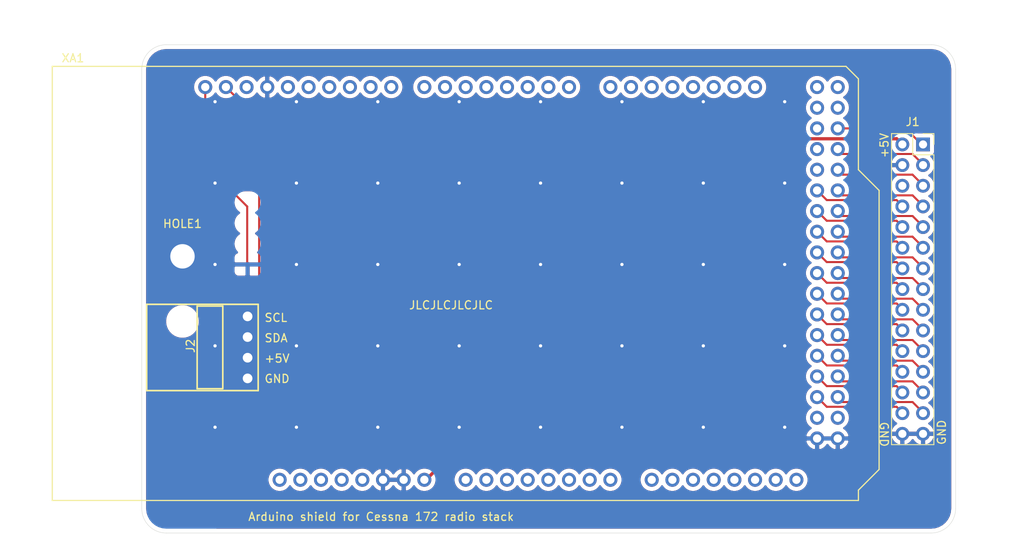
<source format=kicad_pcb>
(kicad_pcb (version 20171130) (host pcbnew "(5.1.6)-1")

  (general
    (thickness 1.6)
    (drawings 22)
    (tracks 128)
    (zones 0)
    (modules 4)
    (nets 83)
  )

  (page A4)
  (layers
    (0 F.Cu signal)
    (31 B.Cu signal)
    (32 B.Adhes user)
    (33 F.Adhes user)
    (34 B.Paste user)
    (35 F.Paste user)
    (36 B.SilkS user)
    (37 F.SilkS user)
    (38 B.Mask user)
    (39 F.Mask user)
    (40 Dwgs.User user)
    (41 Cmts.User user)
    (42 Eco1.User user)
    (43 Eco2.User user)
    (44 Edge.Cuts user)
    (45 Margin user)
    (46 B.CrtYd user)
    (47 F.CrtYd user)
    (48 B.Fab user)
    (49 F.Fab user)
  )

  (setup
    (last_trace_width 0.4)
    (user_trace_width 0.4)
    (trace_clearance 0.2)
    (zone_clearance 0.508)
    (zone_45_only no)
    (trace_min 0.2)
    (via_size 0.8)
    (via_drill 0.4)
    (via_min_size 0.4)
    (via_min_drill 0.3)
    (uvia_size 0.3)
    (uvia_drill 0.1)
    (uvias_allowed no)
    (uvia_min_size 0.2)
    (uvia_min_drill 0.1)
    (edge_width 0.05)
    (segment_width 0.2)
    (pcb_text_width 0.3)
    (pcb_text_size 1.5 1.5)
    (mod_edge_width 0.12)
    (mod_text_size 1 1)
    (mod_text_width 0.15)
    (pad_size 1.524 1.524)
    (pad_drill 0.762)
    (pad_to_mask_clearance 0.05)
    (aux_axis_origin 0 0)
    (visible_elements 7FFFF7FF)
    (pcbplotparams
      (layerselection 0x010fc_ffffffff)
      (usegerberextensions false)
      (usegerberattributes true)
      (usegerberadvancedattributes true)
      (creategerberjobfile false)
      (excludeedgelayer true)
      (linewidth 0.100000)
      (plotframeref false)
      (viasonmask false)
      (mode 1)
      (useauxorigin false)
      (hpglpennumber 1)
      (hpglpenspeed 20)
      (hpglpendiameter 15.000000)
      (psnegative false)
      (psa4output false)
      (plotreference true)
      (plotvalue true)
      (plotinvisibletext false)
      (padsonsilk false)
      (subtractmaskfromsilk false)
      (outputformat 1)
      (mirror false)
      (drillshape 0)
      (scaleselection 1)
      (outputdirectory "Gerbers/"))
  )

  (net 0 "")
  (net 1 CS_LOAD)
  (net 2 +5V)
  (net 3 CLK)
  (net 4 GND)
  (net 5 DIN)
  (net 6 COMM1_LEFT)
  (net 7 COMM2_LEFT)
  (net 8 COMM1_RIGHT)
  (net 9 COMM2_RIGHT)
  (net 10 COMM1_KHZ_SW)
  (net 11 COMM2_KHZ_SW)
  (net 12 COMM1_XFR)
  (net 13 COMM2_XFR)
  (net 14 NAV1_LEFT)
  (net 15 NAV2_LEFT)
  (net 16 NAV1_RIGHT)
  (net 17 NAV2_RIGHT)
  (net 18 NAV1_KHZ_SW)
  (net 19 NAV2_KHZ_SW)
  (net 20 NAV1_XFR)
  (net 21 NAV2_XFR)
  (net 22 RADIO1_SW)
  (net 23 RADIO2_SW)
  (net 24 RADIO1_LED)
  (net 25 RADIO2_LED)
  (net 26 IDENT1_SW)
  (net 27 IDENT2_SW)
  (net 28 SDA)
  (net 29 SCL)
  (net 30 "Net-(XA1-PadA0)")
  (net 31 "Net-(XA1-Pad5V1)")
  (net 32 "Net-(XA1-Pad3V3)")
  (net 33 "Net-(XA1-PadRST1)")
  (net 34 "Net-(XA1-PadIORF)")
  (net 35 "Net-(XA1-PadD21)")
  (net 36 "Net-(XA1-PadD20)")
  (net 37 "Net-(XA1-PadD19)")
  (net 38 "Net-(XA1-PadD18)")
  (net 39 "Net-(XA1-PadD17)")
  (net 40 "Net-(XA1-PadD16)")
  (net 41 "Net-(XA1-PadD15)")
  (net 42 "Net-(XA1-PadD14)")
  (net 43 "Net-(XA1-PadD0)")
  (net 44 "Net-(XA1-PadD1)")
  (net 45 "Net-(XA1-PadD2)")
  (net 46 "Net-(XA1-PadD3)")
  (net 47 "Net-(XA1-PadD4)")
  (net 48 "Net-(XA1-PadD5)")
  (net 49 "Net-(XA1-PadD6)")
  (net 50 "Net-(XA1-PadD7)")
  (net 51 "Net-(XA1-PadD8)")
  (net 52 "Net-(XA1-PadD9)")
  (net 53 "Net-(XA1-PadD10)")
  (net 54 "Net-(XA1-PadAREF)")
  (net 55 "Net-(XA1-PadD13)")
  (net 56 "Net-(XA1-PadD12)")
  (net 57 "Net-(XA1-PadD11)")
  (net 58 "Net-(XA1-PadA1)")
  (net 59 "Net-(XA1-PadA2)")
  (net 60 "Net-(XA1-PadA3)")
  (net 61 "Net-(XA1-PadA4)")
  (net 62 "Net-(XA1-PadA5)")
  (net 63 "Net-(XA1-PadA6)")
  (net 64 "Net-(XA1-PadA7)")
  (net 65 "Net-(XA1-PadA8)")
  (net 66 "Net-(XA1-PadA9)")
  (net 67 "Net-(XA1-PadA10)")
  (net 68 "Net-(XA1-PadA11)")
  (net 69 "Net-(XA1-PadA12)")
  (net 70 "Net-(XA1-PadA13)")
  (net 71 "Net-(XA1-PadA14)")
  (net 72 "Net-(XA1-PadA15)")
  (net 73 "Net-(XA1-Pad5V3)")
  (net 74 "Net-(XA1-Pad5V4)")
  (net 75 "Net-(XA1-PadD22)")
  (net 76 "Net-(XA1-PadD52)")
  (net 77 "Net-(XA1-PadD53)")
  (net 78 "Net-(J1-Pad6)")
  (net 79 "Net-(XA1-PadD23)")
  (net 80 "Net-(XA1-PadD24)")
  (net 81 "Net-(XA1-PadD26)")
  (net 82 "Net-(XA1-PadD28)")

  (net_class Default "This is the default net class."
    (clearance 0.2)
    (trace_width 0.25)
    (via_dia 0.8)
    (via_drill 0.4)
    (uvia_dia 0.3)
    (uvia_drill 0.1)
    (add_net CLK)
    (add_net COMM1_KHZ_SW)
    (add_net COMM1_LEFT)
    (add_net COMM1_RIGHT)
    (add_net COMM1_XFR)
    (add_net COMM2_KHZ_SW)
    (add_net COMM2_LEFT)
    (add_net COMM2_RIGHT)
    (add_net COMM2_XFR)
    (add_net CS_LOAD)
    (add_net DIN)
    (add_net IDENT1_SW)
    (add_net IDENT2_SW)
    (add_net NAV1_KHZ_SW)
    (add_net NAV1_LEFT)
    (add_net NAV1_RIGHT)
    (add_net NAV1_XFR)
    (add_net NAV2_KHZ_SW)
    (add_net NAV2_LEFT)
    (add_net NAV2_RIGHT)
    (add_net NAV2_XFR)
    (add_net "Net-(J1-Pad6)")
    (add_net "Net-(XA1-Pad3V3)")
    (add_net "Net-(XA1-Pad5V1)")
    (add_net "Net-(XA1-Pad5V3)")
    (add_net "Net-(XA1-Pad5V4)")
    (add_net "Net-(XA1-PadA0)")
    (add_net "Net-(XA1-PadA1)")
    (add_net "Net-(XA1-PadA10)")
    (add_net "Net-(XA1-PadA11)")
    (add_net "Net-(XA1-PadA12)")
    (add_net "Net-(XA1-PadA13)")
    (add_net "Net-(XA1-PadA14)")
    (add_net "Net-(XA1-PadA15)")
    (add_net "Net-(XA1-PadA2)")
    (add_net "Net-(XA1-PadA3)")
    (add_net "Net-(XA1-PadA4)")
    (add_net "Net-(XA1-PadA5)")
    (add_net "Net-(XA1-PadA6)")
    (add_net "Net-(XA1-PadA7)")
    (add_net "Net-(XA1-PadA8)")
    (add_net "Net-(XA1-PadA9)")
    (add_net "Net-(XA1-PadAREF)")
    (add_net "Net-(XA1-PadD0)")
    (add_net "Net-(XA1-PadD1)")
    (add_net "Net-(XA1-PadD10)")
    (add_net "Net-(XA1-PadD11)")
    (add_net "Net-(XA1-PadD12)")
    (add_net "Net-(XA1-PadD13)")
    (add_net "Net-(XA1-PadD14)")
    (add_net "Net-(XA1-PadD15)")
    (add_net "Net-(XA1-PadD16)")
    (add_net "Net-(XA1-PadD17)")
    (add_net "Net-(XA1-PadD18)")
    (add_net "Net-(XA1-PadD19)")
    (add_net "Net-(XA1-PadD2)")
    (add_net "Net-(XA1-PadD20)")
    (add_net "Net-(XA1-PadD21)")
    (add_net "Net-(XA1-PadD22)")
    (add_net "Net-(XA1-PadD23)")
    (add_net "Net-(XA1-PadD24)")
    (add_net "Net-(XA1-PadD26)")
    (add_net "Net-(XA1-PadD28)")
    (add_net "Net-(XA1-PadD3)")
    (add_net "Net-(XA1-PadD4)")
    (add_net "Net-(XA1-PadD5)")
    (add_net "Net-(XA1-PadD52)")
    (add_net "Net-(XA1-PadD53)")
    (add_net "Net-(XA1-PadD6)")
    (add_net "Net-(XA1-PadD7)")
    (add_net "Net-(XA1-PadD8)")
    (add_net "Net-(XA1-PadD9)")
    (add_net "Net-(XA1-PadIORF)")
    (add_net "Net-(XA1-PadRST1)")
    (add_net RADIO1_LED)
    (add_net RADIO1_SW)
    (add_net RADIO2_LED)
    (add_net RADIO2_SW)
    (add_net SCL)
    (add_net SDA)
  )

  (net_class +5V ""
    (clearance 0.2)
    (trace_width 0.4)
    (via_dia 0.8)
    (via_drill 0.4)
    (uvia_dia 0.3)
    (uvia_drill 0.1)
    (add_net +5V)
  )

  (net_class GND ""
    (clearance 0.2)
    (trace_width 0.4)
    (via_dia 0.8)
    (via_drill 0.4)
    (uvia_dia 0.3)
    (uvia_drill 0.1)
    (add_net GND)
  )

  (module MountingHole:MountingHole_3mm (layer F.Cu) (tedit 56D1B4CB) (tstamp 5F70430F)
    (at 116 89)
    (descr "Mounting Hole 3mm, no annular")
    (tags "mounting hole 3mm no annular")
    (attr virtual)
    (fp_text reference HOLE1 (at 0 -4) (layer F.SilkS)
      (effects (font (size 1 1) (thickness 0.15)))
    )
    (fp_text value MountingHole_3mm (at 0 4) (layer F.Fab)
      (effects (font (size 1 1) (thickness 0.15)))
    )
    (fp_circle (center 0 0) (end 3.25 0) (layer F.CrtYd) (width 0.05))
    (fp_circle (center 0 0) (end 3 0) (layer Cmts.User) (width 0.15))
    (fp_text user %R (at 0.3 0) (layer F.Fab)
      (effects (font (size 1 1) (thickness 0.15)))
    )
    (pad 1 np_thru_hole circle (at 0 0) (size 3 3) (drill 3) (layers *.Cu *.Mask))
  )

  (module Arduino:Arduino_Mega2560_Shield (layer F.Cu) (tedit 5F6E7122) (tstamp 5F70419E)
    (at 100 119)
    (descr https://store.arduino.cc/arduino-mega-2560-rev3)
    (path /5F696889)
    (fp_text reference XA1 (at 2.54 -54.356) (layer F.SilkS)
      (effects (font (size 1 1) (thickness 0.15)))
    )
    (fp_text value Arduino_Mega2560_Shield (at 15.494 -54.356) (layer F.Fab)
      (effects (font (size 1 1) (thickness 0.15)))
    )
    (fp_line (start 9.525 -32.385) (end -6.35 -32.385) (layer B.CrtYd) (width 0.15))
    (fp_line (start 9.525 -43.815) (end -6.35 -43.815) (layer B.CrtYd) (width 0.15))
    (fp_line (start 9.525 -43.815) (end 9.525 -32.385) (layer B.CrtYd) (width 0.15))
    (fp_line (start -6.35 -43.815) (end -6.35 -32.385) (layer B.CrtYd) (width 0.15))
    (fp_line (start 11.43 -12.065) (end 11.43 -3.175) (layer B.CrtYd) (width 0.15))
    (fp_line (start -1.905 -3.175) (end 11.43 -3.175) (layer B.CrtYd) (width 0.15))
    (fp_line (start -1.905 -12.065) (end -1.905 -3.175) (layer B.CrtYd) (width 0.15))
    (fp_line (start -1.905 -12.065) (end 11.43 -12.065) (layer B.CrtYd) (width 0.15))
    (fp_line (start 0 -53.34) (end 0 0) (layer F.SilkS) (width 0.15))
    (fp_line (start 99.06 -40.64) (end 99.06 -51.816) (layer F.SilkS) (width 0.15))
    (fp_line (start 101.6 -38.1) (end 99.06 -40.64) (layer F.SilkS) (width 0.15))
    (fp_line (start 101.6 -3.81) (end 101.6 -38.1) (layer F.SilkS) (width 0.15))
    (fp_line (start 99.06 -1.27) (end 101.6 -3.81) (layer F.SilkS) (width 0.15))
    (fp_line (start 99.06 0) (end 99.06 -1.27) (layer F.SilkS) (width 0.15))
    (fp_line (start 97.536 -53.34) (end 99.06 -51.816) (layer F.SilkS) (width 0.15))
    (fp_line (start 0 0) (end 99.06 0) (layer F.SilkS) (width 0.15))
    (fp_line (start 0 -53.34) (end 97.536 -53.34) (layer F.SilkS) (width 0.15))
    (pad A0 thru_hole oval (at 50.8 -2.54) (size 1.7272 1.7272) (drill 1.016) (layers *.Cu *.Mask)
      (net 30 "Net-(XA1-PadA0)"))
    (pad VIN thru_hole oval (at 45.72 -2.54) (size 1.7272 1.7272) (drill 1.016) (layers *.Cu *.Mask)
      (net 2 +5V))
    (pad GND3 thru_hole oval (at 43.18 -2.54) (size 1.7272 1.7272) (drill 1.016) (layers *.Cu *.Mask)
      (net 4 GND))
    (pad GND2 thru_hole oval (at 40.64 -2.54) (size 1.7272 1.7272) (drill 1.016) (layers *.Cu *.Mask)
      (net 4 GND))
    (pad 5V1 thru_hole oval (at 38.1 -2.54) (size 1.7272 1.7272) (drill 1.016) (layers *.Cu *.Mask)
      (net 31 "Net-(XA1-Pad5V1)"))
    (pad 3V3 thru_hole oval (at 35.56 -2.54) (size 1.7272 1.7272) (drill 1.016) (layers *.Cu *.Mask)
      (net 32 "Net-(XA1-Pad3V3)"))
    (pad RST1 thru_hole oval (at 33.02 -2.54) (size 1.7272 1.7272) (drill 1.016) (layers *.Cu *.Mask)
      (net 33 "Net-(XA1-PadRST1)"))
    (pad IORF thru_hole oval (at 30.48 -2.54) (size 1.7272 1.7272) (drill 1.016) (layers *.Cu *.Mask)
      (net 34 "Net-(XA1-PadIORF)"))
    (pad D21 thru_hole oval (at 86.36 -50.8) (size 1.7272 1.7272) (drill 1.016) (layers *.Cu *.Mask)
      (net 35 "Net-(XA1-PadD21)"))
    (pad D20 thru_hole oval (at 83.82 -50.8) (size 1.7272 1.7272) (drill 1.016) (layers *.Cu *.Mask)
      (net 36 "Net-(XA1-PadD20)"))
    (pad D19 thru_hole oval (at 81.28 -50.8) (size 1.7272 1.7272) (drill 1.016) (layers *.Cu *.Mask)
      (net 37 "Net-(XA1-PadD19)"))
    (pad D18 thru_hole oval (at 78.74 -50.8) (size 1.7272 1.7272) (drill 1.016) (layers *.Cu *.Mask)
      (net 38 "Net-(XA1-PadD18)"))
    (pad D17 thru_hole oval (at 76.2 -50.8) (size 1.7272 1.7272) (drill 1.016) (layers *.Cu *.Mask)
      (net 39 "Net-(XA1-PadD17)"))
    (pad D16 thru_hole oval (at 73.66 -50.8) (size 1.7272 1.7272) (drill 1.016) (layers *.Cu *.Mask)
      (net 40 "Net-(XA1-PadD16)"))
    (pad D15 thru_hole oval (at 71.12 -50.8) (size 1.7272 1.7272) (drill 1.016) (layers *.Cu *.Mask)
      (net 41 "Net-(XA1-PadD15)"))
    (pad D14 thru_hole oval (at 68.58 -50.8) (size 1.7272 1.7272) (drill 1.016) (layers *.Cu *.Mask)
      (net 42 "Net-(XA1-PadD14)"))
    (pad D0 thru_hole oval (at 63.5 -50.8) (size 1.7272 1.7272) (drill 1.016) (layers *.Cu *.Mask)
      (net 43 "Net-(XA1-PadD0)"))
    (pad D1 thru_hole oval (at 60.96 -50.8) (size 1.7272 1.7272) (drill 1.016) (layers *.Cu *.Mask)
      (net 44 "Net-(XA1-PadD1)"))
    (pad D2 thru_hole oval (at 58.42 -50.8) (size 1.7272 1.7272) (drill 1.016) (layers *.Cu *.Mask)
      (net 45 "Net-(XA1-PadD2)"))
    (pad D3 thru_hole oval (at 55.88 -50.8) (size 1.7272 1.7272) (drill 1.016) (layers *.Cu *.Mask)
      (net 46 "Net-(XA1-PadD3)"))
    (pad D4 thru_hole oval (at 53.34 -50.8) (size 1.7272 1.7272) (drill 1.016) (layers *.Cu *.Mask)
      (net 47 "Net-(XA1-PadD4)"))
    (pad D5 thru_hole oval (at 50.8 -50.8) (size 1.7272 1.7272) (drill 1.016) (layers *.Cu *.Mask)
      (net 48 "Net-(XA1-PadD5)"))
    (pad D6 thru_hole oval (at 48.26 -50.8) (size 1.7272 1.7272) (drill 1.016) (layers *.Cu *.Mask)
      (net 49 "Net-(XA1-PadD6)"))
    (pad D7 thru_hole oval (at 45.72 -50.8) (size 1.7272 1.7272) (drill 1.016) (layers *.Cu *.Mask)
      (net 50 "Net-(XA1-PadD7)"))
    (pad GND1 thru_hole oval (at 26.416 -50.8) (size 1.7272 1.7272) (drill 1.016) (layers *.Cu *.Mask)
      (net 4 GND))
    (pad D8 thru_hole oval (at 41.656 -50.8) (size 1.7272 1.7272) (drill 1.016) (layers *.Cu *.Mask)
      (net 51 "Net-(XA1-PadD8)"))
    (pad D9 thru_hole oval (at 39.116 -50.8) (size 1.7272 1.7272) (drill 1.016) (layers *.Cu *.Mask)
      (net 52 "Net-(XA1-PadD9)"))
    (pad D10 thru_hole oval (at 36.576 -50.8) (size 1.7272 1.7272) (drill 1.016) (layers *.Cu *.Mask)
      (net 53 "Net-(XA1-PadD10)"))
    (pad SCL thru_hole oval (at 18.796 -50.8) (size 1.7272 1.7272) (drill 1.016) (layers *.Cu *.Mask)
      (net 29 SCL))
    (pad SDA thru_hole oval (at 21.336 -50.8) (size 1.7272 1.7272) (drill 1.016) (layers *.Cu *.Mask)
      (net 28 SDA))
    (pad AREF thru_hole oval (at 23.876 -50.8) (size 1.7272 1.7272) (drill 1.016) (layers *.Cu *.Mask)
      (net 54 "Net-(XA1-PadAREF)"))
    (pad D13 thru_hole oval (at 28.956 -50.8) (size 1.7272 1.7272) (drill 1.016) (layers *.Cu *.Mask)
      (net 55 "Net-(XA1-PadD13)"))
    (pad D12 thru_hole oval (at 31.496 -50.8) (size 1.7272 1.7272) (drill 1.016) (layers *.Cu *.Mask)
      (net 56 "Net-(XA1-PadD12)"))
    (pad D11 thru_hole oval (at 34.036 -50.8) (size 1.7272 1.7272) (drill 1.016) (layers *.Cu *.Mask)
      (net 57 "Net-(XA1-PadD11)"))
    (pad "" thru_hole oval (at 27.94 -2.54) (size 1.7272 1.7272) (drill 1.016) (layers *.Cu *.Mask))
    (pad A1 thru_hole oval (at 53.34 -2.54) (size 1.7272 1.7272) (drill 1.016) (layers *.Cu *.Mask)
      (net 58 "Net-(XA1-PadA1)"))
    (pad A2 thru_hole oval (at 55.88 -2.54) (size 1.7272 1.7272) (drill 1.016) (layers *.Cu *.Mask)
      (net 59 "Net-(XA1-PadA2)"))
    (pad A3 thru_hole oval (at 58.42 -2.54) (size 1.7272 1.7272) (drill 1.016) (layers *.Cu *.Mask)
      (net 60 "Net-(XA1-PadA3)"))
    (pad A4 thru_hole oval (at 60.96 -2.54) (size 1.7272 1.7272) (drill 1.016) (layers *.Cu *.Mask)
      (net 61 "Net-(XA1-PadA4)"))
    (pad A5 thru_hole oval (at 63.5 -2.54) (size 1.7272 1.7272) (drill 1.016) (layers *.Cu *.Mask)
      (net 62 "Net-(XA1-PadA5)"))
    (pad A6 thru_hole oval (at 66.04 -2.54) (size 1.7272 1.7272) (drill 1.016) (layers *.Cu *.Mask)
      (net 63 "Net-(XA1-PadA6)"))
    (pad A7 thru_hole oval (at 68.58 -2.54) (size 1.7272 1.7272) (drill 1.016) (layers *.Cu *.Mask)
      (net 64 "Net-(XA1-PadA7)"))
    (pad A8 thru_hole oval (at 73.66 -2.54) (size 1.7272 1.7272) (drill 1.016) (layers *.Cu *.Mask)
      (net 65 "Net-(XA1-PadA8)"))
    (pad A9 thru_hole oval (at 76.2 -2.54) (size 1.7272 1.7272) (drill 1.016) (layers *.Cu *.Mask)
      (net 66 "Net-(XA1-PadA9)"))
    (pad A10 thru_hole oval (at 78.74 -2.54) (size 1.7272 1.7272) (drill 1.016) (layers *.Cu *.Mask)
      (net 67 "Net-(XA1-PadA10)"))
    (pad A11 thru_hole oval (at 81.28 -2.54) (size 1.7272 1.7272) (drill 1.016) (layers *.Cu *.Mask)
      (net 68 "Net-(XA1-PadA11)"))
    (pad A12 thru_hole oval (at 83.82 -2.54) (size 1.7272 1.7272) (drill 1.016) (layers *.Cu *.Mask)
      (net 69 "Net-(XA1-PadA12)"))
    (pad A13 thru_hole oval (at 86.36 -2.54) (size 1.7272 1.7272) (drill 1.016) (layers *.Cu *.Mask)
      (net 70 "Net-(XA1-PadA13)"))
    (pad A14 thru_hole oval (at 88.9 -2.54) (size 1.7272 1.7272) (drill 1.016) (layers *.Cu *.Mask)
      (net 71 "Net-(XA1-PadA14)"))
    (pad A15 thru_hole oval (at 91.44 -2.54) (size 1.7272 1.7272) (drill 1.016) (layers *.Cu *.Mask)
      (net 72 "Net-(XA1-PadA15)"))
    (pad 5V3 thru_hole oval (at 93.98 -50.8) (size 1.7272 1.7272) (drill 1.016) (layers *.Cu *.Mask)
      (net 73 "Net-(XA1-Pad5V3)"))
    (pad 5V4 thru_hole oval (at 96.52 -50.8) (size 1.7272 1.7272) (drill 1.016) (layers *.Cu *.Mask)
      (net 74 "Net-(XA1-Pad5V4)"))
    (pad D22 thru_hole oval (at 93.98 -48.26) (size 1.7272 1.7272) (drill 1.016) (layers *.Cu *.Mask)
      (net 75 "Net-(XA1-PadD22)"))
    (pad D23 thru_hole oval (at 96.52 -48.26) (size 1.7272 1.7272) (drill 1.016) (layers *.Cu *.Mask)
      (net 79 "Net-(XA1-PadD23)"))
    (pad D24 thru_hole oval (at 93.98 -45.72) (size 1.7272 1.7272) (drill 1.016) (layers *.Cu *.Mask)
      (net 80 "Net-(XA1-PadD24)"))
    (pad D25 thru_hole oval (at 96.52 -45.72) (size 1.7272 1.7272) (drill 1.016) (layers *.Cu *.Mask)
      (net 1 CS_LOAD))
    (pad D26 thru_hole oval (at 93.98 -43.18) (size 1.7272 1.7272) (drill 1.016) (layers *.Cu *.Mask)
      (net 81 "Net-(XA1-PadD26)"))
    (pad D27 thru_hole oval (at 96.52 -43.18) (size 1.7272 1.7272) (drill 1.016) (layers *.Cu *.Mask)
      (net 3 CLK))
    (pad D28 thru_hole oval (at 93.98 -40.64) (size 1.7272 1.7272) (drill 1.016) (layers *.Cu *.Mask)
      (net 82 "Net-(XA1-PadD28)"))
    (pad D29 thru_hole oval (at 96.52 -40.64) (size 1.7272 1.7272) (drill 1.016) (layers *.Cu *.Mask)
      (net 5 DIN))
    (pad D30 thru_hole oval (at 93.98 -38.1) (size 1.7272 1.7272) (drill 1.016) (layers *.Cu *.Mask)
      (net 7 COMM2_LEFT))
    (pad D31 thru_hole oval (at 96.52 -38.1) (size 1.7272 1.7272) (drill 1.016) (layers *.Cu *.Mask)
      (net 6 COMM1_LEFT))
    (pad D32 thru_hole oval (at 93.98 -35.56) (size 1.7272 1.7272) (drill 1.016) (layers *.Cu *.Mask)
      (net 9 COMM2_RIGHT))
    (pad D33 thru_hole oval (at 96.52 -35.56) (size 1.7272 1.7272) (drill 1.016) (layers *.Cu *.Mask)
      (net 8 COMM1_RIGHT))
    (pad D34 thru_hole oval (at 93.98 -33.02) (size 1.7272 1.7272) (drill 1.016) (layers *.Cu *.Mask)
      (net 11 COMM2_KHZ_SW))
    (pad D35 thru_hole oval (at 96.52 -33.02) (size 1.7272 1.7272) (drill 1.016) (layers *.Cu *.Mask)
      (net 10 COMM1_KHZ_SW))
    (pad D36 thru_hole oval (at 93.98 -30.48) (size 1.7272 1.7272) (drill 1.016) (layers *.Cu *.Mask)
      (net 13 COMM2_XFR))
    (pad D37 thru_hole oval (at 96.52 -30.48) (size 1.7272 1.7272) (drill 1.016) (layers *.Cu *.Mask)
      (net 12 COMM1_XFR))
    (pad D38 thru_hole oval (at 93.98 -27.94) (size 1.7272 1.7272) (drill 1.016) (layers *.Cu *.Mask)
      (net 15 NAV2_LEFT))
    (pad D39 thru_hole oval (at 96.52 -27.94) (size 1.7272 1.7272) (drill 1.016) (layers *.Cu *.Mask)
      (net 14 NAV1_LEFT))
    (pad D40 thru_hole oval (at 93.98 -25.4) (size 1.7272 1.7272) (drill 1.016) (layers *.Cu *.Mask)
      (net 17 NAV2_RIGHT))
    (pad D41 thru_hole oval (at 96.52 -25.4) (size 1.7272 1.7272) (drill 1.016) (layers *.Cu *.Mask)
      (net 16 NAV1_RIGHT))
    (pad D42 thru_hole oval (at 93.98 -22.86) (size 1.7272 1.7272) (drill 1.016) (layers *.Cu *.Mask)
      (net 19 NAV2_KHZ_SW))
    (pad D43 thru_hole oval (at 96.52 -22.86) (size 1.7272 1.7272) (drill 1.016) (layers *.Cu *.Mask)
      (net 18 NAV1_KHZ_SW))
    (pad D44 thru_hole oval (at 93.98 -20.32) (size 1.7272 1.7272) (drill 1.016) (layers *.Cu *.Mask)
      (net 21 NAV2_XFR))
    (pad D45 thru_hole oval (at 96.52 -20.32) (size 1.7272 1.7272) (drill 1.016) (layers *.Cu *.Mask)
      (net 20 NAV1_XFR))
    (pad D46 thru_hole oval (at 93.98 -17.78) (size 1.7272 1.7272) (drill 1.016) (layers *.Cu *.Mask)
      (net 23 RADIO2_SW))
    (pad D47 thru_hole oval (at 96.52 -17.78) (size 1.7272 1.7272) (drill 1.016) (layers *.Cu *.Mask)
      (net 22 RADIO1_SW))
    (pad D48 thru_hole oval (at 93.98 -15.24) (size 1.7272 1.7272) (drill 1.016) (layers *.Cu *.Mask)
      (net 25 RADIO2_LED))
    (pad D49 thru_hole oval (at 96.52 -15.24) (size 1.7272 1.7272) (drill 1.016) (layers *.Cu *.Mask)
      (net 24 RADIO1_LED))
    (pad D50 thru_hole oval (at 93.98 -12.7) (size 1.7272 1.7272) (drill 1.016) (layers *.Cu *.Mask)
      (net 27 IDENT2_SW))
    (pad D51 thru_hole oval (at 96.52 -12.7) (size 1.7272 1.7272) (drill 1.016) (layers *.Cu *.Mask)
      (net 26 IDENT1_SW))
    (pad D52 thru_hole oval (at 93.98 -10.16) (size 1.7272 1.7272) (drill 1.016) (layers *.Cu *.Mask)
      (net 76 "Net-(XA1-PadD52)"))
    (pad D53 thru_hole oval (at 96.52 -10.16) (size 1.7272 1.7272) (drill 1.016) (layers *.Cu *.Mask)
      (net 77 "Net-(XA1-PadD53)"))
    (pad GND5 thru_hole oval (at 93.98 -7.62) (size 1.7272 1.7272) (drill 1.016) (layers *.Cu *.Mask)
      (net 4 GND))
    (pad GND6 thru_hole oval (at 96.52 -7.62) (size 1.7272 1.7272) (drill 1.016) (layers *.Cu *.Mask)
      (net 4 GND))
    (model ${KISYS3DMOD}/Connector_PinHeader_2.54mm.3dshapes/PinHeader_2x18_P2.54mm_Vertical.step
      (offset (xyz 94 51 0))
      (scale (xyz 1 1 1))
      (rotate (xyz 0 0 0))
    )
    (model ${KISYS3DMOD}/Connector_PinHeader_2.54mm.3dshapes/PinHeader_1x08_P2.54mm_Vertical.step
      (offset (xyz 91.5 2.5 0))
      (scale (xyz 1 1 1))
      (rotate (xyz 0 0 90))
    )
    (model ${KISYS3DMOD}/Connector_PinHeader_2.54mm.3dshapes/PinHeader_1x08_P2.54mm_Vertical.step
      (offset (xyz 68.5 2.5 0))
      (scale (xyz 1 1 1))
      (rotate (xyz 0 0 90))
    )
    (model ${KISYS3DMOD}/Connector_PinHeader_2.54mm.3dshapes/PinHeader_1x08_P2.54mm_Vertical.step
      (offset (xyz 45.5 2.5 0))
      (scale (xyz 1 1 1))
      (rotate (xyz 0 0 90))
    )
    (model ${KISYS3DMOD}/Connector_PinHeader_2.54mm.3dshapes/PinHeader_1x08_P2.54mm_Vertical.step
      (offset (xyz 86.5 50.5 0))
      (scale (xyz 1 1 1))
      (rotate (xyz 0 0 90))
    )
    (model ${KISYS3DMOD}/Connector_PinHeader_2.54mm.3dshapes/PinHeader_1x08_P2.54mm_Vertical.step
      (offset (xyz 63.5 50.5 0))
      (scale (xyz 1 1 1))
      (rotate (xyz 0 0 90))
    )
    (model ${KISYS3DMOD}/Connector_PinHeader_2.54mm.3dshapes/PinHeader_1x10_P2.54mm_Vertical.step
      (offset (xyz 41.5 50.5 0))
      (scale (xyz 1 1 1))
      (rotate (xyz 0 0 90))
    )
  )

  (module Connector_PinSocket_2.54mm:PinSocket_2x15_P2.54mm_Vertical (layer F.Cu) (tedit 5A19A42E) (tstamp 5F6C6894)
    (at 207 75.25)
    (descr "Through hole straight socket strip, 2x15, 2.54mm pitch, double cols (from Kicad 4.0.7), script generated")
    (tags "Through hole socket strip THT 2x15 2.54mm double row")
    (path /5F6C8193)
    (fp_text reference J1 (at -1.27 -2.77) (layer F.SilkS)
      (effects (font (size 1 1) (thickness 0.15)))
    )
    (fp_text value Conn_02x15_Odd_Even (at -1.27 38.33 180) (layer F.Fab)
      (effects (font (size 1 1) (thickness 0.15)))
    )
    (fp_line (start -3.81 -1.27) (end 0.27 -1.27) (layer F.Fab) (width 0.1))
    (fp_line (start 0.27 -1.27) (end 1.27 -0.27) (layer F.Fab) (width 0.1))
    (fp_line (start 1.27 -0.27) (end 1.27 36.83) (layer F.Fab) (width 0.1))
    (fp_line (start 1.27 36.83) (end -3.81 36.83) (layer F.Fab) (width 0.1))
    (fp_line (start -3.81 36.83) (end -3.81 -1.27) (layer F.Fab) (width 0.1))
    (fp_line (start -3.87 -1.33) (end -1.27 -1.33) (layer F.SilkS) (width 0.12))
    (fp_line (start -3.87 -1.33) (end -3.87 36.89) (layer F.SilkS) (width 0.12))
    (fp_line (start -3.87 36.89) (end 1.33 36.89) (layer F.SilkS) (width 0.12))
    (fp_line (start 1.33 1.27) (end 1.33 36.89) (layer F.SilkS) (width 0.12))
    (fp_line (start -1.27 1.27) (end 1.33 1.27) (layer F.SilkS) (width 0.12))
    (fp_line (start -1.27 -1.33) (end -1.27 1.27) (layer F.SilkS) (width 0.12))
    (fp_line (start 1.33 -1.33) (end 1.33 0) (layer F.SilkS) (width 0.12))
    (fp_line (start 0 -1.33) (end 1.33 -1.33) (layer F.SilkS) (width 0.12))
    (fp_line (start -4.34 -1.8) (end 1.76 -1.8) (layer F.CrtYd) (width 0.05))
    (fp_line (start 1.76 -1.8) (end 1.76 37.3) (layer F.CrtYd) (width 0.05))
    (fp_line (start 1.76 37.3) (end -4.34 37.3) (layer F.CrtYd) (width 0.05))
    (fp_line (start -4.34 37.3) (end -4.34 -1.8) (layer F.CrtYd) (width 0.05))
    (fp_text user %R (at -1.27 17.78 90) (layer F.Fab)
      (effects (font (size 1 1) (thickness 0.15)))
    )
    (pad 1 thru_hole rect (at 0 0) (size 1.7 1.7) (drill 1) (layers *.Cu *.Mask)
      (net 1 CS_LOAD))
    (pad 2 thru_hole oval (at -2.54 0) (size 1.7 1.7) (drill 1) (layers *.Cu *.Mask)
      (net 2 +5V))
    (pad 3 thru_hole oval (at 0 2.54) (size 1.7 1.7) (drill 1) (layers *.Cu *.Mask)
      (net 3 CLK))
    (pad 4 thru_hole oval (at -2.54 2.54) (size 1.7 1.7) (drill 1) (layers *.Cu *.Mask)
      (net 4 GND))
    (pad 5 thru_hole oval (at 0 5.08) (size 1.7 1.7) (drill 1) (layers *.Cu *.Mask)
      (net 5 DIN))
    (pad 6 thru_hole oval (at -2.54 5.08) (size 1.7 1.7) (drill 1) (layers *.Cu *.Mask)
      (net 78 "Net-(J1-Pad6)"))
    (pad 7 thru_hole oval (at 0 7.62) (size 1.7 1.7) (drill 1) (layers *.Cu *.Mask)
      (net 6 COMM1_LEFT))
    (pad 8 thru_hole oval (at -2.54 7.62) (size 1.7 1.7) (drill 1) (layers *.Cu *.Mask)
      (net 7 COMM2_LEFT))
    (pad 9 thru_hole oval (at 0 10.16) (size 1.7 1.7) (drill 1) (layers *.Cu *.Mask)
      (net 8 COMM1_RIGHT))
    (pad 10 thru_hole oval (at -2.54 10.16) (size 1.7 1.7) (drill 1) (layers *.Cu *.Mask)
      (net 9 COMM2_RIGHT))
    (pad 11 thru_hole oval (at 0 12.7) (size 1.7 1.7) (drill 1) (layers *.Cu *.Mask)
      (net 10 COMM1_KHZ_SW))
    (pad 12 thru_hole oval (at -2.54 12.7) (size 1.7 1.7) (drill 1) (layers *.Cu *.Mask)
      (net 11 COMM2_KHZ_SW))
    (pad 13 thru_hole oval (at 0 15.24) (size 1.7 1.7) (drill 1) (layers *.Cu *.Mask)
      (net 12 COMM1_XFR))
    (pad 14 thru_hole oval (at -2.54 15.24) (size 1.7 1.7) (drill 1) (layers *.Cu *.Mask)
      (net 13 COMM2_XFR))
    (pad 15 thru_hole oval (at 0 17.78) (size 1.7 1.7) (drill 1) (layers *.Cu *.Mask)
      (net 14 NAV1_LEFT))
    (pad 16 thru_hole oval (at -2.54 17.78) (size 1.7 1.7) (drill 1) (layers *.Cu *.Mask)
      (net 15 NAV2_LEFT))
    (pad 17 thru_hole oval (at 0 20.32) (size 1.7 1.7) (drill 1) (layers *.Cu *.Mask)
      (net 16 NAV1_RIGHT))
    (pad 18 thru_hole oval (at -2.54 20.32) (size 1.7 1.7) (drill 1) (layers *.Cu *.Mask)
      (net 17 NAV2_RIGHT))
    (pad 19 thru_hole oval (at 0 22.86) (size 1.7 1.7) (drill 1) (layers *.Cu *.Mask)
      (net 18 NAV1_KHZ_SW))
    (pad 20 thru_hole oval (at -2.54 22.86) (size 1.7 1.7) (drill 1) (layers *.Cu *.Mask)
      (net 19 NAV2_KHZ_SW))
    (pad 21 thru_hole oval (at 0 25.4) (size 1.7 1.7) (drill 1) (layers *.Cu *.Mask)
      (net 20 NAV1_XFR))
    (pad 22 thru_hole oval (at -2.54 25.4) (size 1.7 1.7) (drill 1) (layers *.Cu *.Mask)
      (net 21 NAV2_XFR))
    (pad 23 thru_hole oval (at 0 27.94) (size 1.7 1.7) (drill 1) (layers *.Cu *.Mask)
      (net 22 RADIO1_SW))
    (pad 24 thru_hole oval (at -2.54 27.94) (size 1.7 1.7) (drill 1) (layers *.Cu *.Mask)
      (net 23 RADIO2_SW))
    (pad 25 thru_hole oval (at 0 30.48) (size 1.7 1.7) (drill 1) (layers *.Cu *.Mask)
      (net 24 RADIO1_LED))
    (pad 26 thru_hole oval (at -2.54 30.48) (size 1.7 1.7) (drill 1) (layers *.Cu *.Mask)
      (net 25 RADIO2_LED))
    (pad 27 thru_hole oval (at 0 33.02) (size 1.7 1.7) (drill 1) (layers *.Cu *.Mask)
      (net 26 IDENT1_SW))
    (pad 28 thru_hole oval (at -2.54 33.02) (size 1.7 1.7) (drill 1) (layers *.Cu *.Mask)
      (net 27 IDENT2_SW))
    (pad 29 thru_hole oval (at 0 35.56) (size 1.7 1.7) (drill 1) (layers *.Cu *.Mask)
      (net 4 GND))
    (pad 30 thru_hole oval (at -2.54 35.56) (size 1.7 1.7) (drill 1) (layers *.Cu *.Mask)
      (net 4 GND))
    (model ${KISYS3DMOD}/Connector_PinSocket_2.54mm.3dshapes/PinSocket_2x15_P2.54mm_Vertical.wrl
      (at (xyz 0 0 0))
      (scale (xyz 1 1 1))
      (rotate (xyz 0 0 0))
    )
  )

  (module "Arduino Shield:Molex_KK-254_AE-6410-04A_1x04_P2.54mm_Horizontal" (layer F.Cu) (tedit 5EF8C655) (tstamp 5F6C7BAD)
    (at 124 104 90)
    (descr "Molex KK-254 Interconnect System, old/engineering part number: AE-6410-04A example for new part number: 22-27-2041, 4 Pins (http://www.molex.com/pdm_docs/sd/022272021_sd.pdf), generated with kicad-footprint-generator")
    (tags "connector Molex KK-254 vertical")
    (path /5F6C280E)
    (fp_text reference J2 (at 3.9878 -7.0104 90) (layer F.SilkS)
      (effects (font (size 1 1) (thickness 0.15)))
    )
    (fp_text value Conn_01x04 (at 3.81 4.08 90) (layer F.Fab)
      (effects (font (size 1 1) (thickness 0.15)))
    )
    (fp_line (start -1.5 1.3) (end -1.5 -12.4) (layer F.SilkS) (width 0.2032))
    (fp_line (start 9.1 1.3) (end -1.5 1.3) (layer F.SilkS) (width 0.2032))
    (fp_line (start 9.1 -12.4) (end 9.1 1.3) (layer F.SilkS) (width 0.2032))
    (fp_line (start -1.5 -12.4) (end 9.1 -12.4) (layer F.SilkS) (width 0.2032))
    (fp_line (start -1.5 -12.4) (end 9.1 -12.4) (layer F.CrtYd) (width 0.12))
    (fp_line (start -1.5 0) (end 9.1 0) (layer F.CrtYd) (width 0.12))
    (fp_line (start 9.1 0) (end 9.1 -12.4) (layer F.CrtYd) (width 0.12))
    (fp_line (start -1.5 0) (end -1.5 -12.4) (layer F.CrtYd) (width 0.12))
    (fp_line (start -1.27 -6.2) (end -1.27 -3.1) (layer F.SilkS) (width 0.2032))
    (fp_line (start 8.89 -6.2) (end -1.27 -6.2) (layer F.SilkS) (width 0.2032))
    (fp_line (start 8.89 -3.05) (end 8.89 -6.2) (layer F.SilkS) (width 0.2032))
    (fp_line (start -1.27 -3.048) (end 8.89 -3.048) (layer F.SilkS) (width 0.2032))
    (fp_line (start -1.016 -1.27) (end -1.016 1.27) (layer F.Fab) (width 0.12))
    (fp_line (start -1.016 1.27) (end 8.636 1.27) (layer F.Fab) (width 0.12))
    (fp_line (start 8.636 1.27) (end 8.636 -1.27) (layer F.Fab) (width 0.12))
    (fp_line (start 8.636 -1.27) (end -1.016 -1.27) (layer F.Fab) (width 0.12))
    (fp_line (start 9.144 0) (end 9.144 -11.2268) (layer F.Fab) (width 0.12))
    (fp_line (start -1.524 -11.2268) (end 9.144 -11.2268) (layer F.Fab) (width 0.12))
    (fp_line (start -1.524 0) (end 9.144 0) (layer F.Fab) (width 0.12))
    (fp_text user %R (at 4.064 -10.414 90) (layer F.Fab)
      (effects (font (size 1 1) (thickness 0.15)))
    )
    (pad 4 thru_hole oval (at 7.62 0 90) (size 1.74 2.19) (drill 1.19) (layers *.Cu *.Mask)
      (net 29 SCL))
    (pad 3 thru_hole oval (at 5.08 0 90) (size 1.74 2.19) (drill 1.19) (layers *.Cu *.Mask)
      (net 28 SDA))
    (pad 2 thru_hole oval (at 2.54 0 90) (size 1.74 2.19) (drill 1.19) (layers *.Cu *.Mask)
      (net 2 +5V))
    (pad 1 thru_hole roundrect (at 0 0 90) (size 1.74 2.19) (drill 1.19) (layers *.Cu *.Mask) (roundrect_rratio 0.143678)
      (net 4 GND))
    (model "${KIPRJMOD}/3D Models/Molex 22-05-3041 4-pin male horizontal.step"
      (offset (xyz 3.5 0 0))
      (scale (xyz 1 1 1))
      (rotate (xyz 0 0 0))
    )
  )

  (dimension 26 (width 0.15) (layer Dwgs.User)
    (gr_text "26.000 mm" (at 121.3 76 270) (layer Dwgs.User)
      (effects (font (size 1 1) (thickness 0.15)))
    )
    (feature1 (pts (xy 117 89) (xy 120.586421 89)))
    (feature2 (pts (xy 117 63) (xy 120.586421 63)))
    (crossbar (pts (xy 120 63) (xy 120 89)))
    (arrow1a (pts (xy 120 89) (xy 119.413579 87.873496)))
    (arrow1b (pts (xy 120 89) (xy 120.586421 87.873496)))
    (arrow2a (pts (xy 120 63) (xy 119.413579 64.126504)))
    (arrow2b (pts (xy 120 63) (xy 120.586421 64.126504)))
  )
  (dimension 5 (width 0.15) (layer Dwgs.User) (tstamp 5F6FE1F9)
    (gr_text "5.000 mm" (at 113.5 80.7) (layer Dwgs.User) (tstamp 5F6FE1FA)
      (effects (font (size 1 1) (thickness 0.15)))
    )
    (feature1 (pts (xy 111 89) (xy 111 81.413579)))
    (feature2 (pts (xy 116 89) (xy 116 81.413579)))
    (crossbar (pts (xy 116 82) (xy 111 82)))
    (arrow1a (pts (xy 111 82) (xy 112.126504 81.413579)))
    (arrow1b (pts (xy 111 82) (xy 112.126504 82.586421)))
    (arrow2a (pts (xy 116 82) (xy 114.873496 81.413579)))
    (arrow2b (pts (xy 116 82) (xy 114.873496 82.586421)))
  )
  (gr_line (start 114 63) (end 208 63) (layer Edge.Cuts) (width 0.05) (tstamp 5F704B9C))
  (gr_line (start 111 66) (end 111 120) (layer Edge.Cuts) (width 0.05) (tstamp 5F704B9B))
  (gr_line (start 211 120) (end 211 66) (layer Edge.Cuts) (width 0.05) (tstamp 5F704B9A))
  (gr_line (start 114 123) (end 208 123) (layer Edge.Cuts) (width 0.05) (tstamp 5F704B99))
  (gr_arc (start 208 66) (end 211 66) (angle -90) (layer Edge.Cuts) (width 0.05))
  (gr_arc (start 208 120) (end 208 123) (angle -90) (layer Edge.Cuts) (width 0.05))
  (gr_arc (start 114 120) (end 111 120) (angle -90) (layer Edge.Cuts) (width 0.05))
  (gr_arc (start 114 66) (end 114 63) (angle -90) (layer Edge.Cuts) (width 0.05))
  (gr_text JLCJLCJLCJLC (at 149 95) (layer F.SilkS)
    (effects (font (size 1 1) (thickness 0.15)))
  )
  (gr_text "Arduino shield for Cessna 172 radio stack" (at 124 121) (layer F.SilkS)
    (effects (font (size 1 1) (thickness 0.15)) (justify left))
  )
  (gr_text v1.0.0 (at 116 121) (layer F.Cu)
    (effects (font (size 1.5 1.5) (thickness 0.3)))
  )
  (dimension 60 (width 0.15) (layer Dwgs.User)
    (gr_text "60.000 mm" (at 218.05 93 270) (layer Dwgs.User)
      (effects (font (size 1 1) (thickness 0.15)))
    )
    (feature1 (pts (xy 211 123) (xy 217.336421 123)))
    (feature2 (pts (xy 211 63) (xy 217.336421 63)))
    (crossbar (pts (xy 216.75 63) (xy 216.75 123)))
    (arrow1a (pts (xy 216.75 123) (xy 216.163579 121.873496)))
    (arrow1b (pts (xy 216.75 123) (xy 217.336421 121.873496)))
    (arrow2a (pts (xy 216.75 63) (xy 216.163579 64.126504)))
    (arrow2b (pts (xy 216.75 63) (xy 217.336421 64.126504)))
  )
  (dimension 100 (width 0.15) (layer Dwgs.User)
    (gr_text "100.000 mm" (at 161 58.2) (layer Dwgs.User)
      (effects (font (size 1 1) (thickness 0.15)))
    )
    (feature1 (pts (xy 211 63) (xy 211 58.913579)))
    (feature2 (pts (xy 111 63) (xy 111 58.913579)))
    (crossbar (pts (xy 111 59.5) (xy 211 59.5)))
    (arrow1a (pts (xy 211 59.5) (xy 209.873496 60.086421)))
    (arrow1b (pts (xy 211 59.5) (xy 209.873496 58.913579)))
    (arrow2a (pts (xy 111 59.5) (xy 112.126504 60.086421)))
    (arrow2b (pts (xy 111 59.5) (xy 112.126504 58.913579)))
  )
  (gr_text GND (at 126 104.048) (layer F.SilkS) (tstamp 5F6FE221)
    (effects (font (size 1 1) (thickness 0.15)) (justify left))
  )
  (gr_text +5V (at 126 101.548) (layer F.SilkS) (tstamp 5F6FE22A)
    (effects (font (size 1 1) (thickness 0.15)) (justify left))
  )
  (gr_text SDA (at 126 99.048) (layer F.SilkS) (tstamp 5F6FE224)
    (effects (font (size 1 1) (thickness 0.15)) (justify left))
  )
  (gr_text SCL (at 126 96.548) (layer F.SilkS) (tstamp 5F6FE227)
    (effects (font (size 1 1) (thickness 0.15)) (justify left))
  )
  (gr_text GND (at 202.204 109.25 270) (layer F.SilkS) (tstamp 5F6D081C)
    (effects (font (size 1 1) (thickness 0.15)) (justify left))
  )
  (gr_text GND (at 209.296 112.25 90) (layer F.SilkS) (tstamp 5F6D080E)
    (effects (font (size 1 1) (thickness 0.15)) (justify left))
  )
  (gr_text +5V (at 202.25 77 90) (layer F.SilkS) (tstamp 5F6D07FD)
    (effects (font (size 1 1) (thickness 0.15)) (justify left))
  )

  (segment (start 196.52 73.28) (end 204.852 73.28) (width 0.25) (layer F.Cu) (net 1))
  (segment (start 204.852 73.28) (end 207.01 75.438) (width 0.25) (layer F.Cu) (net 1))
  (segment (start 203.766399 74.556399) (end 187.825601 74.556399) (width 0.4) (layer F.Cu) (net 2))
  (segment (start 204.46 75.25) (end 203.766399 74.556399) (width 0.4) (layer F.Cu) (net 2))
  (segment (start 163.957 98.425) (end 161.29 101.092) (width 0.4) (layer F.Cu) (net 2))
  (segment (start 161.29 101.092) (end 145.796 116.586) (width 0.4) (layer F.Cu) (net 2))
  (segment (start 187.825601 74.556399) (end 163.957 98.425) (width 0.4) (layer F.Cu) (net 2))
  (segment (start 124 101.46) (end 160.922 101.46) (width 0.4) (layer F.Cu) (net 2) (status 1000000))
  (segment (start 160.922 101.46) (end 161.29 101.092) (width 0.4) (layer F.Cu) (net 2) (status 1000000))
  (segment (start 197.125001 76.425001) (end 205.711001 76.425001) (width 0.25) (layer F.Cu) (net 3))
  (segment (start 196.52 75.82) (end 197.125001 76.425001) (width 0.25) (layer F.Cu) (net 3))
  (segment (start 205.711001 76.425001) (end 207.01 77.724) (width 0.25) (layer F.Cu) (net 3))
  (via (at 120 80) (size 0.8) (drill 0.4) (layers F.Cu B.Cu) (net 4))
  (via (at 120 70) (size 0.8) (drill 0.4) (layers F.Cu B.Cu) (net 4))
  (via (at 130 80) (size 0.8) (drill 0.4) (layers F.Cu B.Cu) (net 4))
  (via (at 130 90) (size 0.8) (drill 0.4) (layers F.Cu B.Cu) (net 4))
  (via (at 120 90) (size 0.8) (drill 0.4) (layers F.Cu B.Cu) (net 4))
  (via (at 120 110) (size 0.8) (drill 0.4) (layers F.Cu B.Cu) (net 4))
  (via (at 130 110) (size 0.8) (drill 0.4) (layers F.Cu B.Cu) (net 4))
  (via (at 130 100) (size 0.8) (drill 0.4) (layers F.Cu B.Cu) (net 4))
  (via (at 120 100) (size 0.8) (drill 0.4) (layers F.Cu B.Cu) (net 4))
  (via (at 140 100) (size 0.8) (drill 0.4) (layers F.Cu B.Cu) (net 4))
  (via (at 140 110) (size 0.8) (drill 0.4) (layers F.Cu B.Cu) (net 4))
  (via (at 140 90) (size 0.8) (drill 0.4) (layers F.Cu B.Cu) (net 4))
  (via (at 140 80) (size 0.8) (drill 0.4) (layers F.Cu B.Cu) (net 4))
  (via (at 150 90) (size 0.8) (drill 0.4) (layers F.Cu B.Cu) (net 4))
  (via (at 150 80) (size 0.8) (drill 0.4) (layers F.Cu B.Cu) (net 4))
  (via (at 160 80) (size 0.8) (drill 0.4) (layers F.Cu B.Cu) (net 4))
  (via (at 160 90) (size 0.8) (drill 0.4) (layers F.Cu B.Cu) (net 4))
  (via (at 170 90) (size 0.8) (drill 0.4) (layers F.Cu B.Cu) (net 4))
  (via (at 170 80) (size 0.8) (drill 0.4) (layers F.Cu B.Cu) (net 4))
  (via (at 180 80) (size 0.8) (drill 0.4) (layers F.Cu B.Cu) (net 4))
  (via (at 180 90) (size 0.8) (drill 0.4) (layers F.Cu B.Cu) (net 4))
  (via (at 180 100) (size 0.8) (drill 0.4) (layers F.Cu B.Cu) (net 4))
  (via (at 170 100) (size 0.8) (drill 0.4) (layers F.Cu B.Cu) (net 4))
  (via (at 160 100) (size 0.8) (drill 0.4) (layers F.Cu B.Cu) (net 4))
  (via (at 150 100) (size 0.8) (drill 0.4) (layers F.Cu B.Cu) (net 4))
  (via (at 150 110) (size 0.8) (drill 0.4) (layers F.Cu B.Cu) (net 4))
  (via (at 160 110) (size 0.8) (drill 0.4) (layers F.Cu B.Cu) (net 4))
  (via (at 170 110) (size 0.8) (drill 0.4) (layers F.Cu B.Cu) (net 4))
  (via (at 180 110) (size 0.8) (drill 0.4) (layers F.Cu B.Cu) (net 4))
  (via (at 190 110) (size 0.8) (drill 0.4) (layers F.Cu B.Cu) (net 4))
  (via (at 190 100) (size 0.8) (drill 0.4) (layers F.Cu B.Cu) (net 4))
  (via (at 190 90) (size 0.8) (drill 0.4) (layers F.Cu B.Cu) (net 4))
  (via (at 190 80) (size 0.8) (drill 0.4) (layers F.Cu B.Cu) (net 4))
  (via (at 130 70) (size 0.8) (drill 0.4) (layers F.Cu B.Cu) (net 4))
  (via (at 140 70) (size 0.8) (drill 0.4) (layers F.Cu B.Cu) (net 4))
  (via (at 150 70) (size 0.8) (drill 0.4) (layers F.Cu B.Cu) (net 4))
  (via (at 160 70) (size 0.8) (drill 0.4) (layers F.Cu B.Cu) (net 4))
  (via (at 170 70) (size 0.8) (drill 0.4) (layers F.Cu B.Cu) (net 4))
  (via (at 180 70) (size 0.8) (drill 0.4) (layers F.Cu B.Cu) (net 4))
  (via (at 190 70) (size 0.8) (drill 0.4) (layers F.Cu B.Cu) (net 4))
  (segment (start 197.125001 78.965001) (end 205.711001 78.965001) (width 0.25) (layer F.Cu) (net 5))
  (segment (start 196.52 78.36) (end 197.125001 78.965001) (width 0.25) (layer F.Cu) (net 5))
  (segment (start 205.711001 78.965001) (end 207.01 80.264) (width 0.25) (layer F.Cu) (net 5))
  (segment (start 197.125001 81.505001) (end 205.711001 81.505001) (width 0.25) (layer F.Cu) (net 6))
  (segment (start 196.52 80.9) (end 197.125001 81.505001) (width 0.25) (layer F.Cu) (net 6))
  (segment (start 205.711001 81.505001) (end 207.01 82.804) (width 0.25) (layer F.Cu) (net 6))
  (segment (start 195.168601 82.088601) (end 203.754601 82.088601) (width 0.25) (layer F.Cu) (net 7))
  (segment (start 193.98 80.9) (end 195.168601 82.088601) (width 0.25) (layer F.Cu) (net 7))
  (segment (start 203.754601 82.088601) (end 204.47 82.804) (width 0.25) (layer F.Cu) (net 7))
  (segment (start 197.125001 84.045001) (end 205.711001 84.045001) (width 0.25) (layer F.Cu) (net 8))
  (segment (start 196.52 83.44) (end 197.125001 84.045001) (width 0.25) (layer F.Cu) (net 8))
  (segment (start 205.711001 84.045001) (end 207.01 85.344) (width 0.25) (layer F.Cu) (net 8))
  (segment (start 195.168601 84.628601) (end 203.754601 84.628601) (width 0.25) (layer F.Cu) (net 9))
  (segment (start 193.98 83.44) (end 195.168601 84.628601) (width 0.25) (layer F.Cu) (net 9))
  (segment (start 203.754601 84.628601) (end 204.47 85.344) (width 0.25) (layer F.Cu) (net 9))
  (segment (start 197.125001 86.585001) (end 205.711001 86.585001) (width 0.25) (layer F.Cu) (net 10))
  (segment (start 196.52 85.98) (end 197.125001 86.585001) (width 0.25) (layer F.Cu) (net 10))
  (segment (start 205.711001 86.585001) (end 207.01 87.884) (width 0.25) (layer F.Cu) (net 10))
  (segment (start 195.168601 87.168601) (end 203.754601 87.168601) (width 0.25) (layer F.Cu) (net 11))
  (segment (start 193.98 85.98) (end 195.168601 87.168601) (width 0.25) (layer F.Cu) (net 11))
  (segment (start 203.754601 87.168601) (end 204.47 87.884) (width 0.25) (layer F.Cu) (net 11))
  (segment (start 197.125001 89.125001) (end 205.711001 89.125001) (width 0.25) (layer F.Cu) (net 12))
  (segment (start 196.52 88.52) (end 197.125001 89.125001) (width 0.25) (layer F.Cu) (net 12))
  (segment (start 205.711001 89.125001) (end 207.01 90.424) (width 0.25) (layer F.Cu) (net 12))
  (segment (start 195.168601 89.708601) (end 203.754601 89.708601) (width 0.25) (layer F.Cu) (net 13))
  (segment (start 193.98 88.52) (end 195.168601 89.708601) (width 0.25) (layer F.Cu) (net 13))
  (segment (start 203.754601 89.708601) (end 204.47 90.424) (width 0.25) (layer F.Cu) (net 13))
  (segment (start 197.125001 91.665001) (end 205.711001 91.665001) (width 0.25) (layer F.Cu) (net 14))
  (segment (start 196.52 91.06) (end 197.125001 91.665001) (width 0.25) (layer F.Cu) (net 14))
  (segment (start 205.711001 91.665001) (end 207.01 92.964) (width 0.25) (layer F.Cu) (net 14))
  (segment (start 195.168601 92.248601) (end 203.754601 92.248601) (width 0.25) (layer F.Cu) (net 15))
  (segment (start 193.98 91.06) (end 195.168601 92.248601) (width 0.25) (layer F.Cu) (net 15))
  (segment (start 203.754601 92.248601) (end 204.47 92.964) (width 0.25) (layer F.Cu) (net 15))
  (segment (start 197.125001 94.205001) (end 205.711001 94.205001) (width 0.25) (layer F.Cu) (net 16))
  (segment (start 196.52 93.6) (end 197.125001 94.205001) (width 0.25) (layer F.Cu) (net 16))
  (segment (start 205.711001 94.205001) (end 207.01 95.504) (width 0.25) (layer F.Cu) (net 16))
  (segment (start 195.168601 94.788601) (end 203.754601 94.788601) (width 0.25) (layer F.Cu) (net 17))
  (segment (start 193.98 93.6) (end 195.168601 94.788601) (width 0.25) (layer F.Cu) (net 17))
  (segment (start 203.754601 94.788601) (end 204.47 95.504) (width 0.25) (layer F.Cu) (net 17))
  (segment (start 197.125001 96.745001) (end 205.711001 96.745001) (width 0.25) (layer F.Cu) (net 18))
  (segment (start 196.52 96.14) (end 197.125001 96.745001) (width 0.25) (layer F.Cu) (net 18))
  (segment (start 205.711001 96.745001) (end 207.01 98.044) (width 0.25) (layer F.Cu) (net 18))
  (segment (start 195.168601 97.328601) (end 203.754601 97.328601) (width 0.25) (layer F.Cu) (net 19))
  (segment (start 193.98 96.14) (end 195.168601 97.328601) (width 0.25) (layer F.Cu) (net 19))
  (segment (start 203.754601 97.328601) (end 204.47 98.044) (width 0.25) (layer F.Cu) (net 19))
  (segment (start 197.125001 99.285001) (end 205.711001 99.285001) (width 0.25) (layer F.Cu) (net 20))
  (segment (start 196.52 98.68) (end 197.125001 99.285001) (width 0.25) (layer F.Cu) (net 20))
  (segment (start 205.711001 99.285001) (end 207.01 100.584) (width 0.25) (layer F.Cu) (net 20))
  (segment (start 195.168601 99.868601) (end 203.754601 99.868601) (width 0.25) (layer F.Cu) (net 21))
  (segment (start 193.98 98.68) (end 195.168601 99.868601) (width 0.25) (layer F.Cu) (net 21))
  (segment (start 203.754601 99.868601) (end 204.47 100.584) (width 0.25) (layer F.Cu) (net 21))
  (segment (start 197.125001 101.825001) (end 205.711001 101.825001) (width 0.25) (layer F.Cu) (net 22))
  (segment (start 196.52 101.22) (end 197.125001 101.825001) (width 0.25) (layer F.Cu) (net 22))
  (segment (start 205.711001 101.825001) (end 207.01 103.124) (width 0.25) (layer F.Cu) (net 22))
  (segment (start 195.168601 102.408601) (end 203.754601 102.408601) (width 0.25) (layer F.Cu) (net 23))
  (segment (start 193.98 101.22) (end 195.168601 102.408601) (width 0.25) (layer F.Cu) (net 23))
  (segment (start 203.754601 102.408601) (end 204.47 103.124) (width 0.25) (layer F.Cu) (net 23))
  (segment (start 197.125001 104.365001) (end 205.711001 104.365001) (width 0.25) (layer F.Cu) (net 24))
  (segment (start 196.52 103.76) (end 197.125001 104.365001) (width 0.25) (layer F.Cu) (net 24))
  (segment (start 205.711001 104.365001) (end 207.01 105.664) (width 0.25) (layer F.Cu) (net 24))
  (segment (start 195.168601 104.948601) (end 203.754601 104.948601) (width 0.25) (layer F.Cu) (net 25))
  (segment (start 193.98 103.76) (end 195.168601 104.948601) (width 0.25) (layer F.Cu) (net 25))
  (segment (start 203.754601 104.948601) (end 204.47 105.664) (width 0.25) (layer F.Cu) (net 25))
  (segment (start 197.125001 106.905001) (end 205.711001 106.905001) (width 0.25) (layer F.Cu) (net 26))
  (segment (start 196.52 106.3) (end 197.125001 106.905001) (width 0.25) (layer F.Cu) (net 26))
  (segment (start 205.711001 106.905001) (end 207.01 108.204) (width 0.25) (layer F.Cu) (net 26))
  (segment (start 195.168601 107.488601) (end 203.754601 107.488601) (width 0.25) (layer F.Cu) (net 27))
  (segment (start 193.98 106.3) (end 195.168601 107.488601) (width 0.25) (layer F.Cu) (net 27))
  (segment (start 203.754601 107.488601) (end 204.47 108.204) (width 0.25) (layer F.Cu) (net 27))
  (segment (start 124 98.46) (end 124 98.504) (width 0.4) (layer F.Cu) (net 28) (status 1000000))
  (segment (start 125.42001 97.33799) (end 123.952 98.806) (width 0.25) (layer F.Cu) (net 28) (status 1000000))
  (segment (start 121.336 68.2) (end 125.42001 72.28401) (width 0.25) (layer F.Cu) (net 28) (status 1000000))
  (segment (start 125.42001 72.28401) (end 125.42001 97.33799) (width 0.25) (layer F.Cu) (net 28) (status 1000000))
  (segment (start 118.796 68.2) (end 118.796 77.722998) (width 0.25) (layer F.Cu) (net 29) (status 1000000))
  (segment (start 118.796 77.722998) (end 123.952 82.878998) (width 0.25) (layer F.Cu) (net 29) (status 1000000))
  (segment (start 123.952 82.878998) (end 123.952 96.266) (width 0.25) (layer F.Cu) (net 29) (status 1000000))

  (zone (net 4) (net_name GND) (layer F.Cu) (tstamp 5F704B93) (hatch edge 0.508)
    (connect_pads (clearance 0.508))
    (min_thickness 0.254)
    (fill yes (arc_segments 32) (thermal_gap 0.508) (thermal_bridge_width 0.508))
    (polygon
      (pts
        (xy 212 124) (xy 110 124) (xy 110 62) (xy 212 62)
      )
    )
    (filled_polygon
      (pts
        (xy 208.453893 63.70767) (xy 208.890498 63.839489) (xy 209.293185 64.0536) (xy 209.646612 64.341848) (xy 209.937327 64.693261)
        (xy 210.154242 65.094439) (xy 210.289106 65.530113) (xy 210.340001 66.014353) (xy 210.34 119.967721) (xy 210.29233 120.453894)
        (xy 210.160512 120.890497) (xy 209.946399 121.293186) (xy 209.65815 121.646613) (xy 209.306739 121.937327) (xy 208.905564 122.15424)
        (xy 208.469886 122.289106) (xy 207.985664 122.34) (xy 120.213572 122.34) (xy 120.213572 119.21) (xy 111.786429 119.21)
        (xy 111.786429 120.713899) (xy 111.710894 120.469886) (xy 111.66 119.985664) (xy 111.66 116.312401) (xy 126.4414 116.312401)
        (xy 126.4414 116.607599) (xy 126.49899 116.897125) (xy 126.611958 117.169853) (xy 126.775961 117.415302) (xy 126.984698 117.624039)
        (xy 127.230147 117.788042) (xy 127.502875 117.90101) (xy 127.792401 117.9586) (xy 128.087599 117.9586) (xy 128.377125 117.90101)
        (xy 128.649853 117.788042) (xy 128.895302 117.624039) (xy 129.104039 117.415302) (xy 129.21 117.256719) (xy 129.315961 117.415302)
        (xy 129.524698 117.624039) (xy 129.770147 117.788042) (xy 130.042875 117.90101) (xy 130.332401 117.9586) (xy 130.627599 117.9586)
        (xy 130.917125 117.90101) (xy 131.189853 117.788042) (xy 131.435302 117.624039) (xy 131.644039 117.415302) (xy 131.75 117.256719)
        (xy 131.855961 117.415302) (xy 132.064698 117.624039) (xy 132.310147 117.788042) (xy 132.582875 117.90101) (xy 132.872401 117.9586)
        (xy 133.167599 117.9586) (xy 133.457125 117.90101) (xy 133.729853 117.788042) (xy 133.975302 117.624039) (xy 134.184039 117.415302)
        (xy 134.29 117.256719) (xy 134.395961 117.415302) (xy 134.604698 117.624039) (xy 134.850147 117.788042) (xy 135.122875 117.90101)
        (xy 135.412401 117.9586) (xy 135.707599 117.9586) (xy 135.997125 117.90101) (xy 136.269853 117.788042) (xy 136.515302 117.624039)
        (xy 136.724039 117.415302) (xy 136.83 117.256719) (xy 136.935961 117.415302) (xy 137.144698 117.624039) (xy 137.390147 117.788042)
        (xy 137.662875 117.90101) (xy 137.952401 117.9586) (xy 138.247599 117.9586) (xy 138.537125 117.90101) (xy 138.809853 117.788042)
        (xy 139.055302 117.624039) (xy 139.264039 117.415302) (xy 139.371692 117.254187) (xy 139.533146 117.470293) (xy 139.751512 117.666817)
        (xy 140.004022 117.816964) (xy 140.280973 117.914963) (xy 140.513 117.794464) (xy 140.513 116.587) (xy 140.767 116.587)
        (xy 140.767 117.794464) (xy 140.999027 117.914963) (xy 141.275978 117.816964) (xy 141.528488 117.666817) (xy 141.746854 117.470293)
        (xy 141.91 117.251922) (xy 142.073146 117.470293) (xy 142.291512 117.666817) (xy 142.544022 117.816964) (xy 142.820973 117.914963)
        (xy 143.053 117.794464) (xy 143.053 116.587) (xy 140.767 116.587) (xy 140.513 116.587) (xy 140.493 116.587)
        (xy 140.493 116.333) (xy 140.513 116.333) (xy 140.513 115.125536) (xy 140.767 115.125536) (xy 140.767 116.333)
        (xy 143.053 116.333) (xy 143.053 115.125536) (xy 142.820973 115.005037) (xy 142.544022 115.103036) (xy 142.291512 115.253183)
        (xy 142.073146 115.449707) (xy 141.91 115.668078) (xy 141.746854 115.449707) (xy 141.528488 115.253183) (xy 141.275978 115.103036)
        (xy 140.999027 115.005037) (xy 140.767 115.125536) (xy 140.513 115.125536) (xy 140.280973 115.005037) (xy 140.004022 115.103036)
        (xy 139.751512 115.253183) (xy 139.533146 115.449707) (xy 139.371692 115.665813) (xy 139.264039 115.504698) (xy 139.055302 115.295961)
        (xy 138.809853 115.131958) (xy 138.537125 115.01899) (xy 138.247599 114.9614) (xy 137.952401 114.9614) (xy 137.662875 115.01899)
        (xy 137.390147 115.131958) (xy 137.144698 115.295961) (xy 136.935961 115.504698) (xy 136.83 115.663281) (xy 136.724039 115.504698)
        (xy 136.515302 115.295961) (xy 136.269853 115.131958) (xy 135.997125 115.01899) (xy 135.707599 114.9614) (xy 135.412401 114.9614)
        (xy 135.122875 115.01899) (xy 134.850147 115.131958) (xy 134.604698 115.295961) (xy 134.395961 115.504698) (xy 134.29 115.663281)
        (xy 134.184039 115.504698) (xy 133.975302 115.295961) (xy 133.729853 115.131958) (xy 133.457125 115.01899) (xy 133.167599 114.9614)
        (xy 132.872401 114.9614) (xy 132.582875 115.01899) (xy 132.310147 115.131958) (xy 132.064698 115.295961) (xy 131.855961 115.504698)
        (xy 131.75 115.663281) (xy 131.644039 115.504698) (xy 131.435302 115.295961) (xy 131.189853 115.131958) (xy 130.917125 115.01899)
        (xy 130.627599 114.9614) (xy 130.332401 114.9614) (xy 130.042875 115.01899) (xy 129.770147 115.131958) (xy 129.524698 115.295961)
        (xy 129.315961 115.504698) (xy 129.21 115.663281) (xy 129.104039 115.504698) (xy 128.895302 115.295961) (xy 128.649853 115.131958)
        (xy 128.377125 115.01899) (xy 128.087599 114.9614) (xy 127.792401 114.9614) (xy 127.502875 115.01899) (xy 127.230147 115.131958)
        (xy 126.984698 115.295961) (xy 126.775961 115.504698) (xy 126.611958 115.750147) (xy 126.49899 116.022875) (xy 126.4414 116.312401)
        (xy 111.66 116.312401) (xy 111.66 96.789721) (xy 113.865 96.789721) (xy 113.865 97.210279) (xy 113.947047 97.622756)
        (xy 114.107988 98.011302) (xy 114.341637 98.360983) (xy 114.639017 98.658363) (xy 114.988698 98.892012) (xy 115.377244 99.052953)
        (xy 115.789721 99.135) (xy 116.210279 99.135) (xy 116.622756 99.052953) (xy 117.011302 98.892012) (xy 117.360983 98.658363)
        (xy 117.658363 98.360983) (xy 117.892012 98.011302) (xy 118.052953 97.622756) (xy 118.135 97.210279) (xy 118.135 96.789721)
        (xy 118.052953 96.377244) (xy 117.892012 95.988698) (xy 117.658363 95.639017) (xy 117.360983 95.341637) (xy 117.011302 95.107988)
        (xy 116.622756 94.947047) (xy 116.210279 94.865) (xy 115.789721 94.865) (xy 115.377244 94.947047) (xy 114.988698 95.107988)
        (xy 114.639017 95.341637) (xy 114.341637 95.639017) (xy 114.107988 95.988698) (xy 113.947047 96.377244) (xy 113.865 96.789721)
        (xy 111.66 96.789721) (xy 111.66 90.87) (xy 122.266928 90.87) (xy 122.279188 90.994482) (xy 122.315498 91.11418)
        (xy 122.374463 91.224494) (xy 122.453815 91.321185) (xy 122.550506 91.400537) (xy 122.66082 91.459502) (xy 122.780518 91.495812)
        (xy 122.905 91.508072) (xy 123.71425 91.505) (xy 123.873 91.34625) (xy 123.873 90.127) (xy 124.127 90.127)
        (xy 124.127 91.34625) (xy 124.28575 91.505) (xy 125.095 91.508072) (xy 125.219482 91.495812) (xy 125.33918 91.459502)
        (xy 125.449494 91.400537) (xy 125.546185 91.321185) (xy 125.625537 91.224494) (xy 125.684502 91.11418) (xy 125.720812 90.994482)
        (xy 125.733072 90.87) (xy 125.73 90.28575) (xy 125.57125 90.127) (xy 124.127 90.127) (xy 123.873 90.127)
        (xy 122.42875 90.127) (xy 122.27 90.28575) (xy 122.266928 90.87) (xy 111.66 90.87) (xy 111.66 68.052401)
        (xy 117.2974 68.052401) (xy 117.2974 68.347599) (xy 117.35499 68.637125) (xy 117.467958 68.909853) (xy 117.631961 69.155302)
        (xy 117.840698 69.364039) (xy 118.086147 69.528042) (xy 118.112001 69.538751) (xy 118.112 77.439678) (xy 118.108324 77.477)
        (xy 118.112 77.514322) (xy 118.112 77.514332) (xy 118.122997 77.625985) (xy 118.166454 77.769246) (xy 118.237026 77.901276)
        (xy 118.249931 77.917) (xy 118.331999 78.017001) (xy 118.361003 78.040804) (xy 122.318167 81.997969) (xy 122.291776 82.084968)
        (xy 122.262718 82.38) (xy 122.291776 82.675032) (xy 122.377834 82.958725) (xy 122.517583 83.220179) (xy 122.705655 83.449345)
        (xy 122.934821 83.637417) (xy 122.958362 83.65) (xy 122.934821 83.662583) (xy 122.705655 83.850655) (xy 122.517583 84.079821)
        (xy 122.377834 84.341275) (xy 122.291776 84.624968) (xy 122.262718 84.92) (xy 122.291776 85.215032) (xy 122.377834 85.498725)
        (xy 122.517583 85.760179) (xy 122.705655 85.989345) (xy 122.934821 86.177417) (xy 122.958362 86.19) (xy 122.934821 86.202583)
        (xy 122.705655 86.390655) (xy 122.517583 86.619821) (xy 122.377834 86.881275) (xy 122.291776 87.164968) (xy 122.262718 87.46)
        (xy 122.291776 87.755032) (xy 122.377834 88.038725) (xy 122.517583 88.300179) (xy 122.704047 88.527385) (xy 122.66082 88.540498)
        (xy 122.550506 88.599463) (xy 122.453815 88.678815) (xy 122.374463 88.775506) (xy 122.315498 88.88582) (xy 122.279188 89.005518)
        (xy 122.266928 89.13) (xy 122.27 89.71425) (xy 122.42875 89.873) (xy 123.873 89.873) (xy 123.873 89.853)
        (xy 124.127 89.853) (xy 124.127 89.873) (xy 125.57125 89.873) (xy 125.73 89.71425) (xy 125.733072 89.13)
        (xy 125.720812 89.005518) (xy 125.684502 88.88582) (xy 125.625537 88.775506) (xy 125.546185 88.678815) (xy 125.449494 88.599463)
        (xy 125.33918 88.540498) (xy 125.295953 88.527385) (xy 125.482417 88.300179) (xy 125.485185 88.295) (xy 172.906131 88.295)
        (xy 163.395581 97.805552) (xy 163.39557 97.805561) (xy 160.728581 100.472552) (xy 160.72857 100.472561) (xy 146.174815 115.026318)
        (xy 146.157125 115.01899) (xy 145.867599 114.9614) (xy 145.572401 114.9614) (xy 145.282875 115.01899) (xy 145.010147 115.131958)
        (xy 144.764698 115.295961) (xy 144.555961 115.504698) (xy 144.448308 115.665813) (xy 144.286854 115.449707) (xy 144.068488 115.253183)
        (xy 143.815978 115.103036) (xy 143.539027 115.005037) (xy 143.307 115.125536) (xy 143.307 116.333) (xy 143.327 116.333)
        (xy 143.327 116.587) (xy 143.307 116.587) (xy 143.307 117.794464) (xy 143.539027 117.914963) (xy 143.815978 117.816964)
        (xy 144.068488 117.666817) (xy 144.286854 117.470293) (xy 144.448308 117.254187) (xy 144.555961 117.415302) (xy 144.764698 117.624039)
        (xy 145.010147 117.788042) (xy 145.282875 117.90101) (xy 145.572401 117.9586) (xy 145.867599 117.9586) (xy 146.157125 117.90101)
        (xy 146.429853 117.788042) (xy 146.675302 117.624039) (xy 146.884039 117.415302) (xy 147.048042 117.169853) (xy 147.16101 116.897125)
        (xy 147.2186 116.607599) (xy 147.2186 116.344267) (xy 147.250466 116.312401) (xy 149.3014 116.312401) (xy 149.3014 116.607599)
        (xy 149.35899 116.897125) (xy 149.471958 117.169853) (xy 149.635961 117.415302) (xy 149.844698 117.624039) (xy 150.090147 117.788042)
        (xy 150.362875 117.90101) (xy 150.652401 117.9586) (xy 150.947599 117.9586) (xy 151.237125 117.90101) (xy 151.509853 117.788042)
        (xy 151.755302 117.624039) (xy 151.964039 117.415302) (xy 152.07 117.256719) (xy 152.175961 117.415302) (xy 152.384698 117.624039)
        (xy 152.630147 117.788042) (xy 152.902875 117.90101) (xy 153.192401 117.9586) (xy 153.487599 117.9586) (xy 153.777125 117.90101)
        (xy 154.049853 117.788042) (xy 154.295302 117.624039) (xy 154.504039 117.415302) (xy 154.61 117.256719) (xy 154.715961 117.415302)
        (xy 154.924698 117.624039) (xy 155.170147 117.788042) (xy 155.442875 117.90101) (xy 155.732401 117.9586) (xy 156.027599 117.9586)
        (xy 156.317125 117.90101) (xy 156.589853 117.788042) (xy 156.835302 117.624039) (xy 157.044039 117.415302) (xy 157.15 117.256719)
        (xy 157.255961 117.415302) (xy 157.464698 117.624039) (xy 157.710147 117.788042) (xy 157.982875 117.90101) (xy 158.272401 117.9586)
        (xy 158.567599 117.9586) (xy 158.857125 117.90101) (xy 159.129853 117.788042) (xy 159.375302 117.624039) (xy 159.584039 117.415302)
        (xy 159.69 117.256719) (xy 159.795961 117.415302) (xy 160.004698 117.624039) (xy 160.250147 117.788042) (xy 160.522875 117.90101)
        (xy 160.812401 117.9586) (xy 161.107599 117.9586) (xy 161.397125 117.90101) (xy 161.669853 117.788042) (xy 161.915302 117.624039)
        (xy 162.124039 117.415302) (xy 162.23 117.256719) (xy 162.335961 117.415302) (xy 162.544698 117.624039) (xy 162.790147 117.788042)
        (xy 163.062875 117.90101) (xy 163.352401 117.9586) (xy 163.647599 117.9586) (xy 163.937125 117.90101) (xy 164.209853 117.788042)
        (xy 164.455302 117.624039) (xy 164.664039 117.415302) (xy 164.77 117.256719) (xy 164.875961 117.415302) (xy 165.084698 117.624039)
        (xy 165.330147 117.788042) (xy 165.602875 117.90101) (xy 165.892401 117.9586) (xy 166.187599 117.9586) (xy 166.477125 117.90101)
        (xy 166.749853 117.788042) (xy 166.995302 117.624039) (xy 167.204039 117.415302) (xy 167.31 117.256719) (xy 167.415961 117.415302)
        (xy 167.624698 117.624039) (xy 167.870147 117.788042) (xy 168.142875 117.90101) (xy 168.432401 117.9586) (xy 168.727599 117.9586)
        (xy 169.017125 117.90101) (xy 169.289853 117.788042) (xy 169.535302 117.624039) (xy 169.744039 117.415302) (xy 169.908042 117.169853)
        (xy 170.02101 116.897125) (xy 170.0786 116.607599) (xy 170.0786 116.312401) (xy 172.1614 116.312401) (xy 172.1614 116.607599)
        (xy 172.21899 116.897125) (xy 172.331958 117.169853) (xy 172.495961 117.415302) (xy 172.704698 117.624039) (xy 172.950147 117.788042)
        (xy 173.222875 117.90101) (xy 173.512401 117.9586) (xy 173.807599 117.9586) (xy 174.097125 117.90101) (xy 174.369853 117.788042)
        (xy 174.615302 117.624039) (xy 174.824039 117.415302) (xy 174.93 117.256719) (xy 175.035961 117.415302) (xy 175.244698 117.624039)
        (xy 175.490147 117.788042) (xy 175.762875 117.90101) (xy 176.052401 117.9586) (xy 176.347599 117.9586) (xy 176.637125 117.90101)
        (xy 176.909853 117.788042) (xy 177.155302 117.624039) (xy 177.364039 117.415302) (xy 177.47 117.256719) (xy 177.575961 117.415302)
        (xy 177.784698 117.624039) (xy 178.030147 117.788042) (xy 178.302875 117.90101) (xy 178.592401 117.9586) (xy 178.887599 117.9586)
        (xy 179.177125 117.90101) (xy 179.449853 117.788042) (xy 179.695302 117.624039) (xy 179.904039 117.415302) (xy 180.01 117.256719)
        (xy 180.115961 117.415302) (xy 180.324698 117.624039) (xy 180.570147 117.788042) (xy 180.842875 117.90101) (xy 181.132401 117.9586)
        (xy 181.427599 117.9586) (xy 181.717125 117.90101) (xy 181.989853 117.788042) (xy 182.235302 117.624039) (xy 182.444039 117.415302)
        (xy 182.55 117.256719) (xy 182.655961 117.415302) (xy 182.864698 117.624039) (xy 183.110147 117.788042) (xy 183.382875 117.90101)
        (xy 183.672401 117.9586) (xy 183.967599 117.9586) (xy 184.257125 117.90101) (xy 184.529853 117.788042) (xy 184.775302 117.624039)
        (xy 184.984039 117.415302) (xy 185.09 117.256719) (xy 185.195961 117.415302) (xy 185.404698 117.624039) (xy 185.650147 117.788042)
        (xy 185.922875 117.90101) (xy 186.212401 117.9586) (xy 186.507599 117.9586) (xy 186.797125 117.90101) (xy 187.069853 117.788042)
        (xy 187.315302 117.624039) (xy 187.524039 117.415302) (xy 187.63 117.256719) (xy 187.735961 117.415302) (xy 187.944698 117.624039)
        (xy 188.190147 117.788042) (xy 188.462875 117.90101) (xy 188.752401 117.9586) (xy 189.047599 117.9586) (xy 189.337125 117.90101)
        (xy 189.609853 117.788042) (xy 189.855302 117.624039) (xy 190.064039 117.415302) (xy 190.17 117.256719) (xy 190.275961 117.415302)
        (xy 190.484698 117.624039) (xy 190.730147 117.788042) (xy 191.002875 117.90101) (xy 191.292401 117.9586) (xy 191.587599 117.9586)
        (xy 191.877125 117.90101) (xy 192.149853 117.788042) (xy 192.395302 117.624039) (xy 192.604039 117.415302) (xy 192.768042 117.169853)
        (xy 192.88101 116.897125) (xy 192.9386 116.607599) (xy 192.9386 116.312401) (xy 192.88101 116.022875) (xy 192.768042 115.750147)
        (xy 192.604039 115.504698) (xy 192.395302 115.295961) (xy 192.149853 115.131958) (xy 191.877125 115.01899) (xy 191.587599 114.9614)
        (xy 191.292401 114.9614) (xy 191.002875 115.01899) (xy 190.730147 115.131958) (xy 190.484698 115.295961) (xy 190.275961 115.504698)
        (xy 190.17 115.663281) (xy 190.064039 115.504698) (xy 189.855302 115.295961) (xy 189.609853 115.131958) (xy 189.337125 115.01899)
        (xy 189.047599 114.9614) (xy 188.752401 114.9614) (xy 188.462875 115.01899) (xy 188.190147 115.131958) (xy 187.944698 115.295961)
        (xy 187.735961 115.504698) (xy 187.63 115.663281) (xy 187.524039 115.504698) (xy 187.315302 115.295961) (xy 187.069853 115.131958)
        (xy 186.797125 115.01899) (xy 186.507599 114.9614) (xy 186.212401 114.9614) (xy 185.922875 115.01899) (xy 185.650147 115.131958)
        (xy 185.404698 115.295961) (xy 185.195961 115.504698) (xy 185.09 115.663281) (xy 184.984039 115.504698) (xy 184.775302 115.295961)
        (xy 184.529853 115.131958) (xy 184.257125 115.01899) (xy 183.967599 114.9614) (xy 183.672401 114.9614) (xy 183.382875 115.01899)
        (xy 183.110147 115.131958) (xy 182.864698 115.295961) (xy 182.655961 115.504698) (xy 182.55 115.663281) (xy 182.444039 115.504698)
        (xy 182.235302 115.295961) (xy 181.989853 115.131958) (xy 181.717125 115.01899) (xy 181.427599 114.9614) (xy 181.132401 114.9614)
        (xy 180.842875 115.01899) (xy 180.570147 115.131958) (xy 180.324698 115.295961) (xy 180.115961 115.504698) (xy 180.01 115.663281)
        (xy 179.904039 115.504698) (xy 179.695302 115.295961) (xy 179.449853 115.131958) (xy 179.177125 115.01899) (xy 178.887599 114.9614)
        (xy 178.592401 114.9614) (xy 178.302875 115.01899) (xy 178.030147 115.131958) (xy 177.784698 115.295961) (xy 177.575961 115.504698)
        (xy 177.47 115.663281) (xy 177.364039 115.504698) (xy 177.155302 115.295961) (xy 176.909853 115.131958) (xy 176.637125 115.01899)
        (xy 176.347599 114.9614) (xy 176.052401 114.9614) (xy 175.762875 115.01899) (xy 175.490147 115.131958) (xy 175.244698 115.295961)
        (xy 175.035961 115.504698) (xy 174.93 115.663281) (xy 174.824039 115.504698) (xy 174.615302 115.295961) (xy 174.369853 115.131958)
        (xy 174.097125 115.01899) (xy 173.807599 114.9614) (xy 173.512401 114.9614) (xy 173.222875 115.01899) (xy 172.950147 115.131958)
        (xy 172.704698 115.295961) (xy 172.495961 115.504698) (xy 172.331958 115.750147) (xy 172.21899 116.022875) (xy 172.1614 116.312401)
        (xy 170.0786 116.312401) (xy 170.02101 116.022875) (xy 169.908042 115.750147) (xy 169.744039 115.504698) (xy 169.535302 115.295961)
        (xy 169.289853 115.131958) (xy 169.017125 115.01899) (xy 168.727599 114.9614) (xy 168.432401 114.9614) (xy 168.142875 115.01899)
        (xy 167.870147 115.131958) (xy 167.624698 115.295961) (xy 167.415961 115.504698) (xy 167.31 115.663281) (xy 167.204039 115.504698)
        (xy 166.995302 115.295961) (xy 166.749853 115.131958) (xy 166.477125 115.01899) (xy 166.187599 114.9614) (xy 165.892401 114.9614)
        (xy 165.602875 115.01899) (xy 165.330147 115.131958) (xy 165.084698 115.295961) (xy 164.875961 115.504698) (xy 164.77 115.663281)
        (xy 164.664039 115.504698) (xy 164.455302 115.295961) (xy 164.209853 115.131958) (xy 163.937125 115.01899) (xy 163.647599 114.9614)
        (xy 163.352401 114.9614) (xy 163.062875 115.01899) (xy 162.790147 115.131958) (xy 162.544698 115.295961) (xy 162.335961 115.504698)
        (xy 162.23 115.663281) (xy 162.124039 115.504698) (xy 161.915302 115.295961) (xy 161.669853 115.131958) (xy 161.397125 115.01899)
        (xy 161.107599 114.9614) (xy 160.812401 114.9614) (xy 160.522875 115.01899) (xy 160.250147 115.131958) (xy 160.004698 115.295961)
        (xy 159.795961 115.504698) (xy 159.69 115.663281) (xy 159.584039 115.504698) (xy 159.375302 115.295961) (xy 159.129853 115.131958)
        (xy 158.857125 115.01899) (xy 158.567599 114.9614) (xy 158.272401 114.9614) (xy 157.982875 115.01899) (xy 157.710147 115.131958)
        (xy 157.464698 115.295961) (xy 157.255961 115.504698) (xy 157.15 115.663281) (xy 157.044039 115.504698) (xy 156.835302 115.295961)
        (xy 156.589853 115.131958) (xy 156.317125 115.01899) (xy 156.027599 114.9614) (xy 155.732401 114.9614) (xy 155.442875 115.01899)
        (xy 155.170147 115.131958) (xy 154.924698 115.295961) (xy 154.715961 115.504698) (xy 154.61 115.663281) (xy 154.504039 115.504698)
        (xy 154.295302 115.295961) (xy 154.049853 115.131958) (xy 153.777125 115.01899) (xy 153.487599 114.9614) (xy 153.192401 114.9614)
        (xy 152.902875 115.01899) (xy 152.630147 115.131958) (xy 152.384698 115.295961) (xy 152.175961 115.504698) (xy 152.07 115.663281)
        (xy 151.964039 115.504698) (xy 151.755302 115.295961) (xy 151.509853 115.131958) (xy 151.237125 115.01899) (xy 150.947599 114.9614)
        (xy 150.652401 114.9614) (xy 150.362875 115.01899) (xy 150.090147 115.131958) (xy 149.844698 115.295961) (xy 149.635961 115.504698)
        (xy 149.471958 115.750147) (xy 149.35899 116.022875) (xy 149.3014 116.312401) (xy 147.250466 116.312401) (xy 151.823841 111.739026)
        (xy 192.525042 111.739026) (xy 192.570778 111.889814) (xy 192.697316 112.154944) (xy 192.873146 112.390293) (xy 193.091512 112.586817)
        (xy 193.344022 112.736964) (xy 193.620973 112.834963) (xy 193.853 112.714464) (xy 193.853 111.507) (xy 194.107 111.507)
        (xy 194.107 112.714464) (xy 194.339027 112.834963) (xy 194.615978 112.736964) (xy 194.868488 112.586817) (xy 195.086854 112.390293)
        (xy 195.25 112.171922) (xy 195.413146 112.390293) (xy 195.631512 112.586817) (xy 195.884022 112.736964) (xy 196.160973 112.834963)
        (xy 196.393 112.714464) (xy 196.393 111.507) (xy 196.647 111.507) (xy 196.647 112.714464) (xy 196.879027 112.834963)
        (xy 197.155978 112.736964) (xy 197.408488 112.586817) (xy 197.626854 112.390293) (xy 197.802684 112.154944) (xy 197.929222 111.889814)
        (xy 197.974958 111.739026) (xy 197.853817 111.507) (xy 196.647 111.507) (xy 196.393 111.507) (xy 194.107 111.507)
        (xy 193.853 111.507) (xy 192.646183 111.507) (xy 192.525042 111.739026) (xy 151.823841 111.739026) (xy 161.909439 101.65343)
        (xy 161.909448 101.653419) (xy 164.576439 98.98643) (xy 164.576448 98.986419) (xy 175.440441 88.122428) (xy 175.47229 88.09629)
        (xy 175.498428 88.064441) (xy 175.498439 88.06443) (xy 175.498448 88.064419) (xy 188.17147 75.391399) (xy 192.537294 75.391399)
        (xy 192.4814 75.672401) (xy 192.4814 75.967599) (xy 192.53899 76.257125) (xy 192.651958 76.529853) (xy 192.815961 76.775302)
        (xy 193.024698 76.984039) (xy 193.183281 77.09) (xy 193.024698 77.195961) (xy 192.815961 77.404698) (xy 192.651958 77.650147)
        (xy 192.53899 77.922875) (xy 192.4814 78.212401) (xy 192.4814 78.507599) (xy 192.53899 78.797125) (xy 192.651958 79.069853)
        (xy 192.815961 79.315302) (xy 193.024698 79.524039) (xy 193.183281 79.63) (xy 193.024698 79.735961) (xy 192.815961 79.944698)
        (xy 192.651958 80.190147) (xy 192.53899 80.462875) (xy 192.4814 80.752401) (xy 192.4814 81.047599) (xy 192.53899 81.337125)
        (xy 192.651958 81.609853) (xy 192.815961 81.855302) (xy 193.024698 82.064039) (xy 193.183281 82.17) (xy 193.024698 82.275961)
        (xy 192.815961 82.484698) (xy 192.651958 82.730147) (xy 192.53899 83.002875) (xy 192.4814 83.292401) (xy 192.4814 83.587599)
        (xy 192.53899 83.877125) (xy 192.651958 84.149853) (xy 192.815961 84.395302) (xy 193.024698 84.604039) (xy 193.183281 84.71)
        (xy 193.024698 84.815961) (xy 192.815961 85.024698) (xy 192.651958 85.270147) (xy 192.53899 85.542875) (xy 192.4814 85.832401)
        (xy 192.4814 86.127599) (xy 192.53899 86.417125) (xy 192.651958 86.689853) (xy 192.815961 86.935302) (xy 193.024698 87.144039)
        (xy 193.183281 87.25) (xy 193.024698 87.355961) (xy 192.815961 87.564698) (xy 192.651958 87.810147) (xy 192.53899 88.082875)
        (xy 192.4814 88.372401) (xy 192.4814 88.667599) (xy 192.53899 88.957125) (xy 192.651958 89.229853) (xy 192.815961 89.475302)
        (xy 193.024698 89.684039) (xy 193.183281 89.79) (xy 193.024698 89.895961) (xy 192.815961 90.104698) (xy 192.651958 90.350147)
        (xy 192.53899 90.622875) (xy 192.4814 90.912401) (xy 192.4814 91.207599) (xy 192.53899 91.497125) (xy 192.651958 91.769853)
        (xy 192.815961 92.015302) (xy 193.024698 92.224039) (xy 193.183281 92.33) (xy 193.024698 92.435961) (xy 192.815961 92.644698)
        (xy 192.651958 92.890147) (xy 192.53899 93.162875) (xy 192.4814 93.452401) (xy 192.4814 93.747599) (xy 192.53899 94.037125)
        (xy 192.651958 94.309853) (xy 192.815961 94.555302) (xy 193.024698 94.764039) (xy 193.183281 94.87) (xy 193.024698 94.975961)
        (xy 192.815961 95.184698) (xy 192.651958 95.430147) (xy 192.53899 95.702875) (xy 192.4814 95.992401) (xy 192.4814 96.287599)
        (xy 192.53899 96.577125) (xy 192.651958 96.849853) (xy 192.815961 97.095302) (xy 193.024698 97.304039) (xy 193.183281 97.41)
        (xy 193.024698 97.515961) (xy 192.815961 97.724698) (xy 192.651958 97.970147) (xy 192.53899 98.242875) (xy 192.4814 98.532401)
        (xy 192.4814 98.827599) (xy 192.53899 99.117125) (xy 192.651958 99.389853) (xy 192.815961 99.635302) (xy 193.024698 99.844039)
        (xy 193.183281 99.95) (xy 193.024698 100.055961) (xy 192.815961 100.264698) (xy 192.651958 100.510147) (xy 192.53899 100.782875)
        (xy 192.4814 101.072401) (xy 192.4814 101.367599) (xy 192.53899 101.657125) (xy 192.651958 101.929853) (xy 192.815961 102.175302)
        (xy 193.024698 102.384039) (xy 193.183281 102.49) (xy 193.024698 102.595961) (xy 192.815961 102.804698) (xy 192.651958 103.050147)
        (xy 192.53899 103.322875) (xy 192.4814 103.612401) (xy 192.4814 103.907599) (xy 192.53899 104.197125) (xy 192.651958 104.469853)
        (xy 192.815961 104.715302) (xy 193.024698 104.924039) (xy 193.183281 105.03) (xy 193.024698 105.135961) (xy 192.815961 105.344698)
        (xy 192.651958 105.590147) (xy 192.53899 105.862875) (xy 192.4814 106.152401) (xy 192.4814 106.447599) (xy 192.53899 106.737125)
        (xy 192.651958 107.009853) (xy 192.815961 107.255302) (xy 193.024698 107.464039) (xy 193.183281 107.57) (xy 193.024698 107.675961)
        (xy 192.815961 107.884698) (xy 192.651958 108.130147) (xy 192.53899 108.402875) (xy 192.4814 108.692401) (xy 192.4814 108.987599)
        (xy 192.53899 109.277125) (xy 192.651958 109.549853) (xy 192.815961 109.795302) (xy 193.024698 110.004039) (xy 193.190103 110.114559)
        (xy 193.091512 110.173183) (xy 192.873146 110.369707) (xy 192.697316 110.605056) (xy 192.570778 110.870186) (xy 192.525042 111.020974)
        (xy 192.646183 111.253) (xy 193.853 111.253) (xy 193.853 111.233) (xy 194.107 111.233) (xy 194.107 111.253)
        (xy 196.393 111.253) (xy 196.393 111.233) (xy 196.647 111.233) (xy 196.647 111.253) (xy 197.853817 111.253)
        (xy 197.898775 111.16689) (xy 203.018524 111.16689) (xy 203.063175 111.314099) (xy 203.188359 111.57692) (xy 203.362412 111.810269)
        (xy 203.578645 112.005178) (xy 203.828748 112.154157) (xy 204.103109 112.251481) (xy 204.333 112.130814) (xy 204.333 110.937)
        (xy 204.587 110.937) (xy 204.587 112.130814) (xy 204.816891 112.251481) (xy 205.091252 112.154157) (xy 205.341355 112.005178)
        (xy 205.557588 111.810269) (xy 205.73 111.57912) (xy 205.902412 111.810269) (xy 206.118645 112.005178) (xy 206.368748 112.154157)
        (xy 206.643109 112.251481) (xy 206.873 112.130814) (xy 206.873 110.937) (xy 207.127 110.937) (xy 207.127 112.130814)
        (xy 207.356891 112.251481) (xy 207.631252 112.154157) (xy 207.881355 112.005178) (xy 208.097588 111.810269) (xy 208.271641 111.57692)
        (xy 208.396825 111.314099) (xy 208.441476 111.16689) (xy 208.320155 110.937) (xy 207.127 110.937) (xy 206.873 110.937)
        (xy 204.587 110.937) (xy 204.333 110.937) (xy 203.139845 110.937) (xy 203.018524 111.16689) (xy 197.898775 111.16689)
        (xy 197.974958 111.020974) (xy 197.929222 110.870186) (xy 197.802684 110.605056) (xy 197.626854 110.369707) (xy 197.408488 110.173183)
        (xy 197.309897 110.114559) (xy 197.475302 110.004039) (xy 197.684039 109.795302) (xy 197.848042 109.549853) (xy 197.96101 109.277125)
        (xy 198.0186 108.987599) (xy 198.0186 108.692401) (xy 197.96101 108.402875) (xy 197.897107 108.248601) (xy 202.975 108.248601)
        (xy 202.975 108.41626) (xy 203.032068 108.703158) (xy 203.14401 108.973411) (xy 203.306525 109.216632) (xy 203.513368 109.423475)
        (xy 203.695534 109.545195) (xy 203.578645 109.614822) (xy 203.362412 109.809731) (xy 203.188359 110.04308) (xy 203.063175 110.305901)
        (xy 203.018524 110.45311) (xy 203.139845 110.683) (xy 204.333 110.683) (xy 204.333 110.663) (xy 204.587 110.663)
        (xy 204.587 110.683) (xy 206.873 110.683) (xy 206.873 110.663) (xy 207.127 110.663) (xy 207.127 110.683)
        (xy 208.320155 110.683) (xy 208.441476 110.45311) (xy 208.396825 110.305901) (xy 208.271641 110.04308) (xy 208.097588 109.809731)
        (xy 207.881355 109.614822) (xy 207.764466 109.545195) (xy 207.946632 109.423475) (xy 208.153475 109.216632) (xy 208.31599 108.973411)
        (xy 208.427932 108.703158) (xy 208.485 108.41626) (xy 208.485 108.12374) (xy 208.427932 107.836842) (xy 208.31599 107.566589)
        (xy 208.153475 107.323368) (xy 207.946632 107.116525) (xy 207.77224 107) (xy 207.946632 106.883475) (xy 208.153475 106.676632)
        (xy 208.31599 106.433411) (xy 208.427932 106.163158) (xy 208.485 105.87626) (xy 208.485 105.58374) (xy 208.427932 105.296842)
        (xy 208.31599 105.026589) (xy 208.153475 104.783368) (xy 207.946632 104.576525) (xy 207.77224 104.46) (xy 207.946632 104.343475)
        (xy 208.153475 104.136632) (xy 208.31599 103.893411) (xy 208.427932 103.623158) (xy 208.485 103.33626) (xy 208.485 103.04374)
        (xy 208.427932 102.756842) (xy 208.31599 102.486589) (xy 208.153475 102.243368) (xy 207.946632 102.036525) (xy 207.77224 101.92)
        (xy 207.946632 101.803475) (xy 208.153475 101.596632) (xy 208.31599 101.353411) (xy 208.427932 101.083158) (xy 208.485 100.79626)
        (xy 208.485 100.50374) (xy 208.427932 100.216842) (xy 208.31599 99.946589) (xy 208.153475 99.703368) (xy 207.946632 99.496525)
        (xy 207.77224 99.38) (xy 207.946632 99.263475) (xy 208.153475 99.056632) (xy 208.31599 98.813411) (xy 208.427932 98.543158)
        (xy 208.485 98.25626) (xy 208.485 97.96374) (xy 208.427932 97.676842) (xy 208.31599 97.406589) (xy 208.153475 97.163368)
        (xy 207.946632 96.956525) (xy 207.77224 96.84) (xy 207.946632 96.723475) (xy 208.153475 96.516632) (xy 208.31599 96.273411)
        (xy 208.427932 96.003158) (xy 208.485 95.71626) (xy 208.485 95.42374) (xy 208.427932 95.136842) (xy 208.31599 94.866589)
        (xy 208.153475 94.623368) (xy 207.946632 94.416525) (xy 207.77224 94.3) (xy 207.946632 94.183475) (xy 208.153475 93.976632)
        (xy 208.31599 93.733411) (xy 208.427932 93.463158) (xy 208.485 93.17626) (xy 208.485 92.88374) (xy 208.427932 92.596842)
        (xy 208.31599 92.326589) (xy 208.153475 92.083368) (xy 207.946632 91.876525) (xy 207.77224 91.76) (xy 207.946632 91.643475)
        (xy 208.153475 91.436632) (xy 208.31599 91.193411) (xy 208.427932 90.923158) (xy 208.485 90.63626) (xy 208.485 90.34374)
        (xy 208.427932 90.056842) (xy 208.31599 89.786589) (xy 208.153475 89.543368) (xy 207.946632 89.336525) (xy 207.77224 89.22)
        (xy 207.946632 89.103475) (xy 208.153475 88.896632) (xy 208.31599 88.653411) (xy 208.427932 88.383158) (xy 208.485 88.09626)
        (xy 208.485 87.80374) (xy 208.427932 87.516842) (xy 208.31599 87.246589) (xy 208.153475 87.003368) (xy 207.946632 86.796525)
        (xy 207.77224 86.68) (xy 207.946632 86.563475) (xy 208.153475 86.356632) (xy 208.31599 86.113411) (xy 208.427932 85.843158)
        (xy 208.485 85.55626) (xy 208.485 85.26374) (xy 208.427932 84.976842) (xy 208.31599 84.706589) (xy 208.153475 84.463368)
        (xy 207.946632 84.256525) (xy 207.77224 84.14) (xy 207.946632 84.023475) (xy 208.153475 83.816632) (xy 208.31599 83.573411)
        (xy 208.427932 83.303158) (xy 208.485 83.01626) (xy 208.485 82.72374) (xy 208.427932 82.436842) (xy 208.31599 82.166589)
        (xy 208.153475 81.923368) (xy 207.946632 81.716525) (xy 207.77224 81.6) (xy 207.946632 81.483475) (xy 208.153475 81.276632)
        (xy 208.31599 81.033411) (xy 208.427932 80.763158) (xy 208.485 80.47626) (xy 208.485 80.18374) (xy 208.427932 79.896842)
        (xy 208.31599 79.626589) (xy 208.153475 79.383368) (xy 207.946632 79.176525) (xy 207.77224 79.06) (xy 207.946632 78.943475)
        (xy 208.153475 78.736632) (xy 208.31599 78.493411) (xy 208.427932 78.223158) (xy 208.485 77.93626) (xy 208.485 77.64374)
        (xy 208.427932 77.356842) (xy 208.31599 77.086589) (xy 208.153475 76.843368) (xy 208.02162 76.711513) (xy 208.09418 76.689502)
        (xy 208.204494 76.630537) (xy 208.301185 76.551185) (xy 208.380537 76.454494) (xy 208.439502 76.34418) (xy 208.475812 76.224482)
        (xy 208.488072 76.1) (xy 208.488072 74.4) (xy 208.475812 74.275518) (xy 208.439502 74.15582) (xy 208.380537 74.045506)
        (xy 208.301185 73.948815) (xy 208.204494 73.869463) (xy 208.09418 73.810498) (xy 207.974482 73.774188) (xy 207.85 73.761928)
        (xy 206.408729 73.761928) (xy 205.415804 72.769003) (xy 205.392001 72.739999) (xy 205.276276 72.645026) (xy 205.144247 72.574454)
        (xy 205.000986 72.530997) (xy 204.889333 72.52) (xy 204.889322 72.52) (xy 204.852 72.516324) (xy 204.814678 72.52)
        (xy 197.814535 72.52) (xy 197.684039 72.324698) (xy 197.475302 72.115961) (xy 197.316719 72.01) (xy 197.475302 71.904039)
        (xy 197.684039 71.695302) (xy 197.848042 71.449853) (xy 197.96101 71.177125) (xy 198.0186 70.887599) (xy 198.0186 70.592401)
        (xy 197.96101 70.302875) (xy 197.848042 70.030147) (xy 197.684039 69.784698) (xy 197.475302 69.575961) (xy 197.316719 69.47)
        (xy 197.475302 69.364039) (xy 197.684039 69.155302) (xy 197.848042 68.909853) (xy 197.96101 68.637125) (xy 198.0186 68.347599)
        (xy 198.0186 68.052401) (xy 197.96101 67.762875) (xy 197.848042 67.490147) (xy 197.684039 67.244698) (xy 197.475302 67.035961)
        (xy 197.229853 66.871958) (xy 196.957125 66.75899) (xy 196.667599 66.7014) (xy 196.372401 66.7014) (xy 196.082875 66.75899)
        (xy 195.810147 66.871958) (xy 195.564698 67.035961) (xy 195.355961 67.244698) (xy 195.25 67.403281) (xy 195.144039 67.244698)
        (xy 194.935302 67.035961) (xy 194.689853 66.871958) (xy 194.417125 66.75899) (xy 194.127599 66.7014) (xy 193.832401 66.7014)
        (xy 193.542875 66.75899) (xy 193.270147 66.871958) (xy 193.024698 67.035961) (xy 192.815961 67.244698) (xy 192.651958 67.490147)
        (xy 192.53899 67.762875) (xy 192.4814 68.052401) (xy 192.4814 68.347599) (xy 192.53899 68.637125) (xy 192.651958 68.909853)
        (xy 192.815961 69.155302) (xy 193.024698 69.364039) (xy 193.183281 69.47) (xy 193.024698 69.575961) (xy 192.815961 69.784698)
        (xy 192.651958 70.030147) (xy 192.53899 70.302875) (xy 192.4814 70.592401) (xy 192.4814 70.887599) (xy 192.53899 71.177125)
        (xy 192.651958 71.449853) (xy 192.815961 71.695302) (xy 193.024698 71.904039) (xy 193.183281 72.01) (xy 193.024698 72.115961)
        (xy 192.815961 72.324698) (xy 192.651958 72.570147) (xy 192.53899 72.842875) (xy 192.4814 73.132401) (xy 192.4814 73.427599)
        (xy 192.53899 73.717125) (xy 192.54076 73.721399) (xy 187.866619 73.721399) (xy 187.825601 73.717359) (xy 187.784583 73.721399)
        (xy 187.784582 73.721399) (xy 187.661912 73.733481) (xy 187.527719 73.774188) (xy 187.504514 73.781227) (xy 187.359455 73.858763)
        (xy 187.290962 73.914974) (xy 187.23231 73.963108) (xy 187.206164 73.994967) (xy 174.576133 86.625) (xy 125.485185 86.625)
        (xy 125.482417 86.619821) (xy 125.294345 86.390655) (xy 125.065179 86.202583) (xy 125.041638 86.19) (xy 125.065179 86.177417)
        (xy 125.294345 85.989345) (xy 125.482417 85.760179) (xy 125.622166 85.498725) (xy 125.708224 85.215032) (xy 125.737282 84.92)
        (xy 125.708224 84.624968) (xy 125.629465 84.365337) (xy 125.931019 84.063784) (xy 125.960011 84.039991) (xy 125.983805 84.010998)
        (xy 125.983809 84.010994) (xy 126.041821 83.940305) (xy 126.054984 83.924266) (xy 126.125556 83.792237) (xy 126.169013 83.648976)
        (xy 126.18001 83.537323) (xy 126.18001 83.537314) (xy 126.183686 83.499991) (xy 126.18001 83.462668) (xy 126.18001 72.371332)
        (xy 126.183686 72.334009) (xy 126.18001 72.296686) (xy 126.18001 72.296677) (xy 126.169013 72.185024) (xy 126.125556 72.041763)
        (xy 126.077554 71.951958) (xy 126.054984 71.909733) (xy 125.983809 71.823007) (xy 125.960011 71.794009) (xy 125.931013 71.770211)
        (xy 123.859401 69.6986) (xy 124.023599 69.6986) (xy 124.313125 69.64101) (xy 124.585853 69.528042) (xy 124.831302 69.364039)
        (xy 125.040039 69.155302) (xy 125.147692 68.994187) (xy 125.309146 69.210293) (xy 125.527512 69.406817) (xy 125.780022 69.556964)
        (xy 126.056973 69.654963) (xy 126.289 69.534464) (xy 126.289 68.327) (xy 126.269 68.327) (xy 126.269 68.073)
        (xy 126.289 68.073) (xy 126.289 66.865536) (xy 126.543 66.865536) (xy 126.543 68.073) (xy 126.563 68.073)
        (xy 126.563 68.327) (xy 126.543 68.327) (xy 126.543 69.534464) (xy 126.775027 69.654963) (xy 127.051978 69.556964)
        (xy 127.304488 69.406817) (xy 127.522854 69.210293) (xy 127.684308 68.994187) (xy 127.791961 69.155302) (xy 128.000698 69.364039)
        (xy 128.246147 69.528042) (xy 128.518875 69.64101) (xy 128.808401 69.6986) (xy 129.103599 69.6986) (xy 129.393125 69.64101)
        (xy 129.665853 69.528042) (xy 129.911302 69.364039) (xy 130.120039 69.155302) (xy 130.226 68.996719) (xy 130.331961 69.155302)
        (xy 130.540698 69.364039) (xy 130.786147 69.528042) (xy 131.058875 69.64101) (xy 131.348401 69.6986) (xy 131.643599 69.6986)
        (xy 131.933125 69.64101) (xy 132.205853 69.528042) (xy 132.451302 69.364039) (xy 132.660039 69.155302) (xy 132.766 68.996719)
        (xy 132.871961 69.155302) (xy 133.080698 69.364039) (xy 133.326147 69.528042) (xy 133.598875 69.64101) (xy 133.888401 69.6986)
        (xy 134.183599 69.6986) (xy 134.473125 69.64101) (xy 134.745853 69.528042) (xy 134.991302 69.364039) (xy 135.200039 69.155302)
        (xy 135.306 68.996719) (xy 135.411961 69.155302) (xy 135.620698 69.364039) (xy 135.866147 69.528042) (xy 136.138875 69.64101)
        (xy 136.428401 69.6986) (xy 136.723599 69.6986) (xy 137.013125 69.64101) (xy 137.285853 69.528042) (xy 137.531302 69.364039)
        (xy 137.740039 69.155302) (xy 137.846 68.996719) (xy 137.951961 69.155302) (xy 138.160698 69.364039) (xy 138.406147 69.528042)
        (xy 138.678875 69.64101) (xy 138.968401 69.6986) (xy 139.263599 69.6986) (xy 139.553125 69.64101) (xy 139.825853 69.528042)
        (xy 140.071302 69.364039) (xy 140.280039 69.155302) (xy 140.386 68.996719) (xy 140.491961 69.155302) (xy 140.700698 69.364039)
        (xy 140.946147 69.528042) (xy 141.218875 69.64101) (xy 141.508401 69.6986) (xy 141.803599 69.6986) (xy 142.093125 69.64101)
        (xy 142.365853 69.528042) (xy 142.611302 69.364039) (xy 142.820039 69.155302) (xy 142.984042 68.909853) (xy 143.09701 68.637125)
        (xy 143.1546 68.347599) (xy 143.1546 68.052401) (xy 144.2214 68.052401) (xy 144.2214 68.347599) (xy 144.27899 68.637125)
        (xy 144.391958 68.909853) (xy 144.555961 69.155302) (xy 144.764698 69.364039) (xy 145.010147 69.528042) (xy 145.282875 69.64101)
        (xy 145.572401 69.6986) (xy 145.867599 69.6986) (xy 146.157125 69.64101) (xy 146.429853 69.528042) (xy 146.675302 69.364039)
        (xy 146.884039 69.155302) (xy 146.99 68.996719) (xy 147.095961 69.155302) (xy 147.304698 69.364039) (xy 147.550147 69.528042)
        (xy 147.822875 69.64101) (xy 148.112401 69.6986) (xy 148.407599 69.6986) (xy 148.697125 69.64101) (xy 148.969853 69.528042)
        (xy 149.215302 69.364039) (xy 149.424039 69.155302) (xy 149.53 68.996719) (xy 149.635961 69.155302) (xy 149.844698 69.364039)
        (xy 150.090147 69.528042) (xy 150.362875 69.64101) (xy 150.652401 69.6986) (xy 150.947599 69.6986) (xy 151.237125 69.64101)
        (xy 151.509853 69.528042) (xy 151.755302 69.364039) (xy 151.964039 69.155302) (xy 152.07 68.996719) (xy 152.175961 69.155302)
        (xy 152.384698 69.364039) (xy 152.630147 69.528042) (xy 152.902875 69.64101) (xy 153.192401 69.6986) (xy 153.487599 69.6986)
        (xy 153.777125 69.64101) (xy 154.049853 69.528042) (xy 154.295302 69.364039) (xy 154.504039 69.155302) (xy 154.61 68.996719)
        (xy 154.715961 69.155302) (xy 154.924698 69.364039) (xy 155.170147 69.528042) (xy 155.442875 69.64101) (xy 155.732401 69.6986)
        (xy 156.027599 69.6986) (xy 156.317125 69.64101) (xy 156.589853 69.528042) (xy 156.835302 69.364039) (xy 157.044039 69.155302)
        (xy 157.15 68.996719) (xy 157.255961 69.155302) (xy 157.464698 69.364039) (xy 157.710147 69.528042) (xy 157.982875 69.64101)
        (xy 158.272401 69.6986) (xy 158.567599 69.6986) (xy 158.857125 69.64101) (xy 159.129853 69.528042) (xy 159.375302 69.364039)
        (xy 159.584039 69.155302) (xy 159.69 68.996719) (xy 159.795961 69.155302) (xy 160.004698 69.364039) (xy 160.250147 69.528042)
        (xy 160.522875 69.64101) (xy 160.812401 69.6986) (xy 161.107599 69.6986) (xy 161.397125 69.64101) (xy 161.669853 69.528042)
        (xy 161.915302 69.364039) (xy 162.124039 69.155302) (xy 162.23 68.996719) (xy 162.335961 69.155302) (xy 162.544698 69.364039)
        (xy 162.790147 69.528042) (xy 163.062875 69.64101) (xy 163.352401 69.6986) (xy 163.647599 69.6986) (xy 163.937125 69.64101)
        (xy 164.209853 69.528042) (xy 164.455302 69.364039) (xy 164.664039 69.155302) (xy 164.828042 68.909853) (xy 164.94101 68.637125)
        (xy 164.9986 68.347599) (xy 164.9986 68.052401) (xy 167.0814 68.052401) (xy 167.0814 68.347599) (xy 167.13899 68.637125)
        (xy 167.251958 68.909853) (xy 167.415961 69.155302) (xy 167.624698 69.364039) (xy 167.870147 69.528042) (xy 168.142875 69.64101)
        (xy 168.432401 69.6986) (xy 168.727599 69.6986) (xy 169.017125 69.64101) (xy 169.289853 69.528042) (xy 169.535302 69.364039)
        (xy 169.744039 69.155302) (xy 169.85 68.996719) (xy 169.955961 69.155302) (xy 170.164698 69.364039) (xy 170.410147 69.528042)
        (xy 170.682875 69.64101) (xy 170.972401 69.6986) (xy 171.267599 69.6986) (xy 171.557125 69.64101) (xy 171.829853 69.528042)
        (xy 172.075302 69.364039) (xy 172.284039 69.155302) (xy 172.39 68.996719) (xy 172.495961 69.155302) (xy 172.704698 69.364039)
        (xy 172.950147 69.528042) (xy 173.222875 69.64101) (xy 173.512401 69.6986) (xy 173.807599 69.6986) (xy 174.097125 69.64101)
        (xy 174.369853 69.528042) (xy 174.615302 69.364039) (xy 174.824039 69.155302) (xy 174.93 68.996719) (xy 175.035961 69.155302)
        (xy 175.244698 69.364039) (xy 175.490147 69.528042) (xy 175.762875 69.64101) (xy 176.052401 69.6986) (xy 176.347599 69.6986)
        (xy 176.637125 69.64101) (xy 176.909853 69.528042) (xy 177.155302 69.364039) (xy 177.364039 69.155302) (xy 177.47 68.996719)
        (xy 177.575961 69.155302) (xy 177.784698 69.364039) (xy 178.030147 69.528042) (xy 178.302875 69.64101) (xy 178.592401 69.6986)
        (xy 178.887599 69.6986) (xy 179.177125 69.64101) (xy 179.449853 69.528042) (xy 179.695302 69.364039) (xy 179.904039 69.155302)
        (xy 180.01 68.996719) (xy 180.115961 69.155302) (xy 180.324698 69.364039) (xy 180.570147 69.528042) (xy 180.842875 69.64101)
        (xy 181.132401 69.6986) (xy 181.427599 69.6986) (xy 181.717125 69.64101) (xy 181.989853 69.528042) (xy 182.235302 69.364039)
        (xy 182.444039 69.155302) (xy 182.55 68.996719) (xy 182.655961 69.155302) (xy 182.864698 69.364039) (xy 183.110147 69.528042)
        (xy 183.382875 69.64101) (xy 183.672401 69.6986) (xy 183.967599 69.6986) (xy 184.257125 69.64101) (xy 184.529853 69.528042)
        (xy 184.775302 69.364039) (xy 184.984039 69.155302) (xy 185.09 68.996719) (xy 185.195961 69.155302) (xy 185.404698 69.364039)
        (xy 185.650147 69.528042) (xy 185.922875 69.64101) (xy 186.212401 69.6986) (xy 186.507599 69.6986) (xy 186.797125 69.64101)
        (xy 187.069853 69.528042) (xy 187.315302 69.364039) (xy 187.524039 69.155302) (xy 187.688042 68.909853) (xy 187.80101 68.637125)
        (xy 187.8586 68.347599) (xy 187.8586 68.052401) (xy 187.80101 67.762875) (xy 187.688042 67.490147) (xy 187.524039 67.244698)
        (xy 187.315302 67.035961) (xy 187.069853 66.871958) (xy 186.797125 66.75899) (xy 186.507599 66.7014) (xy 186.212401 66.7014)
        (xy 185.922875 66.75899) (xy 185.650147 66.871958) (xy 185.404698 67.035961) (xy 185.195961 67.244698) (xy 185.09 67.403281)
        (xy 184.984039 67.244698) (xy 184.775302 67.035961) (xy 184.529853 66.871958) (xy 184.257125 66.75899) (xy 183.967599 66.7014)
        (xy 183.672401 66.7014) (xy 183.382875 66.75899) (xy 183.110147 66.871958) (xy 182.864698 67.035961) (xy 182.655961 67.244698)
        (xy 182.55 67.403281) (xy 182.444039 67.244698) (xy 182.235302 67.035961) (xy 181.989853 66.871958) (xy 181.717125 66.75899)
        (xy 181.427599 66.7014) (xy 181.132401 66.7014) (xy 180.842875 66.75899) (xy 180.570147 66.871958) (xy 180.324698 67.035961)
        (xy 180.115961 67.244698) (xy 180.01 67.403281) (xy 179.904039 67.244698) (xy 179.695302 67.035961) (xy 179.449853 66.871958)
        (xy 179.177125 66.75899) (xy 178.887599 66.7014) (xy 178.592401 66.7014) (xy 178.302875 66.75899) (xy 178.030147 66.871958)
        (xy 177.784698 67.035961) (xy 177.575961 67.244698) (xy 177.47 67.403281) (xy 177.364039 67.244698) (xy 177.155302 67.035961)
        (xy 176.909853 66.871958) (xy 176.637125 66.75899) (xy 176.347599 66.7014) (xy 176.052401 66.7014) (xy 175.762875 66.75899)
        (xy 175.490147 66.871958) (xy 175.244698 67.035961) (xy 175.035961 67.244698) (xy 174.93 67.403281) (xy 174.824039 67.244698)
        (xy 174.615302 67.035961) (xy 174.369853 66.871958) (xy 174.097125 66.75899) (xy 173.807599 66.7014) (xy 173.512401 66.7014)
        (xy 173.222875 66.75899) (xy 172.950147 66.871958) (xy 172.704698 67.035961) (xy 172.495961 67.244698) (xy 172.39 67.403281)
        (xy 172.284039 67.244698) (xy 172.075302 67.035961) (xy 171.829853 66.871958) (xy 171.557125 66.75899) (xy 171.267599 66.7014)
        (xy 170.972401 66.7014) (xy 170.682875 66.75899) (xy 170.410147 66.871958) (xy 170.164698 67.035961) (xy 169.955961 67.244698)
        (xy 169.85 67.403281) (xy 169.744039 67.244698) (xy 169.535302 67.035961) (xy 169.289853 66.871958) (xy 169.017125 66.75899)
        (xy 168.727599 66.7014) (xy 168.432401 66.7014) (xy 168.142875 66.75899) (xy 167.870147 66.871958) (xy 167.624698 67.035961)
        (xy 167.415961 67.244698) (xy 167.251958 67.490147) (xy 167.13899 67.762875) (xy 167.0814 68.052401) (xy 164.9986 68.052401)
        (xy 164.94101 67.762875) (xy 164.828042 67.490147) (xy 164.664039 67.244698) (xy 164.455302 67.035961) (xy 164.209853 66.871958)
        (xy 163.937125 66.75899) (xy 163.647599 66.7014) (xy 163.352401 66.7014) (xy 163.062875 66.75899) (xy 162.790147 66.871958)
        (xy 162.544698 67.035961) (xy 162.335961 67.244698) (xy 162.23 67.403281) (xy 162.124039 67.244698) (xy 161.915302 67.035961)
        (xy 161.669853 66.871958) (xy 161.397125 66.75899) (xy 161.107599 66.7014) (xy 160.812401 66.7014) (xy 160.522875 66.75899)
        (xy 160.250147 66.871958) (xy 160.004698 67.035961) (xy 159.795961 67.244698) (xy 159.69 67.403281) (xy 159.584039 67.244698)
        (xy 159.375302 67.035961) (xy 159.129853 66.871958) (xy 158.857125 66.75899) (xy 158.567599 66.7014) (xy 158.272401 66.7014)
        (xy 157.982875 66.75899) (xy 157.710147 66.871958) (xy 157.464698 67.035961) (xy 157.255961 67.244698) (xy 157.15 67.403281)
        (xy 157.044039 67.244698) (xy 156.835302 67.035961) (xy 156.589853 66.871958) (xy 156.317125 66.75899) (xy 156.027599 66.7014)
        (xy 155.732401 66.7014) (xy 155.442875 66.75899) (xy 155.170147 66.871958) (xy 154.924698 67.035961) (xy 154.715961 67.244698)
        (xy 154.61 67.403281) (xy 154.504039 67.244698) (xy 154.295302 67.035961) (xy 154.049853 66.871958) (xy 153.777125 66.75899)
        (xy 153.487599 66.7014) (xy 153.192401 66.7014) (xy 152.902875 66.75899) (xy 152.630147 66.871958) (xy 152.384698 67.035961)
        (xy 152.175961 67.244698) (xy 152.07 67.403281) (xy 151.964039 67.244698) (xy 151.755302 67.035961) (xy 151.509853 66.871958)
        (xy 151.237125 66.75899) (xy 150.947599 66.7014) (xy 150.652401 66.7014) (xy 150.362875 66.75899) (xy 150.090147 66.871958)
        (xy 149.844698 67.035961) (xy 149.635961 67.244698) (xy 149.53 67.403281) (xy 149.424039 67.244698) (xy 149.215302 67.035961)
        (xy 148.969853 66.871958) (xy 148.697125 66.75899) (xy 148.407599 66.7014) (xy 148.112401 66.7014) (xy 147.822875 66.75899)
        (xy 147.550147 66.871958) (xy 147.304698 67.035961) (xy 147.095961 67.244698) (xy 146.99 67.403281) (xy 146.884039 67.244698)
        (xy 146.675302 67.035961) (xy 146.429853 66.871958) (xy 146.157125 66.75899) (xy 145.867599 66.7014) (xy 145.572401 66.7014)
        (xy 145.282875 66.75899) (xy 145.010147 66.871958) (xy 144.764698 67.035961) (xy 144.555961 67.244698) (xy 144.391958 67.490147)
        (xy 144.27899 67.762875) (xy 144.2214 68.052401) (xy 143.1546 68.052401) (xy 143.09701 67.762875) (xy 142.984042 67.490147)
        (xy 142.820039 67.244698) (xy 142.611302 67.035961) (xy 142.365853 66.871958) (xy 142.093125 66.75899) (xy 141.803599 66.7014)
        (xy 141.508401 66.7014) (xy 141.218875 66.75899) (xy 140.946147 66.871958) (xy 140.700698 67.035961) (xy 140.491961 67.244698)
        (xy 140.386 67.403281) (xy 140.280039 67.244698) (xy 140.071302 67.035961) (xy 139.825853 66.871958) (xy 139.553125 66.75899)
        (xy 139.263599 66.7014) (xy 138.968401 66.7014) (xy 138.678875 66.75899) (xy 138.406147 66.871958) (xy 138.160698 67.035961)
        (xy 137.951961 67.244698) (xy 137.846 67.403281) (xy 137.740039 67.244698) (xy 137.531302 67.035961) (xy 137.285853 66.871958)
        (xy 137.013125 66.75899) (xy 136.723599 66.7014) (xy 136.428401 66.7014) (xy 136.138875 66.75899) (xy 135.866147 66.871958)
        (xy 135.620698 67.035961) (xy 135.411961 67.244698) (xy 135.306 67.403281) (xy 135.200039 67.244698) (xy 134.991302 67.035961)
        (xy 134.745853 66.871958) (xy 134.473125 66.75899) (xy 134.183599 66.7014) (xy 133.888401 66.7014) (xy 133.598875 66.75899)
        (xy 133.326147 66.871958) (xy 133.080698 67.035961) (xy 132.871961 67.244698) (xy 132.766 67.403281) (xy 132.660039 67.244698)
        (xy 132.451302 67.035961) (xy 132.205853 66.871958) (xy 131.933125 66.75899) (xy 131.643599 66.7014) (xy 131.348401 66.7014)
        (xy 131.058875 66.75899) (xy 130.786147 66.871958) (xy 130.540698 67.035961) (xy 130.331961 67.244698) (xy 130.226 67.403281)
        (xy 130.120039 67.244698) (xy 129.911302 67.035961) (xy 129.665853 66.871958) (xy 129.393125 66.75899) (xy 129.103599 66.7014)
        (xy 128.808401 66.7014) (xy 128.518875 66.75899) (xy 128.246147 66.871958) (xy 128.000698 67.035961) (xy 127.791961 67.244698)
        (xy 127.684308 67.405813) (xy 127.522854 67.189707) (xy 127.304488 66.993183) (xy 127.051978 66.843036) (xy 126.775027 66.745037)
        (xy 126.543 66.865536) (xy 126.289 66.865536) (xy 126.056973 66.745037) (xy 125.780022 66.843036) (xy 125.527512 66.993183)
        (xy 125.309146 67.189707) (xy 125.147692 67.405813) (xy 125.040039 67.244698) (xy 124.831302 67.035961) (xy 124.585853 66.871958)
        (xy 124.313125 66.75899) (xy 124.023599 66.7014) (xy 123.728401 66.7014) (xy 123.438875 66.75899) (xy 123.166147 66.871958)
        (xy 122.920698 67.035961) (xy 122.711961 67.244698) (xy 122.606 67.403281) (xy 122.500039 67.244698) (xy 122.291302 67.035961)
        (xy 122.045853 66.871958) (xy 121.773125 66.75899) (xy 121.483599 66.7014) (xy 121.188401 66.7014) (xy 120.898875 66.75899)
        (xy 120.626147 66.871958) (xy 120.380698 67.035961) (xy 120.171961 67.244698) (xy 120.066 67.403281) (xy 119.960039 67.244698)
        (xy 119.751302 67.035961) (xy 119.505853 66.871958) (xy 119.233125 66.75899) (xy 118.943599 66.7014) (xy 118.648401 66.7014)
        (xy 118.358875 66.75899) (xy 118.086147 66.871958) (xy 117.840698 67.035961) (xy 117.631961 67.244698) (xy 117.467958 67.490147)
        (xy 117.35499 67.762875) (xy 117.2974 68.052401) (xy 111.66 68.052401) (xy 111.66 66.032279) (xy 111.70767 65.546107)
        (xy 111.839489 65.109502) (xy 112.0536 64.706815) (xy 112.341848 64.353388) (xy 112.693261 64.062673) (xy 113.094439 63.845758)
        (xy 113.530113 63.710894) (xy 114.014344 63.66) (xy 207.967721 63.66)
      )
    )
    (filled_polygon
      (pts
        (xy 120.171961 69.155302) (xy 120.380698 69.364039) (xy 120.626147 69.528042) (xy 120.898875 69.64101) (xy 121.188401 69.6986)
        (xy 121.483599 69.6986) (xy 121.67227 69.661071) (xy 124.660011 72.648813) (xy 124.66001 80.939238) (xy 124.520032 80.896776)
        (xy 124.298936 80.875) (xy 123.701064 80.875) (xy 123.479968 80.896776) (xy 123.392969 80.923167) (xy 119.632 77.162199)
        (xy 119.632 69.443754) (xy 119.751302 69.364039) (xy 119.960039 69.155302) (xy 120.066 68.996719)
      )
    )
    (filled_polygon
      (pts
        (xy 203.063175 77.285901) (xy 203.018524 77.43311) (xy 203.139845 77.663) (xy 204.333 77.663) (xy 204.333 77.643)
        (xy 204.587 77.643) (xy 204.587 77.663) (xy 204.607 77.663) (xy 204.607 77.917) (xy 204.587 77.917)
        (xy 204.587 77.937) (xy 204.333 77.937) (xy 204.333 77.917) (xy 203.139845 77.917) (xy 203.018524 78.14689)
        (xy 203.03615 78.205001) (xy 198.017128 78.205001) (xy 197.96101 77.922875) (xy 197.848042 77.650147) (xy 197.684039 77.404698)
        (xy 197.475302 77.195961) (xy 197.458899 77.185001) (xy 203.111235 77.185001)
      )
    )
  )
  (zone (net 4) (net_name GND) (layer B.Cu) (tstamp 5F704B90) (hatch edge 0.508)
    (connect_pads (clearance 0.508))
    (min_thickness 0.254)
    (fill yes (arc_segments 32) (thermal_gap 0.508) (thermal_bridge_width 0.508))
    (polygon
      (pts
        (xy 212 124) (xy 110 124) (xy 110 62) (xy 212 62)
      )
    )
    (filled_polygon
      (pts
        (xy 208.453893 63.70767) (xy 208.890498 63.839489) (xy 209.293185 64.0536) (xy 209.646612 64.341848) (xy 209.937327 64.693261)
        (xy 210.154242 65.094439) (xy 210.289106 65.530113) (xy 210.340001 66.014353) (xy 210.34 119.967721) (xy 210.29233 120.453894)
        (xy 210.160512 120.890497) (xy 209.946399 121.293186) (xy 209.65815 121.646613) (xy 209.306739 121.937327) (xy 208.905564 122.15424)
        (xy 208.469886 122.289106) (xy 207.985664 122.34) (xy 114.032279 122.34) (xy 113.546106 122.29233) (xy 113.109503 122.160512)
        (xy 112.706814 121.946399) (xy 112.353387 121.65815) (xy 112.062673 121.306739) (xy 111.84576 120.905564) (xy 111.710894 120.469886)
        (xy 111.66 119.985664) (xy 111.66 116.312401) (xy 126.4414 116.312401) (xy 126.4414 116.607599) (xy 126.49899 116.897125)
        (xy 126.611958 117.169853) (xy 126.775961 117.415302) (xy 126.984698 117.624039) (xy 127.230147 117.788042) (xy 127.502875 117.90101)
        (xy 127.792401 117.9586) (xy 128.087599 117.9586) (xy 128.377125 117.90101) (xy 128.649853 117.788042) (xy 128.895302 117.624039)
        (xy 129.104039 117.415302) (xy 129.21 117.256719) (xy 129.315961 117.415302) (xy 129.524698 117.624039) (xy 129.770147 117.788042)
        (xy 130.042875 117.90101) (xy 130.332401 117.9586) (xy 130.627599 117.9586) (xy 130.917125 117.90101) (xy 131.189853 117.788042)
        (xy 131.435302 117.624039) (xy 131.644039 117.415302) (xy 131.75 117.256719) (xy 131.855961 117.415302) (xy 132.064698 117.624039)
        (xy 132.310147 117.788042) (xy 132.582875 117.90101) (xy 132.872401 117.9586) (xy 133.167599 117.9586) (xy 133.457125 117.90101)
        (xy 133.729853 117.788042) (xy 133.975302 117.624039) (xy 134.184039 117.415302) (xy 134.29 117.256719) (xy 134.395961 117.415302)
        (xy 134.604698 117.624039) (xy 134.850147 117.788042) (xy 135.122875 117.90101) (xy 135.412401 117.9586) (xy 135.707599 117.9586)
        (xy 135.997125 117.90101) (xy 136.269853 117.788042) (xy 136.515302 117.624039) (xy 136.724039 117.415302) (xy 136.83 117.256719)
        (xy 136.935961 117.415302) (xy 137.144698 117.624039) (xy 137.390147 117.788042) (xy 137.662875 117.90101) (xy 137.952401 117.9586)
        (xy 138.247599 117.9586) (xy 138.537125 117.90101) (xy 138.809853 117.788042) (xy 139.055302 117.624039) (xy 139.264039 117.415302)
        (xy 139.371692 117.254187) (xy 139.533146 117.470293) (xy 139.751512 117.666817) (xy 140.004022 117.816964) (xy 140.280973 117.914963)
        (xy 140.513 117.794464) (xy 140.513 116.587) (xy 140.767 116.587) (xy 140.767 117.794464) (xy 140.999027 117.914963)
        (xy 141.275978 117.816964) (xy 141.528488 117.666817) (xy 141.746854 117.470293) (xy 141.91 117.251922) (xy 142.073146 117.470293)
        (xy 142.291512 117.666817) (xy 142.544022 117.816964) (xy 142.820973 117.914963) (xy 143.053 117.794464) (xy 143.053 116.587)
        (xy 140.767 116.587) (xy 140.513 116.587) (xy 140.493 116.587) (xy 140.493 116.333) (xy 140.513 116.333)
        (xy 140.513 115.125536) (xy 140.767 115.125536) (xy 140.767 116.333) (xy 143.053 116.333) (xy 143.053 115.125536)
        (xy 143.307 115.125536) (xy 143.307 116.333) (xy 143.327 116.333) (xy 143.327 116.587) (xy 143.307 116.587)
        (xy 143.307 117.794464) (xy 143.539027 117.914963) (xy 143.815978 117.816964) (xy 144.068488 117.666817) (xy 144.286854 117.470293)
        (xy 144.448308 117.254187) (xy 144.555961 117.415302) (xy 144.764698 117.624039) (xy 145.010147 117.788042) (xy 145.282875 117.90101)
        (xy 145.572401 117.9586) (xy 145.867599 117.9586) (xy 146.157125 117.90101) (xy 146.429853 117.788042) (xy 146.675302 117.624039)
        (xy 146.884039 117.415302) (xy 147.048042 117.169853) (xy 147.16101 116.897125) (xy 147.2186 116.607599) (xy 147.2186 116.312401)
        (xy 149.3014 116.312401) (xy 149.3014 116.607599) (xy 149.35899 116.897125) (xy 149.471958 117.169853) (xy 149.635961 117.415302)
        (xy 149.844698 117.624039) (xy 150.090147 117.788042) (xy 150.362875 117.90101) (xy 150.652401 117.9586) (xy 150.947599 117.9586)
        (xy 151.237125 117.90101) (xy 151.509853 117.788042) (xy 151.755302 117.624039) (xy 151.964039 117.415302) (xy 152.07 117.256719)
        (xy 152.175961 117.415302) (xy 152.384698 117.624039) (xy 152.630147 117.788042) (xy 152.902875 117.90101) (xy 153.192401 117.9586)
        (xy 153.487599 117.9586) (xy 153.777125 117.90101) (xy 154.049853 117.788042) (xy 154.295302 117.624039) (xy 154.504039 117.415302)
        (xy 154.61 117.256719) (xy 154.715961 117.415302) (xy 154.924698 117.624039) (xy 155.170147 117.788042) (xy 155.442875 117.90101)
        (xy 155.732401 117.9586) (xy 156.027599 117.9586) (xy 156.317125 117.90101) (xy 156.589853 117.788042) (xy 156.835302 117.624039)
        (xy 157.044039 117.415302) (xy 157.15 117.256719) (xy 157.255961 117.415302) (xy 157.464698 117.624039) (xy 157.710147 117.788042)
        (xy 157.982875 117.90101) (xy 158.272401 117.9586) (xy 158.567599 117.9586) (xy 158.857125 117.90101) (xy 159.129853 117.788042)
        (xy 159.375302 117.624039) (xy 159.584039 117.415302) (xy 159.69 117.256719) (xy 159.795961 117.415302) (xy 160.004698 117.624039)
        (xy 160.250147 117.788042) (xy 160.522875 117.90101) (xy 160.812401 117.9586) (xy 161.107599 117.9586) (xy 161.397125 117.90101)
        (xy 161.669853 117.788042) (xy 161.915302 117.624039) (xy 162.124039 117.415302) (xy 162.23 117.256719) (xy 162.335961 117.415302)
        (xy 162.544698 117.624039) (xy 162.790147 117.788042) (xy 163.062875 117.90101) (xy 163.352401 117.9586) (xy 163.647599 117.9586)
        (xy 163.937125 117.90101) (xy 164.209853 117.788042) (xy 164.455302 117.624039) (xy 164.664039 117.415302) (xy 164.77 117.256719)
        (xy 164.875961 117.415302) (xy 165.084698 117.624039) (xy 165.330147 117.788042) (xy 165.602875 117.90101) (xy 165.892401 117.9586)
        (xy 166.187599 117.9586) (xy 166.477125 117.90101) (xy 166.749853 117.788042) (xy 166.995302 117.624039) (xy 167.204039 117.415302)
        (xy 167.31 117.256719) (xy 167.415961 117.415302) (xy 167.624698 117.624039) (xy 167.870147 117.788042) (xy 168.142875 117.90101)
        (xy 168.432401 117.9586) (xy 168.727599 117.9586) (xy 169.017125 117.90101) (xy 169.289853 117.788042) (xy 169.535302 117.624039)
        (xy 169.744039 117.415302) (xy 169.908042 117.169853) (xy 170.02101 116.897125) (xy 170.0786 116.607599) (xy 170.0786 116.312401)
        (xy 172.1614 116.312401) (xy 172.1614 116.607599) (xy 172.21899 116.897125) (xy 172.331958 117.169853) (xy 172.495961 117.415302)
        (xy 172.704698 117.624039) (xy 172.950147 117.788042) (xy 173.222875 117.90101) (xy 173.512401 117.9586) (xy 173.807599 117.9586)
        (xy 174.097125 117.90101) (xy 174.369853 117.788042) (xy 174.615302 117.624039) (xy 174.824039 117.415302) (xy 174.93 117.256719)
        (xy 175.035961 117.415302) (xy 175.244698 117.624039) (xy 175.490147 117.788042) (xy 175.762875 117.90101) (xy 176.052401 117.9586)
        (xy 176.347599 117.9586) (xy 176.637125 117.90101) (xy 176.909853 117.788042) (xy 177.155302 117.624039) (xy 177.364039 117.415302)
        (xy 177.47 117.256719) (xy 177.575961 117.415302) (xy 177.784698 117.624039) (xy 178.030147 117.788042) (xy 178.302875 117.90101)
        (xy 178.592401 117.9586) (xy 178.887599 117.9586) (xy 179.177125 117.90101) (xy 179.449853 117.788042) (xy 179.695302 117.624039)
        (xy 179.904039 117.415302) (xy 180.01 117.256719) (xy 180.115961 117.415302) (xy 180.324698 117.624039) (xy 180.570147 117.788042)
        (xy 180.842875 117.90101) (xy 181.132401 117.9586) (xy 181.427599 117.9586) (xy 181.717125 117.90101) (xy 181.989853 117.788042)
        (xy 182.235302 117.624039) (xy 182.444039 117.415302) (xy 182.55 117.256719) (xy 182.655961 117.415302) (xy 182.864698 117.624039)
        (xy 183.110147 117.788042) (xy 183.382875 117.90101) (xy 183.672401 117.9586) (xy 183.967599 117.9586) (xy 184.257125 117.90101)
        (xy 184.529853 117.788042) (xy 184.775302 117.624039) (xy 184.984039 117.415302) (xy 185.09 117.256719) (xy 185.195961 117.415302)
        (xy 185.404698 117.624039) (xy 185.650147 117.788042) (xy 185.922875 117.90101) (xy 186.212401 117.9586) (xy 186.507599 117.9586)
        (xy 186.797125 117.90101) (xy 187.069853 117.788042) (xy 187.315302 117.624039) (xy 187.524039 117.415302) (xy 187.63 117.256719)
        (xy 187.735961 117.415302) (xy 187.944698 117.624039) (xy 188.190147 117.788042) (xy 188.462875 117.90101) (xy 188.752401 117.9586)
        (xy 189.047599 117.9586) (xy 189.337125 117.90101) (xy 189.609853 117.788042) (xy 189.855302 117.624039) (xy 190.064039 117.415302)
        (xy 190.17 117.256719) (xy 190.275961 117.415302) (xy 190.484698 117.624039) (xy 190.730147 117.788042) (xy 191.002875 117.90101)
        (xy 191.292401 117.9586) (xy 191.587599 117.9586) (xy 191.877125 117.90101) (xy 192.149853 117.788042) (xy 192.395302 117.624039)
        (xy 192.604039 117.415302) (xy 192.768042 117.169853) (xy 192.88101 116.897125) (xy 192.9386 116.607599) (xy 192.9386 116.312401)
        (xy 192.88101 116.022875) (xy 192.768042 115.750147) (xy 192.604039 115.504698) (xy 192.395302 115.295961) (xy 192.149853 115.131958)
        (xy 191.877125 115.01899) (xy 191.587599 114.9614) (xy 191.292401 114.9614) (xy 191.002875 115.01899) (xy 190.730147 115.131958)
        (xy 190.484698 115.295961) (xy 190.275961 115.504698) (xy 190.17 115.663281) (xy 190.064039 115.504698) (xy 189.855302 115.295961)
        (xy 189.609853 115.131958) (xy 189.337125 115.01899) (xy 189.047599 114.9614) (xy 188.752401 114.9614) (xy 188.462875 115.01899)
        (xy 188.190147 115.131958) (xy 187.944698 115.295961) (xy 187.735961 115.504698) (xy 187.63 115.663281) (xy 187.524039 115.504698)
        (xy 187.315302 115.295961) (xy 187.069853 115.131958) (xy 186.797125 115.01899) (xy 186.507599 114.9614) (xy 186.212401 114.9614)
        (xy 185.922875 115.01899) (xy 185.650147 115.131958) (xy 185.404698 115.295961) (xy 185.195961 115.504698) (xy 185.09 115.663281)
        (xy 184.984039 115.504698) (xy 184.775302 115.295961) (xy 184.529853 115.131958) (xy 184.257125 115.01899) (xy 183.967599 114.9614)
        (xy 183.672401 114.9614) (xy 183.382875 115.01899) (xy 183.110147 115.131958) (xy 182.864698 115.295961) (xy 182.655961 115.504698)
        (xy 182.55 115.663281) (xy 182.444039 115.504698) (xy 182.235302 115.295961) (xy 181.989853 115.131958) (xy 181.717125 115.01899)
        (xy 181.427599 114.9614) (xy 181.132401 114.9614) (xy 180.842875 115.01899) (xy 180.570147 115.131958) (xy 180.324698 115.295961)
        (xy 180.115961 115.504698) (xy 180.01 115.663281) (xy 179.904039 115.504698) (xy 179.695302 115.295961) (xy 179.449853 115.131958)
        (xy 179.177125 115.01899) (xy 178.887599 114.9614) (xy 178.592401 114.9614) (xy 178.302875 115.01899) (xy 178.030147 115.131958)
        (xy 177.784698 115.295961) (xy 177.575961 115.504698) (xy 177.47 115.663281) (xy 177.364039 115.504698) (xy 177.155302 115.295961)
        (xy 176.909853 115.131958) (xy 176.637125 115.01899) (xy 176.347599 114.9614) (xy 176.052401 114.9614) (xy 175.762875 115.01899)
        (xy 175.490147 115.131958) (xy 175.244698 115.295961) (xy 175.035961 115.504698) (xy 174.93 115.663281) (xy 174.824039 115.504698)
        (xy 174.615302 115.295961) (xy 174.369853 115.131958) (xy 174.097125 115.01899) (xy 173.807599 114.9614) (xy 173.512401 114.9614)
        (xy 173.222875 115.01899) (xy 172.950147 115.131958) (xy 172.704698 115.295961) (xy 172.495961 115.504698) (xy 172.331958 115.750147)
        (xy 172.21899 116.022875) (xy 172.1614 116.312401) (xy 170.0786 116.312401) (xy 170.02101 116.022875) (xy 169.908042 115.750147)
        (xy 169.744039 115.504698) (xy 169.535302 115.295961) (xy 169.289853 115.131958) (xy 169.017125 115.01899) (xy 168.727599 114.9614)
        (xy 168.432401 114.9614) (xy 168.142875 115.01899) (xy 167.870147 115.131958) (xy 167.624698 115.295961) (xy 167.415961 115.504698)
        (xy 167.31 115.663281) (xy 167.204039 115.504698) (xy 166.995302 115.295961) (xy 166.749853 115.131958) (xy 166.477125 115.01899)
        (xy 166.187599 114.9614) (xy 165.892401 114.9614) (xy 165.602875 115.01899) (xy 165.330147 115.131958) (xy 165.084698 115.295961)
        (xy 164.875961 115.504698) (xy 164.77 115.663281) (xy 164.664039 115.504698) (xy 164.455302 115.295961) (xy 164.209853 115.131958)
        (xy 163.937125 115.01899) (xy 163.647599 114.9614) (xy 163.352401 114.9614) (xy 163.062875 115.01899) (xy 162.790147 115.131958)
        (xy 162.544698 115.295961) (xy 162.335961 115.504698) (xy 162.23 115.663281) (xy 162.124039 115.504698) (xy 161.915302 115.295961)
        (xy 161.669853 115.131958) (xy 161.397125 115.01899) (xy 161.107599 114.9614) (xy 160.812401 114.9614) (xy 160.522875 115.01899)
        (xy 160.250147 115.131958) (xy 160.004698 115.295961) (xy 159.795961 115.504698) (xy 159.69 115.663281) (xy 159.584039 115.504698)
        (xy 159.375302 115.295961) (xy 159.129853 115.131958) (xy 158.857125 115.01899) (xy 158.567599 114.9614) (xy 158.272401 114.9614)
        (xy 157.982875 115.01899) (xy 157.710147 115.131958) (xy 157.464698 115.295961) (xy 157.255961 115.504698) (xy 157.15 115.663281)
        (xy 157.044039 115.504698) (xy 156.835302 115.295961) (xy 156.589853 115.131958) (xy 156.317125 115.01899) (xy 156.027599 114.9614)
        (xy 155.732401 114.9614) (xy 155.442875 115.01899) (xy 155.170147 115.131958) (xy 154.924698 115.295961) (xy 154.715961 115.504698)
        (xy 154.61 115.663281) (xy 154.504039 115.504698) (xy 154.295302 115.295961) (xy 154.049853 115.131958) (xy 153.777125 115.01899)
        (xy 153.487599 114.9614) (xy 153.192401 114.9614) (xy 152.902875 115.01899) (xy 152.630147 115.131958) (xy 152.384698 115.295961)
        (xy 152.175961 115.504698) (xy 152.07 115.663281) (xy 151.964039 115.504698) (xy 151.755302 115.295961) (xy 151.509853 115.131958)
        (xy 151.237125 115.01899) (xy 150.947599 114.9614) (xy 150.652401 114.9614) (xy 150.362875 115.01899) (xy 150.090147 115.131958)
        (xy 149.844698 115.295961) (xy 149.635961 115.504698) (xy 149.471958 115.750147) (xy 149.35899 116.022875) (xy 149.3014 116.312401)
        (xy 147.2186 116.312401) (xy 147.16101 116.022875) (xy 147.048042 115.750147) (xy 146.884039 115.504698) (xy 146.675302 115.295961)
        (xy 146.429853 115.131958) (xy 146.157125 115.01899) (xy 145.867599 114.9614) (xy 145.572401 114.9614) (xy 145.282875 115.01899)
        (xy 145.010147 115.131958) (xy 144.764698 115.295961) (xy 144.555961 115.504698) (xy 144.448308 115.665813) (xy 144.286854 115.449707)
        (xy 144.068488 115.253183) (xy 143.815978 115.103036) (xy 143.539027 115.005037) (xy 143.307 115.125536) (xy 143.053 115.125536)
        (xy 142.820973 115.005037) (xy 142.544022 115.103036) (xy 142.291512 115.253183) (xy 142.073146 115.449707) (xy 141.91 115.668078)
        (xy 141.746854 115.449707) (xy 141.528488 115.253183) (xy 141.275978 115.103036) (xy 140.999027 115.005037) (xy 140.767 115.125536)
        (xy 140.513 115.125536) (xy 140.280973 115.005037) (xy 140.004022 115.103036) (xy 139.751512 115.253183) (xy 139.533146 115.449707)
        (xy 139.371692 115.665813) (xy 139.264039 115.504698) (xy 139.055302 115.295961) (xy 138.809853 115.131958) (xy 138.537125 115.01899)
        (xy 138.247599 114.9614) (xy 137.952401 114.9614) (xy 137.662875 115.01899) (xy 137.390147 115.131958) (xy 137.144698 115.295961)
        (xy 136.935961 115.504698) (xy 136.83 115.663281) (xy 136.724039 115.504698) (xy 136.515302 115.295961) (xy 136.269853 115.131958)
        (xy 135.997125 115.01899) (xy 135.707599 114.9614) (xy 135.412401 114.9614) (xy 135.122875 115.01899) (xy 134.850147 115.131958)
        (xy 134.604698 115.295961) (xy 134.395961 115.504698) (xy 134.29 115.663281) (xy 134.184039 115.504698) (xy 133.975302 115.295961)
        (xy 133.729853 115.131958) (xy 133.457125 115.01899) (xy 133.167599 114.9614) (xy 132.872401 114.9614) (xy 132.582875 115.01899)
        (xy 132.310147 115.131958) (xy 132.064698 115.295961) (xy 131.855961 115.504698) (xy 131.75 115.663281) (xy 131.644039 115.504698)
        (xy 131.435302 115.295961) (xy 131.189853 115.131958) (xy 130.917125 115.01899) (xy 130.627599 114.9614) (xy 130.332401 114.9614)
        (xy 130.042875 115.01899) (xy 129.770147 115.131958) (xy 129.524698 115.295961) (xy 129.315961 115.504698) (xy 129.21 115.663281)
        (xy 129.104039 115.504698) (xy 128.895302 115.295961) (xy 128.649853 115.131958) (xy 128.377125 115.01899) (xy 128.087599 114.9614)
        (xy 127.792401 114.9614) (xy 127.502875 115.01899) (xy 127.230147 115.131958) (xy 126.984698 115.295961) (xy 126.775961 115.504698)
        (xy 126.611958 115.750147) (xy 126.49899 116.022875) (xy 126.4414 116.312401) (xy 111.66 116.312401) (xy 111.66 111.739026)
        (xy 192.525042 111.739026) (xy 192.570778 111.889814) (xy 192.697316 112.154944) (xy 192.873146 112.390293) (xy 193.091512 112.586817)
        (xy 193.344022 112.736964) (xy 193.620973 112.834963) (xy 193.853 112.714464) (xy 193.853 111.507) (xy 194.107 111.507)
        (xy 194.107 112.714464) (xy 194.339027 112.834963) (xy 194.615978 112.736964) (xy 194.868488 112.586817) (xy 195.086854 112.390293)
        (xy 195.25 112.171922) (xy 195.413146 112.390293) (xy 195.631512 112.586817) (xy 195.884022 112.736964) (xy 196.160973 112.834963)
        (xy 196.393 112.714464) (xy 196.393 111.507) (xy 196.647 111.507) (xy 196.647 112.714464) (xy 196.879027 112.834963)
        (xy 197.155978 112.736964) (xy 197.408488 112.586817) (xy 197.626854 112.390293) (xy 197.802684 112.154944) (xy 197.929222 111.889814)
        (xy 197.974958 111.739026) (xy 197.853817 111.507) (xy 196.647 111.507) (xy 196.393 111.507) (xy 194.107 111.507)
        (xy 193.853 111.507) (xy 192.646183 111.507) (xy 192.525042 111.739026) (xy 111.66 111.739026) (xy 111.66 96.789721)
        (xy 113.865 96.789721) (xy 113.865 97.210279) (xy 113.947047 97.622756) (xy 114.107988 98.011302) (xy 114.341637 98.360983)
        (xy 114.639017 98.658363) (xy 114.988698 98.892012) (xy 115.377244 99.052953) (xy 115.789721 99.135) (xy 116.210279 99.135)
        (xy 116.622756 99.052953) (xy 117.011302 98.892012) (xy 117.360983 98.658363) (xy 117.658363 98.360983) (xy 117.892012 98.011302)
        (xy 118.052953 97.622756) (xy 118.135 97.210279) (xy 118.135 96.789721) (xy 118.052953 96.377244) (xy 117.892012 95.988698)
        (xy 117.658363 95.639017) (xy 117.360983 95.341637) (xy 117.011302 95.107988) (xy 116.622756 94.947047) (xy 116.210279 94.865)
        (xy 115.789721 94.865) (xy 115.377244 94.947047) (xy 114.988698 95.107988) (xy 114.639017 95.341637) (xy 114.341637 95.639017)
        (xy 114.107988 95.988698) (xy 113.947047 96.377244) (xy 113.865 96.789721) (xy 111.66 96.789721) (xy 111.66 90.87)
        (xy 122.266928 90.87) (xy 122.279188 90.994482) (xy 122.315498 91.11418) (xy 122.374463 91.224494) (xy 122.453815 91.321185)
        (xy 122.550506 91.400537) (xy 122.66082 91.459502) (xy 122.780518 91.495812) (xy 122.905 91.508072) (xy 123.71425 91.505)
        (xy 123.873 91.34625) (xy 123.873 90.127) (xy 124.127 90.127) (xy 124.127 91.34625) (xy 124.28575 91.505)
        (xy 125.095 91.508072) (xy 125.219482 91.495812) (xy 125.33918 91.459502) (xy 125.449494 91.400537) (xy 125.546185 91.321185)
        (xy 125.625537 91.224494) (xy 125.684502 91.11418) (xy 125.720812 90.994482) (xy 125.733072 90.87) (xy 125.73 90.28575)
        (xy 125.57125 90.127) (xy 124.127 90.127) (xy 123.873 90.127) (xy 122.42875 90.127) (xy 122.27 90.28575)
        (xy 122.266928 90.87) (xy 111.66 90.87) (xy 111.66 82.38) (xy 122.262718 82.38) (xy 122.291776 82.675032)
        (xy 122.377834 82.958725) (xy 122.517583 83.220179) (xy 122.705655 83.449345) (xy 122.934821 83.637417) (xy 122.958362 83.65)
        (xy 122.934821 83.662583) (xy 122.705655 83.850655) (xy 122.517583 84.079821) (xy 122.377834 84.341275) (xy 122.291776 84.624968)
        (xy 122.262718 84.92) (xy 122.291776 85.215032) (xy 122.377834 85.498725) (xy 122.517583 85.760179) (xy 122.705655 85.989345)
        (xy 122.934821 86.177417) (xy 122.958362 86.19) (xy 122.934821 86.202583) (xy 122.705655 86.390655) (xy 122.517583 86.619821)
        (xy 122.377834 86.881275) (xy 122.291776 87.164968) (xy 122.262718 87.46) (xy 122.291776 87.755032) (xy 122.377834 88.038725)
        (xy 122.517583 88.300179) (xy 122.704047 88.527385) (xy 122.66082 88.540498) (xy 122.550506 88.599463) (xy 122.453815 88.678815)
        (xy 122.374463 88.775506) (xy 122.315498 88.88582) (xy 122.279188 89.005518) (xy 122.266928 89.13) (xy 122.27 89.71425)
        (xy 122.42875 89.873) (xy 123.873 89.873) (xy 123.873 89.853) (xy 124.127 89.853) (xy 124.127 89.873)
        (xy 125.57125 89.873) (xy 125.73 89.71425) (xy 125.733072 89.13) (xy 125.720812 89.005518) (xy 125.684502 88.88582)
        (xy 125.625537 88.775506) (xy 125.546185 88.678815) (xy 125.449494 88.599463) (xy 125.33918 88.540498) (xy 125.295953 88.527385)
        (xy 125.482417 88.300179) (xy 125.622166 88.038725) (xy 125.708224 87.755032) (xy 125.737282 87.46) (xy 125.708224 87.164968)
        (xy 125.622166 86.881275) (xy 125.482417 86.619821) (xy 125.294345 86.390655) (xy 125.065179 86.202583) (xy 125.041638 86.19)
        (xy 125.065179 86.177417) (xy 125.294345 85.989345) (xy 125.482417 85.760179) (xy 125.622166 85.498725) (xy 125.708224 85.215032)
        (xy 125.737282 84.92) (xy 125.708224 84.624968) (xy 125.622166 84.341275) (xy 125.482417 84.079821) (xy 125.294345 83.850655)
        (xy 125.065179 83.662583) (xy 125.041638 83.65) (xy 125.065179 83.637417) (xy 125.294345 83.449345) (xy 125.482417 83.220179)
        (xy 125.622166 82.958725) (xy 125.708224 82.675032) (xy 125.737282 82.38) (xy 125.708224 82.084968) (xy 125.622166 81.801275)
        (xy 125.482417 81.539821) (xy 125.294345 81.310655) (xy 125.065179 81.122583) (xy 124.803725 80.982834) (xy 124.520032 80.896776)
        (xy 124.298936 80.875) (xy 123.701064 80.875) (xy 123.479968 80.896776) (xy 123.196275 80.982834) (xy 122.934821 81.122583)
        (xy 122.705655 81.310655) (xy 122.517583 81.539821) (xy 122.377834 81.801275) (xy 122.291776 82.084968) (xy 122.262718 82.38)
        (xy 111.66 82.38) (xy 111.66 68.052401) (xy 117.2974 68.052401) (xy 117.2974 68.347599) (xy 117.35499 68.637125)
        (xy 117.467958 68.909853) (xy 117.631961 69.155302) (xy 117.840698 69.364039) (xy 118.086147 69.528042) (xy 118.358875 69.64101)
        (xy 118.648401 69.6986) (xy 118.943599 69.6986) (xy 119.233125 69.64101) (xy 119.505853 69.528042) (xy 119.751302 69.364039)
        (xy 119.960039 69.155302) (xy 120.066 68.996719) (xy 120.171961 69.155302) (xy 120.380698 69.364039) (xy 120.626147 69.528042)
        (xy 120.898875 69.64101) (xy 121.188401 69.6986) (xy 121.483599 69.6986) (xy 121.773125 69.64101) (xy 122.045853 69.528042)
        (xy 122.291302 69.364039) (xy 122.500039 69.155302) (xy 122.606 68.996719) (xy 122.711961 69.155302) (xy 122.920698 69.364039)
        (xy 123.166147 69.528042) (xy 123.438875 69.64101) (xy 123.728401 69.6986) (xy 124.023599 69.6986) (xy 124.313125 69.64101)
        (xy 124.585853 69.528042) (xy 124.831302 69.364039) (xy 125.040039 69.155302) (xy 125.147692 68.994187) (xy 125.309146 69.210293)
        (xy 125.527512 69.406817) (xy 125.780022 69.556964) (xy 126.056973 69.654963) (xy 126.289 69.534464) (xy 126.289 68.327)
        (xy 126.269 68.327) (xy 126.269 68.073) (xy 126.289 68.073) (xy 126.289 66.865536) (xy 126.543 66.865536)
        (xy 126.543 68.073) (xy 126.563 68.073) (xy 126.563 68.327) (xy 126.543 68.327) (xy 126.543 69.534464)
        (xy 126.775027 69.654963) (xy 127.051978 69.556964) (xy 127.304488 69.406817) (xy 127.522854 69.210293) (xy 127.684308 68.994187)
        (xy 127.791961 69.155302) (xy 128.000698 69.364039) (xy 128.246147 69.528042) (xy 128.518875 69.64101) (xy 128.808401 69.6986)
        (xy 129.103599 69.6986) (xy 129.393125 69.64101) (xy 129.665853 69.528042) (xy 129.911302 69.364039) (xy 130.120039 69.155302)
        (xy 130.226 68.996719) (xy 130.331961 69.155302) (xy 130.540698 69.364039) (xy 130.786147 69.528042) (xy 131.058875 69.64101)
        (xy 131.348401 69.6986) (xy 131.643599 69.6986) (xy 131.933125 69.64101) (xy 132.205853 69.528042) (xy 132.451302 69.364039)
        (xy 132.660039 69.155302) (xy 132.766 68.996719) (xy 132.871961 69.155302) (xy 133.080698 69.364039) (xy 133.326147 69.528042)
        (xy 133.598875 69.64101) (xy 133.888401 69.6986) (xy 134.183599 69.6986) (xy 134.473125 69.64101) (xy 134.745853 69.528042)
        (xy 134.991302 69.364039) (xy 135.200039 69.155302) (xy 135.306 68.996719) (xy 135.411961 69.155302) (xy 135.620698 69.364039)
        (xy 135.866147 69.528042) (xy 136.138875 69.64101) (xy 136.428401 69.6986) (xy 136.723599 69.6986) (xy 137.013125 69.64101)
        (xy 137.285853 69.528042) (xy 137.531302 69.364039) (xy 137.740039 69.155302) (xy 137.846 68.996719) (xy 137.951961 69.155302)
        (xy 138.160698 69.364039) (xy 138.406147 69.528042) (xy 138.678875 69.64101) (xy 138.968401 69.6986) (xy 139.263599 69.6986)
        (xy 139.553125 69.64101) (xy 139.825853 69.528042) (xy 140.071302 69.364039) (xy 140.280039 69.155302) (xy 140.386 68.996719)
        (xy 140.491961 69.155302) (xy 140.700698 69.364039) (xy 140.946147 69.528042) (xy 141.218875 69.64101) (xy 141.508401 69.6986)
        (xy 141.803599 69.6986) (xy 142.093125 69.64101) (xy 142.365853 69.528042) (xy 142.611302 69.364039) (xy 142.820039 69.155302)
        (xy 142.984042 68.909853) (xy 143.09701 68.637125) (xy 143.1546 68.347599) (xy 143.1546 68.052401) (xy 144.2214 68.052401)
        (xy 144.2214 68.347599) (xy 144.27899 68.637125) (xy 144.391958 68.909853) (xy 144.555961 69.155302) (xy 144.764698 69.364039)
        (xy 145.010147 69.528042) (xy 145.282875 69.64101) (xy 145.572401 69.6986) (xy 145.867599 69.6986) (xy 146.157125 69.64101)
        (xy 146.429853 69.528042) (xy 146.675302 69.364039) (xy 146.884039 69.155302) (xy 146.99 68.996719) (xy 147.095961 69.155302)
        (xy 147.304698 69.364039) (xy 147.550147 69.528042) (xy 147.822875 69.64101) (xy 148.112401 69.6986) (xy 148.407599 69.6986)
        (xy 148.697125 69.64101) (xy 148.969853 69.528042) (xy 149.215302 69.364039) (xy 149.424039 69.155302) (xy 149.53 68.996719)
        (xy 149.635961 69.155302) (xy 149.844698 69.364039) (xy 150.090147 69.528042) (xy 150.362875 69.64101) (xy 150.652401 69.6986)
        (xy 150.947599 69.6986) (xy 151.237125 69.64101) (xy 151.509853 69.528042) (xy 151.755302 69.364039) (xy 151.964039 69.155302)
        (xy 152.07 68.996719) (xy 152.175961 69.155302) (xy 152.384698 69.364039) (xy 152.630147 69.528042) (xy 152.902875 69.64101)
        (xy 153.192401 69.6986) (xy 153.487599 69.6986) (xy 153.777125 69.64101) (xy 154.049853 69.528042) (xy 154.295302 69.364039)
        (xy 154.504039 69.155302) (xy 154.61 68.996719) (xy 154.715961 69.155302) (xy 154.924698 69.364039) (xy 155.170147 69.528042)
        (xy 155.442875 69.64101) (xy 155.732401 69.6986) (xy 156.027599 69.6986) (xy 156.317125 69.64101) (xy 156.589853 69.528042)
        (xy 156.835302 69.364039) (xy 157.044039 69.155302) (xy 157.15 68.996719) (xy 157.255961 69.155302) (xy 157.464698 69.364039)
        (xy 157.710147 69.528042) (xy 157.982875 69.64101) (xy 158.272401 69.6986) (xy 158.567599 69.6986) (xy 158.857125 69.64101)
        (xy 159.129853 69.528042) (xy 159.375302 69.364039) (xy 159.584039 69.155302) (xy 159.69 68.996719) (xy 159.795961 69.155302)
        (xy 160.004698 69.364039) (xy 160.250147 69.528042) (xy 160.522875 69.64101) (xy 160.812401 69.6986) (xy 161.107599 69.6986)
        (xy 161.397125 69.64101) (xy 161.669853 69.528042) (xy 161.915302 69.364039) (xy 162.124039 69.155302) (xy 162.23 68.996719)
        (xy 162.335961 69.155302) (xy 162.544698 69.364039) (xy 162.790147 69.528042) (xy 163.062875 69.64101) (xy 163.352401 69.6986)
        (xy 163.647599 69.6986) (xy 163.937125 69.64101) (xy 164.209853 69.528042) (xy 164.455302 69.364039) (xy 164.664039 69.155302)
        (xy 164.828042 68.909853) (xy 164.94101 68.637125) (xy 164.9986 68.347599) (xy 164.9986 68.052401) (xy 167.0814 68.052401)
        (xy 167.0814 68.347599) (xy 167.13899 68.637125) (xy 167.251958 68.909853) (xy 167.415961 69.155302) (xy 167.624698 69.364039)
        (xy 167.870147 69.528042) (xy 168.142875 69.64101) (xy 168.432401 69.6986) (xy 168.727599 69.6986) (xy 169.017125 69.64101)
        (xy 169.289853 69.528042) (xy 169.535302 69.364039) (xy 169.744039 69.155302) (xy 169.85 68.996719) (xy 169.955961 69.155302)
        (xy 170.164698 69.364039) (xy 170.410147 69.528042) (xy 170.682875 69.64101) (xy 170.972401 69.6986) (xy 171.267599 69.6986)
        (xy 171.557125 69.64101) (xy 171.829853 69.528042) (xy 172.075302 69.364039) (xy 172.284039 69.155302) (xy 172.39 68.996719)
        (xy 172.495961 69.155302) (xy 172.704698 69.364039) (xy 172.950147 69.528042) (xy 173.222875 69.64101) (xy 173.512401 69.6986)
        (xy 173.807599 69.6986) (xy 174.097125 69.64101) (xy 174.369853 69.528042) (xy 174.615302 69.364039) (xy 174.824039 69.155302)
        (xy 174.93 68.996719) (xy 175.035961 69.155302) (xy 175.244698 69.364039) (xy 175.490147 69.528042) (xy 175.762875 69.64101)
        (xy 176.052401 69.6986) (xy 176.347599 69.6986) (xy 176.637125 69.64101) (xy 176.909853 69.528042) (xy 177.155302 69.364039)
        (xy 177.364039 69.155302) (xy 177.47 68.996719) (xy 177.575961 69.155302) (xy 177.784698 69.364039) (xy 178.030147 69.528042)
        (xy 178.302875 69.64101) (xy 178.592401 69.6986) (xy 178.887599 69.6986) (xy 179.177125 69.64101) (xy 179.449853 69.528042)
        (xy 179.695302 69.364039) (xy 179.904039 69.155302) (xy 180.01 68.996719) (xy 180.115961 69.155302) (xy 180.324698 69.364039)
        (xy 180.570147 69.528042) (xy 180.842875 69.64101) (xy 181.132401 69.6986) (xy 181.427599 69.6986) (xy 181.717125 69.64101)
        (xy 181.989853 69.528042) (xy 182.235302 69.364039) (xy 182.444039 69.155302) (xy 182.55 68.996719) (xy 182.655961 69.155302)
        (xy 182.864698 69.364039) (xy 183.110147 69.528042) (xy 183.382875 69.64101) (xy 183.672401 69.6986) (xy 183.967599 69.6986)
        (xy 184.257125 69.64101) (xy 184.529853 69.528042) (xy 184.775302 69.364039) (xy 184.984039 69.155302) (xy 185.09 68.996719)
        (xy 185.195961 69.155302) (xy 185.404698 69.364039) (xy 185.650147 69.528042) (xy 185.922875 69.64101) (xy 186.212401 69.6986)
        (xy 186.507599 69.6986) (xy 186.797125 69.64101) (xy 187.069853 69.528042) (xy 187.315302 69.364039) (xy 187.524039 69.155302)
        (xy 187.688042 68.909853) (xy 187.80101 68.637125) (xy 187.8586 68.347599) (xy 187.8586 68.052401) (xy 192.4814 68.052401)
        (xy 192.4814 68.347599) (xy 192.53899 68.637125) (xy 192.651958 68.909853) (xy 192.815961 69.155302) (xy 193.024698 69.364039)
        (xy 193.183281 69.47) (xy 193.024698 69.575961) (xy 192.815961 69.784698) (xy 192.651958 70.030147) (xy 192.53899 70.302875)
        (xy 192.4814 70.592401) (xy 192.4814 70.887599) (xy 192.53899 71.177125) (xy 192.651958 71.449853) (xy 192.815961 71.695302)
        (xy 193.024698 71.904039) (xy 193.183281 72.01) (xy 193.024698 72.115961) (xy 192.815961 72.324698) (xy 192.651958 72.570147)
        (xy 192.53899 72.842875) (xy 192.4814 73.132401) (xy 192.4814 73.427599) (xy 192.53899 73.717125) (xy 192.651958 73.989853)
        (xy 192.815961 74.235302) (xy 193.024698 74.444039) (xy 193.183281 74.55) (xy 193.024698 74.655961) (xy 192.815961 74.864698)
        (xy 192.651958 75.110147) (xy 192.53899 75.382875) (xy 192.4814 75.672401) (xy 192.4814 75.967599) (xy 192.53899 76.257125)
        (xy 192.651958 76.529853) (xy 192.815961 76.775302) (xy 193.024698 76.984039) (xy 193.183281 77.09) (xy 193.024698 77.195961)
        (xy 192.815961 77.404698) (xy 192.651958 77.650147) (xy 192.53899 77.922875) (xy 192.4814 78.212401) (xy 192.4814 78.507599)
        (xy 192.53899 78.797125) (xy 192.651958 79.069853) (xy 192.815961 79.315302) (xy 193.024698 79.524039) (xy 193.183281 79.63)
        (xy 193.024698 79.735961) (xy 192.815961 79.944698) (xy 192.651958 80.190147) (xy 192.53899 80.462875) (xy 192.4814 80.752401)
        (xy 192.4814 81.047599) (xy 192.53899 81.337125) (xy 192.651958 81.609853) (xy 192.815961 81.855302) (xy 193.024698 82.064039)
        (xy 193.183281 82.17) (xy 193.024698 82.275961) (xy 192.815961 82.484698) (xy 192.651958 82.730147) (xy 192.53899 83.002875)
        (xy 192.4814 83.292401) (xy 192.4814 83.587599) (xy 192.53899 83.877125) (xy 192.651958 84.149853) (xy 192.815961 84.395302)
        (xy 193.024698 84.604039) (xy 193.183281 84.71) (xy 193.024698 84.815961) (xy 192.815961 85.024698) (xy 192.651958 85.270147)
        (xy 192.53899 85.542875) (xy 192.4814 85.832401) (xy 192.4814 86.127599) (xy 192.53899 86.417125) (xy 192.651958 86.689853)
        (xy 192.815961 86.935302) (xy 193.024698 87.144039) (xy 193.183281 87.25) (xy 193.024698 87.355961) (xy 192.815961 87.564698)
        (xy 192.651958 87.810147) (xy 192.53899 88.082875) (xy 192.4814 88.372401) (xy 192.4814 88.667599) (xy 192.53899 88.957125)
        (xy 192.651958 89.229853) (xy 192.815961 89.475302) (xy 193.024698 89.684039) (xy 193.183281 89.79) (xy 193.024698 89.895961)
        (xy 192.815961 90.104698) (xy 192.651958 90.350147) (xy 192.53899 90.622875) (xy 192.4814 90.912401) (xy 192.4814 91.207599)
        (xy 192.53899 91.497125) (xy 192.651958 91.769853) (xy 192.815961 92.015302) (xy 193.024698 92.224039) (xy 193.183281 92.33)
        (xy 193.024698 92.435961) (xy 192.815961 92.644698) (xy 192.651958 92.890147) (xy 192.53899 93.162875) (xy 192.4814 93.452401)
        (xy 192.4814 93.747599) (xy 192.53899 94.037125) (xy 192.651958 94.309853) (xy 192.815961 94.555302) (xy 193.024698 94.764039)
        (xy 193.183281 94.87) (xy 193.024698 94.975961) (xy 192.815961 95.184698) (xy 192.651958 95.430147) (xy 192.53899 95.702875)
        (xy 192.4814 95.992401) (xy 192.4814 96.287599) (xy 192.53899 96.577125) (xy 192.651958 96.849853) (xy 192.815961 97.095302)
        (xy 193.024698 97.304039) (xy 193.183281 97.41) (xy 193.024698 97.515961) (xy 192.815961 97.724698) (xy 192.651958 97.970147)
        (xy 192.53899 98.242875) (xy 192.4814 98.532401) (xy 192.4814 98.827599) (xy 192.53899 99.117125) (xy 192.651958 99.389853)
        (xy 192.815961 99.635302) (xy 193.024698 99.844039) (xy 193.183281 99.95) (xy 193.024698 100.055961) (xy 192.815961 100.264698)
        (xy 192.651958 100.510147) (xy 192.53899 100.782875) (xy 192.4814 101.072401) (xy 192.4814 101.367599) (xy 192.53899 101.657125)
        (xy 192.651958 101.929853) (xy 192.815961 102.175302) (xy 193.024698 102.384039) (xy 193.183281 102.49) (xy 193.024698 102.595961)
        (xy 192.815961 102.804698) (xy 192.651958 103.050147) (xy 192.53899 103.322875) (xy 192.4814 103.612401) (xy 192.4814 103.907599)
        (xy 192.53899 104.197125) (xy 192.651958 104.469853) (xy 192.815961 104.715302) (xy 193.024698 104.924039) (xy 193.183281 105.03)
        (xy 193.024698 105.135961) (xy 192.815961 105.344698) (xy 192.651958 105.590147) (xy 192.53899 105.862875) (xy 192.4814 106.152401)
        (xy 192.4814 106.447599) (xy 192.53899 106.737125) (xy 192.651958 107.009853) (xy 192.815961 107.255302) (xy 193.024698 107.464039)
        (xy 193.183281 107.57) (xy 193.024698 107.675961) (xy 192.815961 107.884698) (xy 192.651958 108.130147) (xy 192.53899 108.402875)
        (xy 192.4814 108.692401) (xy 192.4814 108.987599) (xy 192.53899 109.277125) (xy 192.651958 109.549853) (xy 192.815961 109.795302)
        (xy 193.024698 110.004039) (xy 193.190103 110.114559) (xy 193.091512 110.173183) (xy 192.873146 110.369707) (xy 192.697316 110.605056)
        (xy 192.570778 110.870186) (xy 192.525042 111.020974) (xy 192.646183 111.253) (xy 193.853 111.253) (xy 193.853 111.233)
        (xy 194.107 111.233) (xy 194.107 111.253) (xy 196.393 111.253) (xy 196.393 111.233) (xy 196.647 111.233)
        (xy 196.647 111.253) (xy 197.853817 111.253) (xy 197.898775 111.16689) (xy 203.018524 111.16689) (xy 203.063175 111.314099)
        (xy 203.188359 111.57692) (xy 203.362412 111.810269) (xy 203.578645 112.005178) (xy 203.828748 112.154157) (xy 204.103109 112.251481)
        (xy 204.333 112.130814) (xy 204.333 110.937) (xy 204.587 110.937) (xy 204.587 112.130814) (xy 204.816891 112.251481)
        (xy 205.091252 112.154157) (xy 205.341355 112.005178) (xy 205.557588 111.810269) (xy 205.73 111.57912) (xy 205.902412 111.810269)
        (xy 206.118645 112.005178) (xy 206.368748 112.154157) (xy 206.643109 112.251481) (xy 206.873 112.130814) (xy 206.873 110.937)
        (xy 207.127 110.937) (xy 207.127 112.130814) (xy 207.356891 112.251481) (xy 207.631252 112.154157) (xy 207.881355 112.005178)
        (xy 208.097588 111.810269) (xy 208.271641 111.57692) (xy 208.396825 111.314099) (xy 208.441476 111.16689) (xy 208.320155 110.937)
        (xy 207.127 110.937) (xy 206.873 110.937) (xy 204.587 110.937) (xy 204.333 110.937) (xy 203.139845 110.937)
        (xy 203.018524 111.16689) (xy 197.898775 111.16689) (xy 197.974958 111.020974) (xy 197.929222 110.870186) (xy 197.802684 110.605056)
        (xy 197.626854 110.369707) (xy 197.408488 110.173183) (xy 197.309897 110.114559) (xy 197.475302 110.004039) (xy 197.684039 109.795302)
        (xy 197.848042 109.549853) (xy 197.96101 109.277125) (xy 198.0186 108.987599) (xy 198.0186 108.692401) (xy 197.96101 108.402875)
        (xy 197.848042 108.130147) (xy 197.684039 107.884698) (xy 197.475302 107.675961) (xy 197.316719 107.57) (xy 197.475302 107.464039)
        (xy 197.684039 107.255302) (xy 197.848042 107.009853) (xy 197.96101 106.737125) (xy 198.0186 106.447599) (xy 198.0186 106.152401)
        (xy 197.96101 105.862875) (xy 197.848042 105.590147) (xy 197.684039 105.344698) (xy 197.475302 105.135961) (xy 197.316719 105.03)
        (xy 197.475302 104.924039) (xy 197.684039 104.715302) (xy 197.848042 104.469853) (xy 197.96101 104.197125) (xy 198.0186 103.907599)
        (xy 198.0186 103.612401) (xy 197.96101 103.322875) (xy 197.848042 103.050147) (xy 197.684039 102.804698) (xy 197.475302 102.595961)
        (xy 197.316719 102.49) (xy 197.475302 102.384039) (xy 197.684039 102.175302) (xy 197.848042 101.929853) (xy 197.96101 101.657125)
        (xy 198.0186 101.367599) (xy 198.0186 101.072401) (xy 197.96101 100.782875) (xy 197.848042 100.510147) (xy 197.684039 100.264698)
        (xy 197.475302 100.055961) (xy 197.316719 99.95) (xy 197.475302 99.844039) (xy 197.684039 99.635302) (xy 197.848042 99.389853)
        (xy 197.96101 99.117125) (xy 198.0186 98.827599) (xy 198.0186 98.532401) (xy 197.96101 98.242875) (xy 197.848042 97.970147)
        (xy 197.684039 97.724698) (xy 197.475302 97.515961) (xy 197.316719 97.41) (xy 197.475302 97.304039) (xy 197.684039 97.095302)
        (xy 197.848042 96.849853) (xy 197.96101 96.577125) (xy 198.0186 96.287599) (xy 198.0186 95.992401) (xy 197.96101 95.702875)
        (xy 197.848042 95.430147) (xy 197.684039 95.184698) (xy 197.475302 94.975961) (xy 197.316719 94.87) (xy 197.475302 94.764039)
        (xy 197.684039 94.555302) (xy 197.848042 94.309853) (xy 197.96101 94.037125) (xy 198.0186 93.747599) (xy 198.0186 93.452401)
        (xy 197.96101 93.162875) (xy 197.848042 92.890147) (xy 197.684039 92.644698) (xy 197.475302 92.435961) (xy 197.316719 92.33)
        (xy 197.475302 92.224039) (xy 197.684039 92.015302) (xy 197.848042 91.769853) (xy 197.96101 91.497125) (xy 198.0186 91.207599)
        (xy 198.0186 90.912401) (xy 197.96101 90.622875) (xy 197.848042 90.350147) (xy 197.684039 90.104698) (xy 197.475302 89.895961)
        (xy 197.316719 89.79) (xy 197.475302 89.684039) (xy 197.684039 89.475302) (xy 197.848042 89.229853) (xy 197.96101 88.957125)
        (xy 198.0186 88.667599) (xy 198.0186 88.372401) (xy 197.96101 88.082875) (xy 197.848042 87.810147) (xy 197.684039 87.564698)
        (xy 197.475302 87.355961) (xy 197.316719 87.25) (xy 197.475302 87.144039) (xy 197.684039 86.935302) (xy 197.848042 86.689853)
        (xy 197.96101 86.417125) (xy 198.0186 86.127599) (xy 198.0186 85.832401) (xy 197.96101 85.542875) (xy 197.848042 85.270147)
        (xy 197.684039 85.024698) (xy 197.475302 84.815961) (xy 197.316719 84.71) (xy 197.475302 84.604039) (xy 197.684039 84.395302)
        (xy 197.848042 84.149853) (xy 197.96101 83.877125) (xy 198.0186 83.587599) (xy 198.0186 83.292401) (xy 197.96101 83.002875)
        (xy 197.848042 82.730147) (xy 197.684039 82.484698) (xy 197.475302 82.275961) (xy 197.316719 82.17) (xy 197.475302 82.064039)
        (xy 197.684039 81.855302) (xy 197.848042 81.609853) (xy 197.96101 81.337125) (xy 198.0186 81.047599) (xy 198.0186 80.752401)
        (xy 197.96101 80.462875) (xy 197.848042 80.190147) (xy 197.684039 79.944698) (xy 197.475302 79.735961) (xy 197.316719 79.63)
        (xy 197.475302 79.524039) (xy 197.684039 79.315302) (xy 197.848042 79.069853) (xy 197.96101 78.797125) (xy 198.0186 78.507599)
        (xy 198.0186 78.212401) (xy 197.96101 77.922875) (xy 197.848042 77.650147) (xy 197.684039 77.404698) (xy 197.475302 77.195961)
        (xy 197.316719 77.09) (xy 197.475302 76.984039) (xy 197.684039 76.775302) (xy 197.848042 76.529853) (xy 197.96101 76.257125)
        (xy 198.0186 75.967599) (xy 198.0186 75.672401) (xy 197.96101 75.382875) (xy 197.848042 75.110147) (xy 197.843761 75.10374)
        (xy 202.975 75.10374) (xy 202.975 75.39626) (xy 203.032068 75.683158) (xy 203.14401 75.953411) (xy 203.306525 76.196632)
        (xy 203.513368 76.403475) (xy 203.695534 76.525195) (xy 203.578645 76.594822) (xy 203.362412 76.789731) (xy 203.188359 77.02308)
        (xy 203.063175 77.285901) (xy 203.018524 77.43311) (xy 203.139845 77.663) (xy 204.333 77.663) (xy 204.333 77.643)
        (xy 204.587 77.643) (xy 204.587 77.663) (xy 204.607 77.663) (xy 204.607 77.917) (xy 204.587 77.917)
        (xy 204.587 77.937) (xy 204.333 77.937) (xy 204.333 77.917) (xy 203.139845 77.917) (xy 203.018524 78.14689)
        (xy 203.063175 78.294099) (xy 203.188359 78.55692) (xy 203.362412 78.790269) (xy 203.578645 78.985178) (xy 203.695534 79.054805)
        (xy 203.513368 79.176525) (xy 203.306525 79.383368) (xy 203.14401 79.626589) (xy 203.032068 79.896842) (xy 202.975 80.18374)
        (xy 202.975 80.47626) (xy 203.032068 80.763158) (xy 203.14401 81.033411) (xy 203.306525 81.276632) (xy 203.513368 81.483475)
        (xy 203.68776 81.6) (xy 203.513368 81.716525) (xy 203.306525 81.923368) (xy 203.14401 82.166589) (xy 203.032068 82.436842)
        (xy 202.975 82.72374) (xy 202.975 83.01626) (xy 203.032068 83.303158) (xy 203.14401 83.573411) (xy 203.306525 83.816632)
        (xy 203.513368 84.023475) (xy 203.68776 84.14) (xy 203.513368 84.256525) (xy 203.306525 84.463368) (xy 203.14401 84.706589)
        (xy 203.032068 84.976842) (xy 202.975 85.26374) (xy 202.975 85.55626) (xy 203.032068 85.843158) (xy 203.14401 86.113411)
        (xy 203.306525 86.356632) (xy 203.513368 86.563475) (xy 203.68776 86.68) (xy 203.513368 86.796525) (xy 203.306525 87.003368)
        (xy 203.14401 87.246589) (xy 203.032068 87.516842) (xy 202.975 87.80374) (xy 202.975 88.09626) (xy 203.032068 88.383158)
        (xy 203.14401 88.653411) (xy 203.306525 88.896632) (xy 203.513368 89.103475) (xy 203.68776 89.22) (xy 203.513368 89.336525)
        (xy 203.306525 89.543368) (xy 203.14401 89.786589) (xy 203.032068 90.056842) (xy 202.975 90.34374) (xy 202.975 90.63626)
        (xy 203.032068 90.923158) (xy 203.14401 91.193411) (xy 203.306525 91.436632) (xy 203.513368 91.643475) (xy 203.68776 91.76)
        (xy 203.513368 91.876525) (xy 203.306525 92.083368) (xy 203.14401 92.326589) (xy 203.032068 92.596842) (xy 202.975 92.88374)
        (xy 202.975 93.17626) (xy 203.032068 93.463158) (xy 203.14401 93.733411) (xy 203.306525 93.976632) (xy 203.513368 94.183475)
        (xy 203.68776 94.3) (xy 203.513368 94.416525) (xy 203.306525 94.623368) (xy 203.14401 94.866589) (xy 203.032068 95.136842)
        (xy 202.975 95.42374) (xy 202.975 95.71626) (xy 203.032068 96.003158) (xy 203.14401 96.273411) (xy 203.306525 96.516632)
        (xy 203.513368 96.723475) (xy 203.68776 96.84) (xy 203.513368 96.956525) (xy 203.306525 97.163368) (xy 203.14401 97.406589)
        (xy 203.032068 97.676842) (xy 202.975 97.96374) (xy 202.975 98.25626) (xy 203.032068 98.543158) (xy 203.14401 98.813411)
        (xy 203.306525 99.056632) (xy 203.513368 99.263475) (xy 203.68776 99.38) (xy 203.513368 99.496525) (xy 203.306525 99.703368)
        (xy 203.14401 99.946589) (xy 203.032068 100.216842) (xy 202.975 100.50374) (xy 202.975 100.79626) (xy 203.032068 101.083158)
        (xy 203.14401 101.353411) (xy 203.306525 101.596632) (xy 203.513368 101.803475) (xy 203.68776 101.92) (xy 203.513368 102.036525)
        (xy 203.306525 102.243368) (xy 203.14401 102.486589) (xy 203.032068 102.756842) (xy 202.975 103.04374) (xy 202.975 103.33626)
        (xy 203.032068 103.623158) (xy 203.14401 103.893411) (xy 203.306525 104.136632) (xy 203.513368 104.343475) (xy 203.68776 104.46)
        (xy 203.513368 104.576525) (xy 203.306525 104.783368) (xy 203.14401 105.026589) (xy 203.032068 105.296842) (xy 202.975 105.58374)
        (xy 202.975 105.87626) (xy 203.032068 106.163158) (xy 203.14401 106.433411) (xy 203.306525 106.676632) (xy 203.513368 106.883475)
        (xy 203.68776 107) (xy 203.513368 107.116525) (xy 203.306525 107.323368) (xy 203.14401 107.566589) (xy 203.032068 107.836842)
        (xy 202.975 108.12374) (xy 202.975 108.41626) (xy 203.032068 108.703158) (xy 203.14401 108.973411) (xy 203.306525 109.216632)
        (xy 203.513368 109.423475) (xy 203.695534 109.545195) (xy 203.578645 109.614822) (xy 203.362412 109.809731) (xy 203.188359 110.04308)
        (xy 203.063175 110.305901) (xy 203.018524 110.45311) (xy 203.139845 110.683) (xy 204.333 110.683) (xy 204.333 110.663)
        (xy 204.587 110.663) (xy 204.587 110.683) (xy 206.873 110.683) (xy 206.873 110.663) (xy 207.127 110.663)
        (xy 207.127 110.683) (xy 208.320155 110.683) (xy 208.441476 110.45311) (xy 208.396825 110.305901) (xy 208.271641 110.04308)
        (xy 208.097588 109.809731) (xy 207.881355 109.614822) (xy 207.764466 109.545195) (xy 207.946632 109.423475) (xy 208.153475 109.216632)
        (xy 208.31599 108.973411) (xy 208.427932 108.703158) (xy 208.485 108.41626) (xy 208.485 108.12374) (xy 208.427932 107.836842)
        (xy 208.31599 107.566589) (xy 208.153475 107.323368) (xy 207.946632 107.116525) (xy 207.77224 107) (xy 207.946632 106.883475)
        (xy 208.153475 106.676632) (xy 208.31599 106.433411) (xy 208.427932 106.163158) (xy 208.485 105.87626) (xy 208.485 105.58374)
        (xy 208.427932 105.296842) (xy 208.31599 105.026589) (xy 208.153475 104.783368) (xy 207.946632 104.576525) (xy 207.77224 104.46)
        (xy 207.946632 104.343475) (xy 208.153475 104.136632) (xy 208.31599 103.893411) (xy 208.427932 103.623158) (xy 208.485 103.33626)
        (xy 208.485 103.04374) (xy 208.427932 102.756842) (xy 208.31599 102.486589) (xy 208.153475 102.243368) (xy 207.946632 102.036525)
        (xy 207.77224 101.92) (xy 207.946632 101.803475) (xy 208.153475 101.596632) (xy 208.31599 101.353411) (xy 208.427932 101.083158)
        (xy 208.485 100.79626) (xy 208.485 100.50374) (xy 208.427932 100.216842) (xy 208.31599 99.946589) (xy 208.153475 99.703368)
        (xy 207.946632 99.496525) (xy 207.77224 99.38) (xy 207.946632 99.263475) (xy 208.153475 99.056632) (xy 208.31599 98.813411)
        (xy 208.427932 98.543158) (xy 208.485 98.25626) (xy 208.485 97.96374) (xy 208.427932 97.676842) (xy 208.31599 97.406589)
        (xy 208.153475 97.163368) (xy 207.946632 96.956525) (xy 207.77224 96.84) (xy 207.946632 96.723475) (xy 208.153475 96.516632)
        (xy 208.31599 96.273411) (xy 208.427932 96.003158) (xy 208.485 95.71626) (xy 208.485 95.42374) (xy 208.427932 95.136842)
        (xy 208.31599 94.866589) (xy 208.153475 94.623368) (xy 207.946632 94.416525) (xy 207.77224 94.3) (xy 207.946632 94.183475)
        (xy 208.153475 93.976632) (xy 208.31599 93.733411) (xy 208.427932 93.463158) (xy 208.485 93.17626) (xy 208.485 92.88374)
        (xy 208.427932 92.596842) (xy 208.31599 92.326589) (xy 208.153475 92.083368) (xy 207.946632 91.876525) (xy 207.77224 91.76)
        (xy 207.946632 91.643475) (xy 208.153475 91.436632) (xy 208.31599 91.193411) (xy 208.427932 90.923158) (xy 208.485 90.63626)
        (xy 208.485 90.34374) (xy 208.427932 90.056842) (xy 208.31599 89.786589) (xy 208.153475 89.543368) (xy 207.946632 89.336525)
        (xy 207.77224 89.22) (xy 207.946632 89.103475) (xy 208.153475 88.896632) (xy 208.31599 88.653411) (xy 208.427932 88.383158)
        (xy 208.485 88.09626) (xy 208.485 87.80374) (xy 208.427932 87.516842) (xy 208.31599 87.246589) (xy 208.153475 87.003368)
        (xy 207.946632 86.796525) (xy 207.77224 86.68) (xy 207.946632 86.563475) (xy 208.153475 86.356632) (xy 208.31599 86.113411)
        (xy 208.427932 85.843158) (xy 208.485 85.55626) (xy 208.485 85.26374) (xy 208.427932 84.976842) (xy 208.31599 84.706589)
        (xy 208.153475 84.463368) (xy 207.946632 84.256525) (xy 207.77224 84.14) (xy 207.946632 84.023475) (xy 208.153475 83.816632)
        (xy 208.31599 83.573411) (xy 208.427932 83.303158) (xy 208.485 83.01626) (xy 208.485 82.72374) (xy 208.427932 82.436842)
        (xy 208.31599 82.166589) (xy 208.153475 81.923368) (xy 207.946632 81.716525) (xy 207.77224 81.6) (xy 207.946632 81.483475)
        (xy 208.153475 81.276632) (xy 208.31599 81.033411) (xy 208.427932 80.763158) (xy 208.485 80.47626) (xy 208.485 80.18374)
        (xy 208.427932 79.896842) (xy 208.31599 79.626589) (xy 208.153475 79.383368) (xy 207.946632 79.176525) (xy 207.77224 79.06)
        (xy 207.946632 78.943475) (xy 208.153475 78.736632) (xy 208.31599 78.493411) (xy 208.427932 78.223158) (xy 208.485 77.93626)
        (xy 208.485 77.64374) (xy 208.427932 77.356842) (xy 208.31599 77.086589) (xy 208.153475 76.843368) (xy 208.02162 76.711513)
        (xy 208.09418 76.689502) (xy 208.204494 76.630537) (xy 208.301185 76.551185) (xy 208.380537 76.454494) (xy 208.439502 76.34418)
        (xy 208.475812 76.224482) (xy 208.488072 76.1) (xy 208.488072 74.4) (xy 208.475812 74.275518) (xy 208.439502 74.15582)
        (xy 208.380537 74.045506) (xy 208.301185 73.948815) (xy 208.204494 73.869463) (xy 208.09418 73.810498) (xy 207.974482 73.774188)
        (xy 207.85 73.761928) (xy 206.15 73.761928) (xy 206.025518 73.774188) (xy 205.90582 73.810498) (xy 205.795506 73.869463)
        (xy 205.698815 73.948815) (xy 205.619463 74.045506) (xy 205.560498 74.15582) (xy 205.538487 74.22838) (xy 205.406632 74.096525)
        (xy 205.163411 73.93401) (xy 204.893158 73.822068) (xy 204.60626 73.765) (xy 204.31374 73.765) (xy 204.026842 73.822068)
        (xy 203.756589 73.93401) (xy 203.513368 74.096525) (xy 203.306525 74.303368) (xy 203.14401 74.546589) (xy 203.032068 74.816842)
        (xy 202.975 75.10374) (xy 197.843761 75.10374) (xy 197.684039 74.864698) (xy 197.475302 74.655961) (xy 197.316719 74.55)
        (xy 197.475302 74.444039) (xy 197.684039 74.235302) (xy 197.848042 73.989853) (xy 197.96101 73.717125) (xy 198.0186 73.427599)
        (xy 198.0186 73.132401) (xy 197.96101 72.842875) (xy 197.848042 72.570147) (xy 197.684039 72.324698) (xy 197.475302 72.115961)
        (xy 197.316719 72.01) (xy 197.475302 71.904039) (xy 197.684039 71.695302) (xy 197.848042 71.449853) (xy 197.96101 71.177125)
        (xy 198.0186 70.887599) (xy 198.0186 70.592401) (xy 197.96101 70.302875) (xy 197.848042 70.030147) (xy 197.684039 69.784698)
        (xy 197.475302 69.575961) (xy 197.316719 69.47) (xy 197.475302 69.364039) (xy 197.684039 69.155302) (xy 197.848042 68.909853)
        (xy 197.96101 68.637125) (xy 198.0186 68.347599) (xy 198.0186 68.052401) (xy 197.96101 67.762875) (xy 197.848042 67.490147)
        (xy 197.684039 67.244698) (xy 197.475302 67.035961) (xy 197.229853 66.871958) (xy 196.957125 66.75899) (xy 196.667599 66.7014)
        (xy 196.372401 66.7014) (xy 196.082875 66.75899) (xy 195.810147 66.871958) (xy 195.564698 67.035961) (xy 195.355961 67.244698)
        (xy 195.25 67.403281) (xy 195.144039 67.244698) (xy 194.935302 67.035961) (xy 194.689853 66.871958) (xy 194.417125 66.75899)
        (xy 194.127599 66.7014) (xy 193.832401 66.7014) (xy 193.542875 66.75899) (xy 193.270147 66.871958) (xy 193.024698 67.035961)
        (xy 192.815961 67.244698) (xy 192.651958 67.490147) (xy 192.53899 67.762875) (xy 192.4814 68.052401) (xy 187.8586 68.052401)
        (xy 187.80101 67.762875) (xy 187.688042 67.490147) (xy 187.524039 67.244698) (xy 187.315302 67.035961) (xy 187.069853 66.871958)
        (xy 186.797125 66.75899) (xy 186.507599 66.7014) (xy 186.212401 66.7014) (xy 185.922875 66.75899) (xy 185.650147 66.871958)
        (xy 185.404698 67.035961) (xy 185.195961 67.244698) (xy 185.09 67.403281) (xy 184.984039 67.244698) (xy 184.775302 67.035961)
        (xy 184.529853 66.871958) (xy 184.257125 66.75899) (xy 183.967599 66.7014) (xy 183.672401 66.7014) (xy 183.382875 66.75899)
        (xy 183.110147 66.871958) (xy 182.864698 67.035961) (xy 182.655961 67.244698) (xy 182.55 67.403281) (xy 182.444039 67.244698)
        (xy 182.235302 67.035961) (xy 181.989853 66.871958) (xy 181.717125 66.75899) (xy 181.427599 66.7014) (xy 181.132401 66.7014)
        (xy 180.842875 66.75899) (xy 180.570147 66.871958) (xy 180.324698 67.035961) (xy 180.115961 67.244698) (xy 180.01 67.403281)
        (xy 179.904039 67.244698) (xy 179.695302 67.035961) (xy 179.449853 66.871958) (xy 179.177125 66.75899) (xy 178.887599 66.7014)
        (xy 178.592401 66.7014) (xy 178.302875 66.75899) (xy 178.030147 66.871958) (xy 177.784698 67.035961) (xy 177.575961 67.244698)
        (xy 177.47 67.403281) (xy 177.364039 67.244698) (xy 177.155302 67.035961) (xy 176.909853 66.871958) (xy 176.637125 66.75899)
        (xy 176.347599 66.7014) (xy 176.052401 66.7014) (xy 175.762875 66.75899) (xy 175.490147 66.871958) (xy 175.244698 67.035961)
        (xy 175.035961 67.244698) (xy 174.93 67.403281) (xy 174.824039 67.244698) (xy 174.615302 67.035961) (xy 174.369853 66.871958)
        (xy 174.097125 66.75899) (xy 173.807599 66.7014) (xy 173.512401 66.7014) (xy 173.222875 66.75899) (xy 172.950147 66.871958)
        (xy 172.704698 67.035961) (xy 172.495961 67.244698) (xy 172.39 67.403281) (xy 172.284039 67.244698) (xy 172.075302 67.035961)
        (xy 171.829853 66.871958) (xy 171.557125 66.75899) (xy 171.267599 66.7014) (xy 170.972401 66.7014) (xy 170.682875 66.75899)
        (xy 170.410147 66.871958) (xy 170.164698 67.035961) (xy 169.955961 67.244698) (xy 169.85 67.403281) (xy 169.744039 67.244698)
        (xy 169.535302 67.035961) (xy 169.289853 66.871958) (xy 169.017125 66.75899) (xy 168.727599 66.7014) (xy 168.432401 66.7014)
        (xy 168.142875 66.75899) (xy 167.870147 66.871958) (xy 167.624698 67.035961) (xy 167.415961 67.244698) (xy 167.251958 67.490147)
        (xy 167.13899 67.762875) (xy 167.0814 68.052401) (xy 164.9986 68.052401) (xy 164.94101 67.762875) (xy 164.828042 67.490147)
        (xy 164.664039 67.244698) (xy 164.455302 67.035961) (xy 164.209853 66.871958) (xy 163.937125 66.75899) (xy 163.647599 66.7014)
        (xy 163.352401 66.7014) (xy 163.062875 66.75899) (xy 162.790147 66.871958) (xy 162.544698 67.035961) (xy 162.335961 67.244698)
        (xy 162.23 67.403281) (xy 162.124039 67.244698) (xy 161.915302 67.035961) (xy 161.669853 66.871958) (xy 161.397125 66.75899)
        (xy 161.107599 66.7014) (xy 160.812401 66.7014) (xy 160.522875 66.75899) (xy 160.250147 66.871958) (xy 160.004698 67.035961)
        (xy 159.795961 67.244698) (xy 159.69 67.403281) (xy 159.584039 67.244698) (xy 159.375302 67.035961) (xy 159.129853 66.871958)
        (xy 158.857125 66.75899) (xy 158.567599 66.7014) (xy 158.272401 66.7014) (xy 157.982875 66.75899) (xy 157.710147 66.871958)
        (xy 157.464698 67.035961) (xy 157.255961 67.244698) (xy 157.15 67.403281) (xy 157.044039 67.244698) (xy 156.835302 67.035961)
        (xy 156.589853 66.871958) (xy 156.317125 66.75899) (xy 156.027599 66.7014) (xy 155.732401 66.7014) (xy 155.442875 66.75899)
        (xy 155.170147 66.871958) (xy 154.924698 67.035961) (xy 154.715961 67.244698) (xy 154.61 67.403281) (xy 154.504039 67.244698)
        (xy 154.295302 67.035961) (xy 154.049853 66.871958) (xy 153.777125 66.75899) (xy 153.487599 66.7014) (xy 153.192401 66.7014)
        (xy 152.902875 66.75899) (xy 152.630147 66.871958) (xy 152.384698 67.035961) (xy 152.175961 67.244698) (xy 152.07 67.403281)
        (xy 151.964039 67.244698) (xy 151.755302 67.035961) (xy 151.509853 66.871958) (xy 151.237125 66.75899) (xy 150.947599 66.7014)
        (xy 150.652401 66.7014) (xy 150.362875 66.75899) (xy 150.090147 66.871958) (xy 149.844698 67.035961) (xy 149.635961 67.244698)
        (xy 149.53 67.403281) (xy 149.424039 67.244698) (xy 149.215302 67.035961) (xy 148.969853 66.871958) (xy 148.697125 66.75899)
        (xy 148.407599 66.7014) (xy 148.112401 66.7014) (xy 147.822875 66.75899) (xy 147.550147 66.871958) (xy 147.304698 67.035961)
        (xy 147.095961 67.244698) (xy 146.99 67.403281) (xy 146.884039 67.244698) (xy 146.675302 67.035961) (xy 146.429853 66.871958)
        (xy 146.157125 66.75899) (xy 145.867599 66.7014) (xy 145.572401 66.7014) (xy 145.282875 66.75899) (xy 145.010147 66.871958)
        (xy 144.764698 67.035961) (xy 144.555961 67.244698) (xy 144.391958 67.490147) (xy 144.27899 67.762875) (xy 144.2214 68.052401)
        (xy 143.1546 68.052401) (xy 143.09701 67.762875) (xy 142.984042 67.490147) (xy 142.820039 67.244698) (xy 142.611302 67.035961)
        (xy 142.365853 66.871958) (xy 142.093125 66.75899) (xy 141.803599 66.7014) (xy 141.508401 66.7014) (xy 141.218875 66.75899)
        (xy 140.946147 66.871958) (xy 140.700698 67.035961) (xy 140.491961 67.244698) (xy 140.386 67.403281) (xy 140.280039 67.244698)
        (xy 140.071302 67.035961) (xy 139.825853 66.871958) (xy 139.553125 66.75899) (xy 139.263599 66.7014) (xy 138.968401 66.7014)
        (xy 138.678875 66.75899) (xy 138.406147 66.871958) (xy 138.160698 67.035961) (xy 137.951961 67.244698) (xy 137.846 67.403281)
        (xy 137.740039 67.244698) (xy 137.531302 67.035961) (xy 137.285853 66.871958) (xy 137.013125 66.75899) (xy 136.723599 66.7014)
        (xy 136.428401 66.7014) (xy 136.138875 66.75899) (xy 135.866147 66.871958) (xy 135.620698 67.035961) (xy 135.411961 67.244698)
        (xy 135.306 67.403281) (xy 135.200039 67.244698) (xy 134.991302 67.035961) (xy 134.745853 66.871958) (xy 134.473125 66.75899)
        (xy 134.183599 66.7014) (xy 133.888401 66.7014) (xy 133.598875 66.75899) (xy 133.326147 66.871958) (xy 133.080698 67.035961)
        (xy 132.871961 67.244698) (xy 132.766 67.403281) (xy 132.660039 67.244698) (xy 132.451302 67.035961) (xy 132.205853 66.871958)
        (xy 131.933125 66.75899) (xy 131.643599 66.7014) (xy 131.348401 66.7014) (xy 131.058875 66.75899) (xy 130.786147 66.871958)
        (xy 130.540698 67.035961) (xy 130.331961 67.244698) (xy 130.226 67.403281) (xy 130.120039 67.244698) (xy 129.911302 67.035961)
        (xy 129.665853 66.871958) (xy 129.393125 66.75899) (xy 129.103599 66.7014) (xy 128.808401 66.7014) (xy 128.518875 66.75899)
        (xy 128.246147 66.871958) (xy 128.000698 67.035961) (xy 127.791961 67.244698) (xy 127.684308 67.405813) (xy 127.522854 67.189707)
        (xy 127.304488 66.993183) (xy 127.051978 66.843036) (xy 126.775027 66.745037) (xy 126.543 66.865536) (xy 126.289 66.865536)
        (xy 126.056973 66.745037) (xy 125.780022 66.843036) (xy 125.527512 66.993183) (xy 125.309146 67.189707) (xy 125.147692 67.405813)
        (xy 125.040039 67.244698) (xy 124.831302 67.035961) (xy 124.585853 66.871958) (xy 124.313125 66.75899) (xy 124.023599 66.7014)
        (xy 123.728401 66.7014) (xy 123.438875 66.75899) (xy 123.166147 66.871958) (xy 122.920698 67.035961) (xy 122.711961 67.244698)
        (xy 122.606 67.403281) (xy 122.500039 67.244698) (xy 122.291302 67.035961) (xy 122.045853 66.871958) (xy 121.773125 66.75899)
        (xy 121.483599 66.7014) (xy 121.188401 66.7014) (xy 120.898875 66.75899) (xy 120.626147 66.871958) (xy 120.380698 67.035961)
        (xy 120.171961 67.244698) (xy 120.066 67.403281) (xy 119.960039 67.244698) (xy 119.751302 67.035961) (xy 119.505853 66.871958)
        (xy 119.233125 66.75899) (xy 118.943599 66.7014) (xy 118.648401 66.7014) (xy 118.358875 66.75899) (xy 118.086147 66.871958)
        (xy 117.840698 67.035961) (xy 117.631961 67.244698) (xy 117.467958 67.490147) (xy 117.35499 67.762875) (xy 117.2974 68.052401)
        (xy 111.66 68.052401) (xy 111.66 66.032279) (xy 111.70767 65.546107) (xy 111.839489 65.109502) (xy 112.0536 64.706815)
        (xy 112.341848 64.353388) (xy 112.693261 64.062673) (xy 113.094439 63.845758) (xy 113.530113 63.710894) (xy 114.014344 63.66)
        (xy 207.967721 63.66)
      )
    )
  )
)

</source>
